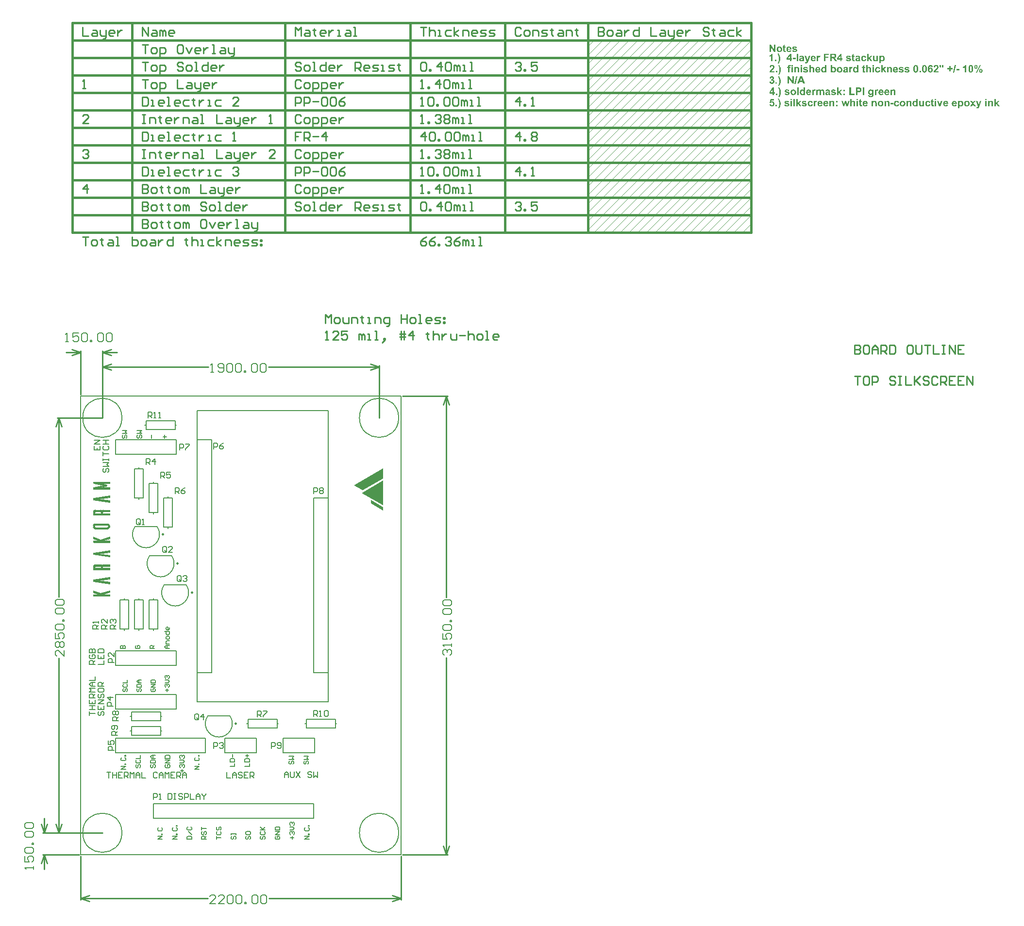
<source format=gto>
G04*
G04 #@! TF.GenerationSoftware,Altium Limited,Altium Designer,19.1.9 (167)*
G04*
G04 Layer_Color=65535*
%FSLAX25Y25*%
%MOIN*%
G70*
G01*
G75*
%ADD10C,0.00050*%
%ADD11C,0.00500*%
%ADD12C,0.00984*%
%ADD13C,0.00787*%
%ADD14C,0.01000*%
%ADD15C,0.01500*%
%ADD16C,0.00100*%
%ADD17C,0.00600*%
G36*
X490427Y555050D02*
X490501Y555043D01*
X490582Y555035D01*
X490671Y555028D01*
X490856Y554998D01*
X491041Y554954D01*
X491219Y554887D01*
X491300Y554850D01*
X491374Y554806D01*
X491382D01*
X491389Y554791D01*
X491433Y554762D01*
X491500Y554702D01*
X491574Y554621D01*
X491663Y554525D01*
X491744Y554399D01*
X491826Y554251D01*
X491885Y554081D01*
X490960Y553911D01*
Y553918D01*
X490945Y553948D01*
X490930Y553985D01*
X490908Y554029D01*
X490878Y554088D01*
X490834Y554140D01*
X490790Y554192D01*
X490730Y554236D01*
X490723Y554244D01*
X490701Y554258D01*
X490664Y554273D01*
X490612Y554295D01*
X490545Y554318D01*
X490464Y554340D01*
X490368Y554347D01*
X490257Y554355D01*
X490190D01*
X490124Y554347D01*
X490042Y554340D01*
X489946Y554325D01*
X489857Y554310D01*
X489776Y554281D01*
X489702Y554244D01*
X489694D01*
X489687Y554229D01*
X489650Y554192D01*
X489606Y554125D01*
X489598Y554088D01*
X489591Y554044D01*
Y554036D01*
Y554029D01*
X489606Y553985D01*
X489635Y553925D01*
X489657Y553896D01*
X489687Y553866D01*
X489694Y553859D01*
X489724Y553851D01*
X489739Y553837D01*
X489768Y553829D01*
X489805Y553814D01*
X489850Y553792D01*
X489909Y553777D01*
X489968Y553755D01*
X490042Y553733D01*
X490131Y553711D01*
X490227Y553681D01*
X490338Y553652D01*
X490464Y553622D01*
X490605Y553585D01*
X490612D01*
X490642Y553578D01*
X490679Y553570D01*
X490730Y553555D01*
X490797Y553533D01*
X490871Y553518D01*
X491034Y553467D01*
X491219Y553400D01*
X491396Y553326D01*
X491485Y553282D01*
X491567Y553245D01*
X491633Y553193D01*
X491700Y553148D01*
X491715Y553134D01*
X491752Y553104D01*
X491796Y553045D01*
X491855Y552963D01*
X491914Y552860D01*
X491959Y552734D01*
X491996Y552586D01*
X492011Y552423D01*
Y552416D01*
Y552401D01*
Y552371D01*
X492003Y552334D01*
X491996Y552297D01*
X491988Y552246D01*
X491959Y552120D01*
X491907Y551987D01*
X491870Y551913D01*
X491833Y551839D01*
X491781Y551765D01*
X491722Y551691D01*
X491655Y551617D01*
X491581Y551543D01*
X491574Y551535D01*
X491559Y551528D01*
X491537Y551513D01*
X491500Y551483D01*
X491456Y551461D01*
X491404Y551432D01*
X491337Y551395D01*
X491263Y551365D01*
X491182Y551328D01*
X491086Y551298D01*
X490982Y551261D01*
X490871Y551239D01*
X490745Y551217D01*
X490612Y551195D01*
X490471Y551187D01*
X490323Y551180D01*
X490249D01*
X490198Y551187D01*
X490131D01*
X490057Y551195D01*
X489976Y551202D01*
X489887Y551217D01*
X489694Y551254D01*
X489495Y551306D01*
X489295Y551380D01*
X489206Y551432D01*
X489117Y551483D01*
X489110Y551491D01*
X489095Y551498D01*
X489073Y551513D01*
X489051Y551543D01*
X488969Y551609D01*
X488880Y551705D01*
X488784Y551824D01*
X488695Y551964D01*
X488614Y552135D01*
X488547Y552320D01*
X489532Y552468D01*
Y552453D01*
X489546Y552423D01*
X489561Y552371D01*
X489583Y552305D01*
X489620Y552231D01*
X489665Y552164D01*
X489717Y552090D01*
X489783Y552031D01*
X489791Y552024D01*
X489820Y552009D01*
X489865Y551987D01*
X489924Y551964D01*
X489998Y551935D01*
X490094Y551913D01*
X490198Y551898D01*
X490323Y551890D01*
X490383D01*
X490457Y551898D01*
X490538Y551905D01*
X490627Y551920D01*
X490723Y551950D01*
X490812Y551979D01*
X490893Y552024D01*
X490901Y552031D01*
X490915Y552046D01*
X490938Y552068D01*
X490960Y552098D01*
X490982Y552135D01*
X491004Y552179D01*
X491019Y552231D01*
X491026Y552290D01*
Y552297D01*
Y552312D01*
X491019Y552357D01*
X490997Y552416D01*
X490952Y552475D01*
X490938Y552490D01*
X490915Y552497D01*
X490886Y552519D01*
X490841Y552534D01*
X490782Y552556D01*
X490716Y552579D01*
X490627Y552601D01*
X490612D01*
X490575Y552616D01*
X490516Y552630D01*
X490434Y552645D01*
X490338Y552667D01*
X490235Y552697D01*
X490116Y552727D01*
X489990Y552764D01*
X489731Y552838D01*
X489606Y552875D01*
X489487Y552919D01*
X489376Y552956D01*
X489273Y553000D01*
X489184Y553045D01*
X489117Y553082D01*
X489110Y553089D01*
X489095Y553097D01*
X489080Y553111D01*
X489051Y553141D01*
X488977Y553208D01*
X488903Y553304D01*
X488821Y553422D01*
X488747Y553563D01*
X488718Y553644D01*
X488703Y553733D01*
X488688Y553822D01*
X488681Y553918D01*
Y553925D01*
Y553940D01*
Y553962D01*
X488688Y553999D01*
X488695Y554036D01*
X488703Y554088D01*
X488725Y554199D01*
X488769Y554325D01*
X488843Y554458D01*
X488880Y554532D01*
X488932Y554599D01*
X488991Y554665D01*
X489058Y554725D01*
X489065Y554732D01*
X489073Y554739D01*
X489095Y554754D01*
X489132Y554776D01*
X489169Y554799D01*
X489221Y554828D01*
X489280Y554858D01*
X489347Y554895D01*
X489428Y554924D01*
X489517Y554954D01*
X489613Y554984D01*
X489717Y555006D01*
X489835Y555028D01*
X489961Y555043D01*
X490094Y555058D01*
X490368D01*
X490427Y555050D01*
D02*
G37*
G36*
X477070Y551261D02*
X476034D01*
X473955Y554636D01*
Y551261D01*
X473000D01*
Y556382D01*
X473999D01*
X476115Y552934D01*
Y556382D01*
X477070D01*
Y551261D01*
D02*
G37*
G36*
X486461Y555050D02*
X486527Y555043D01*
X486609Y555028D01*
X486697Y555013D01*
X486794Y554991D01*
X486897Y554961D01*
X487001Y554924D01*
X487112Y554880D01*
X487223Y554821D01*
X487326Y554762D01*
X487430Y554688D01*
X487534Y554599D01*
X487622Y554503D01*
X487630Y554495D01*
X487645Y554480D01*
X487667Y554443D01*
X487696Y554399D01*
X487733Y554340D01*
X487770Y554273D01*
X487815Y554184D01*
X487859Y554088D01*
X487904Y553977D01*
X487948Y553851D01*
X487985Y553718D01*
X488022Y553563D01*
X488052Y553400D01*
X488074Y553222D01*
X488089Y553037D01*
Y552830D01*
X485632D01*
Y552823D01*
Y552808D01*
Y552786D01*
X485639Y552756D01*
X485647Y552682D01*
X485661Y552579D01*
X485691Y552475D01*
X485735Y552357D01*
X485787Y552246D01*
X485861Y552149D01*
X485869Y552142D01*
X485906Y552112D01*
X485950Y552075D01*
X486017Y552031D01*
X486098Y551987D01*
X486202Y551950D01*
X486313Y551920D01*
X486431Y551913D01*
X486468D01*
X486512Y551920D01*
X486564Y551927D01*
X486623Y551942D01*
X486690Y551964D01*
X486757Y551994D01*
X486816Y552038D01*
X486823Y552046D01*
X486845Y552061D01*
X486875Y552090D01*
X486905Y552135D01*
X486949Y552194D01*
X486986Y552260D01*
X487023Y552349D01*
X487060Y552445D01*
X488037Y552283D01*
Y552275D01*
X488029Y552260D01*
X488015Y552231D01*
X488000Y552194D01*
X487978Y552149D01*
X487955Y552098D01*
X487889Y551979D01*
X487807Y551846D01*
X487704Y551705D01*
X487578Y551580D01*
X487437Y551461D01*
X487430D01*
X487423Y551446D01*
X487393Y551439D01*
X487363Y551417D01*
X487326Y551395D01*
X487275Y551372D01*
X487223Y551350D01*
X487156Y551321D01*
X487008Y551269D01*
X486838Y551224D01*
X486638Y551195D01*
X486424Y551180D01*
X486379D01*
X486335Y551187D01*
X486268D01*
X486187Y551202D01*
X486091Y551217D01*
X485987Y551232D01*
X485883Y551261D01*
X485765Y551291D01*
X485647Y551335D01*
X485528Y551387D01*
X485410Y551446D01*
X485291Y551520D01*
X485180Y551602D01*
X485084Y551698D01*
X484988Y551809D01*
X484981Y551816D01*
X484973Y551831D01*
X484958Y551861D01*
X484929Y551898D01*
X484907Y551950D01*
X484877Y552009D01*
X484840Y552075D01*
X484810Y552157D01*
X484773Y552246D01*
X484744Y552342D01*
X484707Y552445D01*
X484685Y552564D01*
X484662Y552682D01*
X484640Y552808D01*
X484633Y552949D01*
X484625Y553089D01*
Y553097D01*
Y553126D01*
Y553178D01*
X484633Y553245D01*
X484640Y553319D01*
X484648Y553407D01*
X484662Y553504D01*
X484685Y553615D01*
X484744Y553844D01*
X484781Y553962D01*
X484825Y554088D01*
X484884Y554207D01*
X484951Y554318D01*
X485025Y554429D01*
X485106Y554532D01*
X485114Y554540D01*
X485129Y554554D01*
X485158Y554584D01*
X485195Y554614D01*
X485240Y554651D01*
X485299Y554695D01*
X485365Y554747D01*
X485439Y554799D01*
X485521Y554843D01*
X485617Y554895D01*
X485713Y554939D01*
X485824Y554976D01*
X485935Y555006D01*
X486061Y555035D01*
X486187Y555050D01*
X486320Y555058D01*
X486401D01*
X486461Y555050D01*
D02*
G37*
G36*
X483560Y554976D02*
X484233D01*
Y554192D01*
X483560D01*
Y552690D01*
Y552682D01*
Y552667D01*
Y552645D01*
Y552616D01*
Y552542D01*
Y552453D01*
X483567Y552364D01*
Y552275D01*
Y552209D01*
X483575Y552179D01*
Y552164D01*
X483582Y552149D01*
X483597Y552120D01*
X483619Y552083D01*
X483663Y552038D01*
X483678Y552031D01*
X483708Y552016D01*
X483760Y552001D01*
X483826Y551994D01*
X483856D01*
X483885Y552001D01*
X483930Y552009D01*
X483989Y552016D01*
X484056Y552031D01*
X484137Y552053D01*
X484226Y552083D01*
X484315Y551321D01*
X484307D01*
X484300Y551313D01*
X484255Y551298D01*
X484181Y551276D01*
X484085Y551254D01*
X483974Y551224D01*
X483841Y551202D01*
X483693Y551187D01*
X483538Y551180D01*
X483493D01*
X483441Y551187D01*
X483375Y551195D01*
X483301Y551202D01*
X483219Y551217D01*
X483138Y551239D01*
X483057Y551269D01*
X483049Y551276D01*
X483020Y551284D01*
X482983Y551306D01*
X482938Y551328D01*
X482835Y551402D01*
X482783Y551446D01*
X482738Y551498D01*
X482731Y551506D01*
X482724Y551528D01*
X482709Y551557D01*
X482687Y551602D01*
X482664Y551654D01*
X482642Y551720D01*
X482620Y551794D01*
X482605Y551876D01*
Y551883D01*
X482598Y551913D01*
Y551957D01*
X482590Y552031D01*
X482583Y552127D01*
Y552246D01*
X482576Y552312D01*
Y552394D01*
Y552475D01*
Y552571D01*
Y554192D01*
X482124D01*
Y554976D01*
X482576D01*
Y555716D01*
X483560Y556293D01*
Y554976D01*
D02*
G37*
G36*
X479978Y555050D02*
X480052Y555043D01*
X480134Y555028D01*
X480230Y555013D01*
X480326Y554991D01*
X480437Y554961D01*
X480548Y554924D01*
X480659Y554880D01*
X480777Y554828D01*
X480896Y554762D01*
X481007Y554688D01*
X481118Y554606D01*
X481221Y554510D01*
X481229Y554503D01*
X481244Y554488D01*
X481273Y554451D01*
X481303Y554414D01*
X481347Y554355D01*
X481392Y554295D01*
X481443Y554214D01*
X481495Y554133D01*
X481540Y554036D01*
X481591Y553933D01*
X481636Y553814D01*
X481680Y553696D01*
X481710Y553563D01*
X481739Y553430D01*
X481754Y553282D01*
X481762Y553126D01*
Y553119D01*
Y553089D01*
Y553045D01*
X481754Y552986D01*
X481747Y552912D01*
X481732Y552830D01*
X481717Y552734D01*
X481695Y552638D01*
X481665Y552527D01*
X481628Y552416D01*
X481584Y552297D01*
X481532Y552179D01*
X481466Y552061D01*
X481392Y551950D01*
X481310Y551839D01*
X481214Y551728D01*
X481207Y551720D01*
X481192Y551705D01*
X481162Y551676D01*
X481118Y551639D01*
X481066Y551602D01*
X480999Y551557D01*
X480925Y551506D01*
X480844Y551454D01*
X480748Y551402D01*
X480644Y551350D01*
X480533Y551306D01*
X480407Y551269D01*
X480282Y551232D01*
X480141Y551202D01*
X480000Y551187D01*
X479845Y551180D01*
X479793D01*
X479756Y551187D01*
X479712D01*
X479660Y551195D01*
X479534Y551210D01*
X479379Y551239D01*
X479216Y551276D01*
X479046Y551335D01*
X478868Y551409D01*
X478861D01*
X478846Y551417D01*
X478824Y551432D01*
X478794Y551454D01*
X478713Y551506D01*
X478609Y551580D01*
X478498Y551676D01*
X478380Y551794D01*
X478269Y551927D01*
X478165Y552083D01*
Y552090D01*
X478158Y552105D01*
X478143Y552127D01*
X478128Y552164D01*
X478113Y552209D01*
X478091Y552260D01*
X478069Y552320D01*
X478047Y552386D01*
X478025Y552460D01*
X478002Y552542D01*
X477965Y552727D01*
X477936Y552941D01*
X477928Y553171D01*
Y553178D01*
Y553193D01*
Y553222D01*
X477936Y553252D01*
Y553296D01*
X477943Y553348D01*
X477958Y553474D01*
X477988Y553615D01*
X478032Y553770D01*
X478084Y553940D01*
X478165Y554110D01*
Y554118D01*
X478180Y554133D01*
X478187Y554155D01*
X478210Y554184D01*
X478269Y554266D01*
X478343Y554369D01*
X478439Y554480D01*
X478557Y554599D01*
X478691Y554710D01*
X478846Y554813D01*
X478853D01*
X478868Y554821D01*
X478890Y554836D01*
X478927Y554850D01*
X478964Y554873D01*
X479016Y554887D01*
X479075Y554910D01*
X479135Y554939D01*
X479283Y554984D01*
X479453Y555021D01*
X479638Y555050D01*
X479838Y555058D01*
X479919D01*
X479978Y555050D01*
D02*
G37*
G36*
X507417Y548735D02*
X507499Y548720D01*
X507602Y548698D01*
X507713Y548661D01*
X507824Y548617D01*
X507943Y548550D01*
X507632Y547699D01*
X507625Y547706D01*
X507588Y547721D01*
X507543Y547751D01*
X507484Y547780D01*
X507410Y547810D01*
X507336Y547840D01*
X507255Y547854D01*
X507173Y547862D01*
X507144D01*
X507099Y547854D01*
X507055Y547847D01*
X507003Y547832D01*
X506944Y547810D01*
X506885Y547780D01*
X506825Y547743D01*
X506818Y547736D01*
X506803Y547721D01*
X506774Y547692D01*
X506744Y547647D01*
X506707Y547595D01*
X506670Y547521D01*
X506633Y547433D01*
X506603Y547329D01*
Y547314D01*
X506596Y547292D01*
X506589Y547270D01*
Y547233D01*
X506581Y547188D01*
X506574Y547129D01*
X506566Y547063D01*
X506559Y546989D01*
X506552Y546892D01*
X506544Y546796D01*
Y546678D01*
X506537Y546552D01*
X506529Y546411D01*
Y546256D01*
Y546086D01*
Y544946D01*
X505545D01*
Y548661D01*
X506455D01*
Y548136D01*
X506463Y548143D01*
X506492Y548187D01*
X506537Y548254D01*
X506596Y548335D01*
X506655Y548417D01*
X506729Y548498D01*
X506796Y548572D01*
X506870Y548624D01*
X506877Y548631D01*
X506899Y548646D01*
X506944Y548661D01*
X506996Y548683D01*
X507055Y548705D01*
X507129Y548728D01*
X507203Y548735D01*
X507292Y548742D01*
X507351D01*
X507417Y548735D01*
D02*
G37*
G36*
X550707D02*
X550759Y548728D01*
X550826Y548713D01*
X550900Y548698D01*
X550974Y548676D01*
X551063Y548654D01*
X551144Y548617D01*
X551240Y548580D01*
X551329Y548528D01*
X551425Y548469D01*
X551514Y548402D01*
X551603Y548321D01*
X551692Y548232D01*
X551699Y548224D01*
X551714Y548210D01*
X551736Y548180D01*
X551766Y548136D01*
X551795Y548091D01*
X551832Y548025D01*
X551877Y547951D01*
X551921Y547869D01*
X551958Y547773D01*
X552002Y547669D01*
X552039Y547551D01*
X552076Y547425D01*
X552099Y547285D01*
X552121Y547144D01*
X552136Y546981D01*
X552143Y546818D01*
Y546811D01*
Y546781D01*
Y546730D01*
X552136Y546663D01*
X552128Y546589D01*
X552121Y546500D01*
X552106Y546397D01*
X552084Y546293D01*
X552032Y546056D01*
X551995Y545938D01*
X551951Y545819D01*
X551899Y545701D01*
X551832Y545590D01*
X551766Y545479D01*
X551684Y545375D01*
X551677Y545368D01*
X551662Y545353D01*
X551640Y545331D01*
X551603Y545294D01*
X551558Y545257D01*
X551507Y545213D01*
X551447Y545168D01*
X551381Y545124D01*
X551299Y545072D01*
X551218Y545028D01*
X551033Y544946D01*
X550929Y544909D01*
X550818Y544887D01*
X550707Y544872D01*
X550589Y544865D01*
X550537D01*
X550478Y544872D01*
X550404Y544880D01*
X550315Y544894D01*
X550219Y544917D01*
X550123Y544946D01*
X550027Y544983D01*
X550019Y544991D01*
X549982Y545005D01*
X549938Y545042D01*
X549871Y545087D01*
X549790Y545139D01*
X549708Y545213D01*
X549612Y545301D01*
X549509Y545405D01*
Y543525D01*
X548524D01*
Y548661D01*
X549442D01*
Y548113D01*
X549449Y548128D01*
X549472Y548158D01*
X549516Y548210D01*
X549568Y548276D01*
X549634Y548350D01*
X549723Y548424D01*
X549812Y548498D01*
X549923Y548565D01*
X549938Y548572D01*
X549975Y548594D01*
X550041Y548624D01*
X550123Y548654D01*
X550219Y548683D01*
X550337Y548713D01*
X550463Y548735D01*
X550596Y548742D01*
X550656D01*
X550707Y548735D01*
D02*
G37*
G36*
X527405D02*
X527479Y548728D01*
X527560Y548720D01*
X527649Y548713D01*
X527834Y548683D01*
X528019Y548639D01*
X528197Y548572D01*
X528278Y548535D01*
X528352Y548491D01*
X528359D01*
X528367Y548476D01*
X528411Y548446D01*
X528478Y548387D01*
X528552Y548306D01*
X528641Y548210D01*
X528722Y548084D01*
X528803Y547936D01*
X528863Y547766D01*
X527938Y547595D01*
Y547603D01*
X527923Y547632D01*
X527908Y547669D01*
X527886Y547714D01*
X527856Y547773D01*
X527812Y547825D01*
X527767Y547877D01*
X527708Y547921D01*
X527701Y547928D01*
X527679Y547943D01*
X527642Y547958D01*
X527590Y547980D01*
X527523Y548002D01*
X527442Y548025D01*
X527346Y548032D01*
X527235Y548039D01*
X527168D01*
X527101Y548032D01*
X527020Y548025D01*
X526924Y548010D01*
X526835Y547995D01*
X526754Y547965D01*
X526680Y547928D01*
X526672D01*
X526665Y547914D01*
X526628Y547877D01*
X526583Y547810D01*
X526576Y547773D01*
X526569Y547729D01*
Y547721D01*
Y547714D01*
X526583Y547669D01*
X526613Y547610D01*
X526635Y547581D01*
X526665Y547551D01*
X526672Y547544D01*
X526702Y547536D01*
X526717Y547521D01*
X526746Y547514D01*
X526783Y547499D01*
X526828Y547477D01*
X526887Y547462D01*
X526946Y547440D01*
X527020Y547418D01*
X527109Y547396D01*
X527205Y547366D01*
X527316Y547336D01*
X527442Y547307D01*
X527582Y547270D01*
X527590D01*
X527619Y547262D01*
X527656Y547255D01*
X527708Y547240D01*
X527775Y547218D01*
X527849Y547203D01*
X528012Y547151D01*
X528197Y547085D01*
X528374Y547011D01*
X528463Y546966D01*
X528544Y546929D01*
X528611Y546878D01*
X528678Y546833D01*
X528692Y546818D01*
X528729Y546789D01*
X528774Y546730D01*
X528833Y546648D01*
X528892Y546545D01*
X528937Y546419D01*
X528974Y546271D01*
X528988Y546108D01*
Y546101D01*
Y546086D01*
Y546056D01*
X528981Y546019D01*
X528974Y545982D01*
X528966Y545930D01*
X528937Y545805D01*
X528885Y545671D01*
X528848Y545597D01*
X528811Y545523D01*
X528759Y545449D01*
X528700Y545375D01*
X528633Y545301D01*
X528559Y545227D01*
X528552Y545220D01*
X528537Y545213D01*
X528515Y545198D01*
X528478Y545168D01*
X528433Y545146D01*
X528382Y545116D01*
X528315Y545079D01*
X528241Y545050D01*
X528160Y545013D01*
X528063Y544983D01*
X527960Y544946D01*
X527849Y544924D01*
X527723Y544902D01*
X527590Y544880D01*
X527449Y544872D01*
X527301Y544865D01*
X527227D01*
X527175Y544872D01*
X527109D01*
X527035Y544880D01*
X526953Y544887D01*
X526865Y544902D01*
X526672Y544939D01*
X526472Y544991D01*
X526273Y545065D01*
X526184Y545116D01*
X526095Y545168D01*
X526088Y545176D01*
X526073Y545183D01*
X526051Y545198D01*
X526028Y545227D01*
X525947Y545294D01*
X525858Y545390D01*
X525762Y545509D01*
X525673Y545649D01*
X525592Y545819D01*
X525525Y546004D01*
X526509Y546152D01*
Y546138D01*
X526524Y546108D01*
X526539Y546056D01*
X526561Y545990D01*
X526598Y545916D01*
X526643Y545849D01*
X526694Y545775D01*
X526761Y545716D01*
X526768Y545708D01*
X526798Y545694D01*
X526842Y545671D01*
X526902Y545649D01*
X526976Y545620D01*
X527072Y545597D01*
X527175Y545583D01*
X527301Y545575D01*
X527360D01*
X527434Y545583D01*
X527516Y545590D01*
X527605Y545605D01*
X527701Y545634D01*
X527790Y545664D01*
X527871Y545708D01*
X527878Y545716D01*
X527893Y545731D01*
X527915Y545753D01*
X527938Y545782D01*
X527960Y545819D01*
X527982Y545864D01*
X527997Y545916D01*
X528004Y545975D01*
Y545982D01*
Y545997D01*
X527997Y546041D01*
X527975Y546101D01*
X527930Y546160D01*
X527915Y546175D01*
X527893Y546182D01*
X527864Y546204D01*
X527819Y546219D01*
X527760Y546241D01*
X527693Y546263D01*
X527605Y546286D01*
X527590D01*
X527553Y546300D01*
X527494Y546315D01*
X527412Y546330D01*
X527316Y546352D01*
X527212Y546382D01*
X527094Y546411D01*
X526968Y546448D01*
X526709Y546522D01*
X526583Y546559D01*
X526465Y546604D01*
X526354Y546641D01*
X526250Y546685D01*
X526162Y546730D01*
X526095Y546767D01*
X526088Y546774D01*
X526073Y546781D01*
X526058Y546796D01*
X526028Y546826D01*
X525954Y546892D01*
X525880Y546989D01*
X525799Y547107D01*
X525725Y547248D01*
X525695Y547329D01*
X525681Y547418D01*
X525666Y547507D01*
X525658Y547603D01*
Y547610D01*
Y547625D01*
Y547647D01*
X525666Y547684D01*
X525673Y547721D01*
X525681Y547773D01*
X525703Y547884D01*
X525747Y548010D01*
X525821Y548143D01*
X525858Y548217D01*
X525910Y548284D01*
X525969Y548350D01*
X526036Y548409D01*
X526043Y548417D01*
X526051Y548424D01*
X526073Y548439D01*
X526110Y548461D01*
X526147Y548483D01*
X526199Y548513D01*
X526258Y548543D01*
X526324Y548580D01*
X526406Y548609D01*
X526495Y548639D01*
X526591Y548668D01*
X526694Y548691D01*
X526813Y548713D01*
X526939Y548728D01*
X527072Y548742D01*
X527346D01*
X527405Y548735D01*
D02*
G37*
G36*
X537898D02*
X537957D01*
X538024Y548728D01*
X538098Y548720D01*
X538179Y548705D01*
X538349Y548668D01*
X538527Y548617D01*
X538705Y548543D01*
X538867Y548446D01*
X538875D01*
X538882Y548432D01*
X538904Y548417D01*
X538934Y548395D01*
X539001Y548328D01*
X539089Y548232D01*
X539186Y548106D01*
X539282Y547958D01*
X539371Y547780D01*
X539445Y547573D01*
X538475Y547396D01*
Y547410D01*
X538468Y547440D01*
X538453Y547492D01*
X538431Y547558D01*
X538394Y547625D01*
X538357Y547699D01*
X538305Y547766D01*
X538246Y547825D01*
X538238Y547832D01*
X538216Y547847D01*
X538179Y547869D01*
X538127Y547899D01*
X538061Y547928D01*
X537987Y547951D01*
X537898Y547965D01*
X537802Y547973D01*
X537787D01*
X537743Y547965D01*
X537676Y547958D01*
X537587Y547943D01*
X537498Y547906D01*
X537402Y547862D01*
X537306Y547803D01*
X537217Y547714D01*
X537210Y547699D01*
X537188Y547662D01*
X537151Y547603D01*
X537114Y547514D01*
X537069Y547396D01*
X537054Y547329D01*
X537040Y547255D01*
X537025Y547166D01*
X537010Y547077D01*
X537003Y546974D01*
Y546870D01*
Y546863D01*
Y546841D01*
Y546804D01*
X537010Y546759D01*
Y546707D01*
X537017Y546648D01*
X537032Y546500D01*
X537054Y546345D01*
X537099Y546189D01*
X537151Y546049D01*
X537188Y545990D01*
X537225Y545930D01*
X537232Y545916D01*
X537269Y545886D01*
X537313Y545849D01*
X537380Y545797D01*
X537469Y545745D01*
X537565Y545708D01*
X537683Y545679D01*
X537817Y545664D01*
X537861D01*
X537913Y545671D01*
X537979Y545686D01*
X538053Y545701D01*
X538127Y545731D01*
X538201Y545768D01*
X538275Y545819D01*
X538283Y545827D01*
X538305Y545849D01*
X538335Y545886D01*
X538379Y545945D01*
X538423Y546019D01*
X538460Y546115D01*
X538505Y546234D01*
X538534Y546367D01*
X539496Y546204D01*
Y546197D01*
X539489Y546175D01*
X539482Y546138D01*
X539467Y546093D01*
X539445Y546041D01*
X539422Y545975D01*
X539363Y545827D01*
X539289Y545664D01*
X539186Y545501D01*
X539060Y545338D01*
X538986Y545264D01*
X538912Y545198D01*
X538904D01*
X538890Y545183D01*
X538867Y545168D01*
X538838Y545146D01*
X538793Y545124D01*
X538742Y545094D01*
X538682Y545065D01*
X538608Y545035D01*
X538534Y544998D01*
X538446Y544968D01*
X538357Y544939D01*
X538253Y544917D01*
X538142Y544894D01*
X538024Y544880D01*
X537905Y544872D01*
X537772Y544865D01*
X537691D01*
X537639Y544872D01*
X537572Y544880D01*
X537491Y544894D01*
X537402Y544909D01*
X537306Y544931D01*
X537202Y544954D01*
X537099Y544991D01*
X536988Y545028D01*
X536884Y545079D01*
X536773Y545139D01*
X536670Y545205D01*
X536573Y545287D01*
X536477Y545375D01*
X536470Y545383D01*
X536455Y545398D01*
X536433Y545427D01*
X536403Y545472D01*
X536366Y545523D01*
X536322Y545583D01*
X536285Y545657D01*
X536240Y545745D01*
X536189Y545842D01*
X536152Y545945D01*
X536107Y546064D01*
X536070Y546189D01*
X536041Y546330D01*
X536018Y546471D01*
X536004Y546633D01*
X535996Y546796D01*
Y546804D01*
Y546833D01*
Y546885D01*
X536004Y546944D01*
X536011Y547026D01*
X536018Y547114D01*
X536033Y547211D01*
X536055Y547322D01*
X536115Y547551D01*
X536152Y547669D01*
X536196Y547788D01*
X536255Y547906D01*
X536322Y548017D01*
X536396Y548121D01*
X536477Y548224D01*
X536485Y548232D01*
X536499Y548247D01*
X536529Y548269D01*
X536566Y548306D01*
X536618Y548343D01*
X536677Y548387D01*
X536744Y548439D01*
X536825Y548483D01*
X536914Y548535D01*
X537010Y548580D01*
X537121Y548624D01*
X537239Y548661D01*
X537358Y548698D01*
X537498Y548720D01*
X537639Y548735D01*
X537787Y548742D01*
X537854D01*
X537898Y548735D01*
D02*
G37*
G36*
X491086Y546315D02*
X489154D01*
Y547299D01*
X491086D01*
Y546315D01*
D02*
G37*
G36*
X499662Y545079D02*
X499425Y544443D01*
X499418Y544428D01*
X499403Y544391D01*
X499374Y544332D01*
X499344Y544258D01*
X499307Y544177D01*
X499263Y544095D01*
X499218Y544021D01*
X499174Y543947D01*
X499166Y543940D01*
X499152Y543918D01*
X499129Y543888D01*
X499100Y543844D01*
X499018Y543755D01*
X498907Y543666D01*
X498900Y543659D01*
X498878Y543651D01*
X498848Y543629D01*
X498804Y543607D01*
X498752Y543585D01*
X498693Y543555D01*
X498619Y543525D01*
X498537Y543503D01*
X498530D01*
X498500Y543496D01*
X498456Y543481D01*
X498389Y543474D01*
X498315Y543459D01*
X498234Y543444D01*
X498138Y543437D01*
X497990D01*
X497931Y543444D01*
X497864D01*
X497775Y543451D01*
X497686Y543466D01*
X497487Y543503D01*
X497398Y544273D01*
X497405D01*
X497435Y544265D01*
X497479Y544258D01*
X497538Y544251D01*
X497598Y544236D01*
X497672Y544228D01*
X497812Y544221D01*
X497871D01*
X497931Y544236D01*
X498005Y544251D01*
X498086Y544273D01*
X498167Y544310D01*
X498249Y544362D01*
X498315Y544428D01*
X498323Y544436D01*
X498345Y544465D01*
X498375Y544510D01*
X498412Y544569D01*
X498449Y544643D01*
X498493Y544732D01*
X498530Y544828D01*
X498567Y544939D01*
X497161Y548661D01*
X498204D01*
X499085Y546019D01*
X499958Y548661D01*
X500972D01*
X499662Y545079D01*
D02*
G37*
G36*
X547540Y544946D02*
X546630D01*
Y545501D01*
X546623Y545486D01*
X546593Y545449D01*
X546549Y545398D01*
X546482Y545331D01*
X546408Y545250D01*
X546312Y545176D01*
X546208Y545094D01*
X546090Y545028D01*
X546075Y545020D01*
X546031Y545005D01*
X545964Y544976D01*
X545875Y544946D01*
X545772Y544917D01*
X545653Y544887D01*
X545527Y544872D01*
X545394Y544865D01*
X545328D01*
X545261Y544872D01*
X545172Y544887D01*
X545061Y544902D01*
X544950Y544931D01*
X544832Y544976D01*
X544721Y545028D01*
X544706Y545035D01*
X544676Y545057D01*
X544617Y545094D01*
X544558Y545146D01*
X544484Y545213D01*
X544417Y545287D01*
X544351Y545383D01*
X544292Y545486D01*
X544284Y545501D01*
X544269Y545538D01*
X544247Y545605D01*
X544225Y545701D01*
X544203Y545819D01*
X544181Y545960D01*
X544166Y546123D01*
X544158Y546308D01*
Y548661D01*
X545143D01*
Y546952D01*
Y546944D01*
Y546915D01*
Y546878D01*
Y546826D01*
Y546767D01*
Y546700D01*
X545150Y546545D01*
X545157Y546374D01*
X545165Y546219D01*
X545172Y546152D01*
X545180Y546086D01*
X545187Y546034D01*
X545194Y545997D01*
Y545990D01*
X545202Y545967D01*
X545217Y545938D01*
X545239Y545893D01*
X545261Y545849D01*
X545298Y545805D01*
X545335Y545760D01*
X545387Y545716D01*
X545394Y545708D01*
X545416Y545701D01*
X545446Y545686D01*
X545490Y545671D01*
X545542Y545649D01*
X545609Y545634D01*
X545675Y545627D01*
X545757Y545620D01*
X545801D01*
X545846Y545627D01*
X545905Y545634D01*
X545979Y545649D01*
X546053Y545679D01*
X546134Y545708D01*
X546208Y545753D01*
X546216Y545760D01*
X546238Y545775D01*
X546275Y545805D01*
X546319Y545849D01*
X546364Y545901D01*
X546408Y545953D01*
X546452Y546019D01*
X546482Y546093D01*
Y546101D01*
X546497Y546138D01*
Y546167D01*
X546504Y546204D01*
X546512Y546241D01*
X546519Y546293D01*
X546526Y546360D01*
X546534Y546426D01*
X546541Y546508D01*
Y546604D01*
X546549Y546707D01*
X546556Y546826D01*
Y546952D01*
Y547092D01*
Y548661D01*
X547540D01*
Y544946D01*
D02*
G37*
G36*
X541147Y547351D02*
X542294Y548661D01*
X543500D01*
X542227Y547299D01*
X543589Y544946D01*
X542530D01*
X541591Y546611D01*
X541147Y546130D01*
Y544946D01*
X540162D01*
Y550067D01*
X541147D01*
Y547351D01*
D02*
G37*
G36*
X533843Y548735D02*
X533902D01*
X534050Y548720D01*
X534205Y548705D01*
X534368Y548676D01*
X534524Y548631D01*
X534590Y548609D01*
X534657Y548580D01*
X534664D01*
X534672Y548572D01*
X534709Y548550D01*
X534768Y548520D01*
X534834Y548476D01*
X534916Y548417D01*
X534990Y548350D01*
X535056Y548269D01*
X535116Y548187D01*
X535123Y548173D01*
X535138Y548143D01*
X535160Y548076D01*
X535167Y548039D01*
X535182Y547988D01*
X535197Y547936D01*
X535204Y547869D01*
X535219Y547795D01*
X535227Y547714D01*
X535234Y547625D01*
X535241Y547529D01*
X535249Y547425D01*
Y547307D01*
X535234Y546160D01*
Y546152D01*
Y546138D01*
Y546115D01*
Y546078D01*
Y545990D01*
X535241Y545886D01*
Y545768D01*
X535256Y545649D01*
X535264Y545531D01*
X535278Y545435D01*
Y545427D01*
X535286Y545398D01*
X535301Y545346D01*
X535315Y545287D01*
X535345Y545213D01*
X535375Y545131D01*
X535412Y545042D01*
X535456Y544946D01*
X534487D01*
Y544954D01*
X534479Y544961D01*
X534472Y544991D01*
X534457Y545020D01*
X534442Y545057D01*
X534427Y545109D01*
X534413Y545168D01*
X534390Y545235D01*
Y545242D01*
X534383Y545250D01*
X534376Y545279D01*
X534361Y545316D01*
X534353Y545346D01*
X534339Y545338D01*
X534309Y545309D01*
X534257Y545264D01*
X534191Y545213D01*
X534109Y545153D01*
X534020Y545087D01*
X533917Y545035D01*
X533813Y544983D01*
X533798Y544976D01*
X533761Y544968D01*
X533702Y544946D01*
X533628Y544924D01*
X533539Y544902D01*
X533436Y544887D01*
X533317Y544872D01*
X533199Y544865D01*
X533147D01*
X533103Y544872D01*
X533058D01*
X532999Y544880D01*
X532873Y544902D01*
X532725Y544939D01*
X532577Y544991D01*
X532429Y545065D01*
X532296Y545168D01*
Y545176D01*
X532281Y545183D01*
X532244Y545227D01*
X532193Y545294D01*
X532133Y545383D01*
X532074Y545494D01*
X532022Y545627D01*
X531985Y545782D01*
X531978Y545864D01*
X531971Y545953D01*
Y545967D01*
Y546004D01*
X531978Y546064D01*
X531993Y546138D01*
X532008Y546226D01*
X532030Y546315D01*
X532067Y546411D01*
X532119Y546508D01*
X532126Y546522D01*
X532148Y546552D01*
X532178Y546596D01*
X532230Y546648D01*
X532281Y546707D01*
X532355Y546774D01*
X532437Y546833D01*
X532533Y546885D01*
X532548Y546892D01*
X532585Y546907D01*
X532644Y546929D01*
X532733Y546966D01*
X532844Y547003D01*
X532977Y547040D01*
X533140Y547077D01*
X533317Y547114D01*
X533325D01*
X533347Y547122D01*
X533384Y547129D01*
X533428Y547137D01*
X533488Y547144D01*
X533554Y547159D01*
X533702Y547196D01*
X533858Y547233D01*
X534020Y547270D01*
X534161Y547314D01*
X534228Y547336D01*
X534279Y547359D01*
Y547455D01*
Y547470D01*
Y547499D01*
X534272Y547551D01*
X534265Y547618D01*
X534242Y547684D01*
X534220Y547751D01*
X534183Y547810D01*
X534131Y547862D01*
X534124Y547869D01*
X534102Y547884D01*
X534065Y547899D01*
X534013Y547928D01*
X533939Y547951D01*
X533850Y547965D01*
X533739Y547980D01*
X533606Y547988D01*
X533562D01*
X533517Y547980D01*
X533458Y547973D01*
X533391Y547958D01*
X533317Y547943D01*
X533251Y547914D01*
X533192Y547877D01*
X533184Y547869D01*
X533169Y547854D01*
X533140Y547832D01*
X533110Y547795D01*
X533066Y547743D01*
X533029Y547677D01*
X532992Y547603D01*
X532955Y547514D01*
X532074Y547677D01*
Y547684D01*
X532082Y547699D01*
X532089Y547729D01*
X532104Y547766D01*
X532119Y547810D01*
X532141Y547862D01*
X532193Y547980D01*
X532267Y548106D01*
X532355Y548239D01*
X532459Y548365D01*
X532585Y548476D01*
X532592D01*
X532600Y548491D01*
X532622Y548498D01*
X532651Y548520D01*
X532696Y548535D01*
X532740Y548557D01*
X532799Y548587D01*
X532859Y548609D01*
X532933Y548631D01*
X533014Y548661D01*
X533103Y548683D01*
X533206Y548698D01*
X533310Y548720D01*
X533428Y548728D01*
X533547Y548742D01*
X533791D01*
X533843Y548735D01*
D02*
G37*
G36*
X522565Y546833D02*
X523202D01*
Y545975D01*
X522565D01*
Y544946D01*
X521618D01*
Y545975D01*
X519516D01*
Y546826D01*
X521736Y550089D01*
X522565D01*
Y546833D01*
D02*
G37*
G36*
X517119Y550060D02*
X517200D01*
X517282Y550052D01*
X517378D01*
X517570Y550030D01*
X517770Y550008D01*
X517955Y549971D01*
X518036Y549949D01*
X518110Y549926D01*
X518118D01*
X518125Y549919D01*
X518170Y549897D01*
X518236Y549860D01*
X518325Y549815D01*
X518421Y549741D01*
X518517Y549660D01*
X518614Y549556D01*
X518702Y549431D01*
Y549423D01*
X518710Y549416D01*
X518725Y549394D01*
X518739Y549371D01*
X518776Y549297D01*
X518821Y549201D01*
X518858Y549083D01*
X518895Y548950D01*
X518924Y548794D01*
X518932Y548631D01*
Y548624D01*
Y548609D01*
Y548572D01*
X518924Y548535D01*
Y548483D01*
X518917Y548432D01*
X518887Y548298D01*
X518850Y548143D01*
X518791Y547988D01*
X518702Y547825D01*
X518651Y547751D01*
X518591Y547677D01*
X518584Y547669D01*
X518577Y547662D01*
X518554Y547640D01*
X518525Y547618D01*
X518495Y547588D01*
X518451Y547551D01*
X518399Y547514D01*
X518340Y547477D01*
X518273Y547433D01*
X518192Y547396D01*
X518110Y547359D01*
X518022Y547322D01*
X517918Y547285D01*
X517814Y547255D01*
X517703Y547225D01*
X517578Y547203D01*
X517585D01*
X517592Y547196D01*
X517637Y547166D01*
X517696Y547129D01*
X517770Y547077D01*
X517859Y547011D01*
X517948Y546944D01*
X518044Y546863D01*
X518125Y546774D01*
X518133Y546767D01*
X518170Y546730D01*
X518214Y546670D01*
X518281Y546582D01*
X518369Y546471D01*
X518414Y546397D01*
X518466Y546323D01*
X518525Y546241D01*
X518584Y546152D01*
X518651Y546049D01*
X518717Y545945D01*
X519346Y544946D01*
X518103D01*
X517363Y546056D01*
X517356Y546064D01*
X517348Y546086D01*
X517326Y546115D01*
X517296Y546152D01*
X517267Y546197D01*
X517230Y546256D01*
X517148Y546374D01*
X517052Y546508D01*
X516963Y546626D01*
X516882Y546737D01*
X516845Y546774D01*
X516815Y546811D01*
X516808Y546818D01*
X516793Y546833D01*
X516764Y546863D01*
X516727Y546900D01*
X516675Y546929D01*
X516623Y546966D01*
X516564Y546996D01*
X516505Y547026D01*
X516497D01*
X516475Y547033D01*
X516438Y547048D01*
X516379Y547055D01*
X516305Y547070D01*
X516216Y547077D01*
X516112Y547085D01*
X515779D01*
Y544946D01*
X514743D01*
Y550067D01*
X517052D01*
X517119Y550060D01*
D02*
G37*
G36*
X513885Y549201D02*
X511406D01*
Y547988D01*
X513545D01*
Y547122D01*
X511406D01*
Y544946D01*
X510370D01*
Y550067D01*
X513885D01*
Y549201D01*
D02*
G37*
G36*
X495252Y548735D02*
X495311D01*
X495459Y548720D01*
X495614Y548705D01*
X495777Y548676D01*
X495933Y548631D01*
X495999Y548609D01*
X496066Y548580D01*
X496073D01*
X496081Y548572D01*
X496118Y548550D01*
X496177Y548520D01*
X496243Y548476D01*
X496325Y548417D01*
X496399Y548350D01*
X496465Y548269D01*
X496525Y548187D01*
X496532Y548173D01*
X496547Y548143D01*
X496569Y548076D01*
X496576Y548039D01*
X496591Y547988D01*
X496606Y547936D01*
X496613Y547869D01*
X496628Y547795D01*
X496636Y547714D01*
X496643Y547625D01*
X496650Y547529D01*
X496658Y547425D01*
Y547307D01*
X496643Y546160D01*
Y546152D01*
Y546138D01*
Y546115D01*
Y546078D01*
Y545990D01*
X496650Y545886D01*
Y545768D01*
X496665Y545649D01*
X496673Y545531D01*
X496687Y545435D01*
Y545427D01*
X496695Y545398D01*
X496710Y545346D01*
X496724Y545287D01*
X496754Y545213D01*
X496784Y545131D01*
X496821Y545042D01*
X496865Y544946D01*
X495896D01*
Y544954D01*
X495888Y544961D01*
X495881Y544991D01*
X495866Y545020D01*
X495851Y545057D01*
X495836Y545109D01*
X495822Y545168D01*
X495799Y545235D01*
Y545242D01*
X495792Y545250D01*
X495785Y545279D01*
X495770Y545316D01*
X495762Y545346D01*
X495748Y545338D01*
X495718Y545309D01*
X495666Y545264D01*
X495600Y545213D01*
X495518Y545153D01*
X495429Y545087D01*
X495326Y545035D01*
X495222Y544983D01*
X495207Y544976D01*
X495170Y544968D01*
X495111Y544946D01*
X495037Y544924D01*
X494948Y544902D01*
X494845Y544887D01*
X494726Y544872D01*
X494608Y544865D01*
X494556D01*
X494512Y544872D01*
X494467D01*
X494408Y544880D01*
X494282Y544902D01*
X494134Y544939D01*
X493986Y544991D01*
X493838Y545065D01*
X493705Y545168D01*
Y545176D01*
X493690Y545183D01*
X493653Y545227D01*
X493602Y545294D01*
X493542Y545383D01*
X493483Y545494D01*
X493431Y545627D01*
X493394Y545782D01*
X493387Y545864D01*
X493380Y545953D01*
Y545967D01*
Y546004D01*
X493387Y546064D01*
X493402Y546138D01*
X493417Y546226D01*
X493439Y546315D01*
X493476Y546411D01*
X493528Y546508D01*
X493535Y546522D01*
X493557Y546552D01*
X493587Y546596D01*
X493639Y546648D01*
X493690Y546707D01*
X493764Y546774D01*
X493846Y546833D01*
X493942Y546885D01*
X493957Y546892D01*
X493994Y546907D01*
X494053Y546929D01*
X494142Y546966D01*
X494253Y547003D01*
X494386Y547040D01*
X494549Y547077D01*
X494726Y547114D01*
X494734D01*
X494756Y547122D01*
X494793Y547129D01*
X494837Y547137D01*
X494897Y547144D01*
X494963Y547159D01*
X495111Y547196D01*
X495267Y547233D01*
X495429Y547270D01*
X495570Y547314D01*
X495637Y547336D01*
X495688Y547359D01*
Y547455D01*
Y547470D01*
Y547499D01*
X495681Y547551D01*
X495674Y547618D01*
X495651Y547684D01*
X495629Y547751D01*
X495592Y547810D01*
X495540Y547862D01*
X495533Y547869D01*
X495511Y547884D01*
X495474Y547899D01*
X495422Y547928D01*
X495348Y547951D01*
X495259Y547965D01*
X495148Y547980D01*
X495015Y547988D01*
X494971D01*
X494926Y547980D01*
X494867Y547973D01*
X494800Y547958D01*
X494726Y547943D01*
X494660Y547914D01*
X494601Y547877D01*
X494593Y547869D01*
X494578Y547854D01*
X494549Y547832D01*
X494519Y547795D01*
X494475Y547743D01*
X494438Y547677D01*
X494401Y547603D01*
X494364Y547514D01*
X493483Y547677D01*
Y547684D01*
X493491Y547699D01*
X493498Y547729D01*
X493513Y547766D01*
X493528Y547810D01*
X493550Y547862D01*
X493602Y547980D01*
X493676Y548106D01*
X493764Y548239D01*
X493868Y548365D01*
X493994Y548476D01*
X494001D01*
X494009Y548491D01*
X494031Y548498D01*
X494060Y548520D01*
X494105Y548535D01*
X494149Y548557D01*
X494208Y548587D01*
X494268Y548609D01*
X494342Y548631D01*
X494423Y548661D01*
X494512Y548683D01*
X494615Y548698D01*
X494719Y548720D01*
X494837Y548728D01*
X494956Y548742D01*
X495200D01*
X495252Y548735D01*
D02*
G37*
G36*
X492632Y544946D02*
X491648D01*
Y550067D01*
X492632D01*
Y544946D01*
D02*
G37*
G36*
X487955Y546833D02*
X488592D01*
Y545975D01*
X487955D01*
Y544946D01*
X487008D01*
Y545975D01*
X484907D01*
Y546826D01*
X487127Y550089D01*
X487955D01*
Y546833D01*
D02*
G37*
G36*
X477914Y544946D02*
X476929D01*
Y545930D01*
X477914D01*
Y544946D01*
D02*
G37*
G36*
X475250D02*
X474265D01*
Y548654D01*
X474258Y548646D01*
X474243Y548631D01*
X474214Y548609D01*
X474169Y548572D01*
X474117Y548528D01*
X474058Y548483D01*
X473984Y548432D01*
X473903Y548372D01*
X473814Y548313D01*
X473718Y548254D01*
X473614Y548187D01*
X473503Y548128D01*
X473266Y548017D01*
X473000Y547914D01*
Y548802D01*
X473007D01*
X473015Y548809D01*
X473037Y548816D01*
X473067Y548824D01*
X473141Y548861D01*
X473244Y548905D01*
X473370Y548964D01*
X473511Y549046D01*
X473666Y549149D01*
X473829Y549268D01*
X473836Y549275D01*
X473851Y549283D01*
X473873Y549305D01*
X473903Y549334D01*
X473984Y549408D01*
X474073Y549505D01*
X474177Y549623D01*
X474280Y549771D01*
X474376Y549926D01*
X474450Y550097D01*
X475250D01*
Y544946D01*
D02*
G37*
G36*
X530883Y548661D02*
X531556D01*
Y547877D01*
X530883D01*
Y546374D01*
Y546367D01*
Y546352D01*
Y546330D01*
Y546300D01*
Y546226D01*
Y546138D01*
X530890Y546049D01*
Y545960D01*
Y545893D01*
X530898Y545864D01*
Y545849D01*
X530905Y545834D01*
X530920Y545805D01*
X530942Y545768D01*
X530986Y545723D01*
X531001Y545716D01*
X531031Y545701D01*
X531083Y545686D01*
X531149Y545679D01*
X531179D01*
X531208Y545686D01*
X531253Y545694D01*
X531312Y545701D01*
X531379Y545716D01*
X531460Y545738D01*
X531549Y545768D01*
X531638Y545005D01*
X531630D01*
X531623Y544998D01*
X531578Y544983D01*
X531504Y544961D01*
X531408Y544939D01*
X531297Y544909D01*
X531164Y544887D01*
X531016Y544872D01*
X530861Y544865D01*
X530816D01*
X530764Y544872D01*
X530698Y544880D01*
X530624Y544887D01*
X530542Y544902D01*
X530461Y544924D01*
X530380Y544954D01*
X530372Y544961D01*
X530343Y544968D01*
X530306Y544991D01*
X530261Y545013D01*
X530158Y545087D01*
X530106Y545131D01*
X530061Y545183D01*
X530054Y545190D01*
X530047Y545213D01*
X530032Y545242D01*
X530010Y545287D01*
X529987Y545338D01*
X529965Y545405D01*
X529943Y545479D01*
X529928Y545560D01*
Y545568D01*
X529921Y545597D01*
Y545642D01*
X529913Y545716D01*
X529906Y545812D01*
Y545930D01*
X529899Y545997D01*
Y546078D01*
Y546160D01*
Y546256D01*
Y547877D01*
X529447D01*
Y548661D01*
X529899D01*
Y549401D01*
X530883Y549978D01*
Y548661D01*
D02*
G37*
G36*
X503155Y548735D02*
X503222Y548728D01*
X503303Y548713D01*
X503392Y548698D01*
X503488Y548676D01*
X503592Y548646D01*
X503695Y548609D01*
X503806Y548565D01*
X503917Y548506D01*
X504021Y548446D01*
X504124Y548372D01*
X504228Y548284D01*
X504317Y548187D01*
X504324Y548180D01*
X504339Y548165D01*
X504361Y548128D01*
X504391Y548084D01*
X504428Y548025D01*
X504465Y547958D01*
X504509Y547869D01*
X504554Y547773D01*
X504598Y547662D01*
X504642Y547536D01*
X504679Y547403D01*
X504716Y547248D01*
X504746Y547085D01*
X504768Y546907D01*
X504783Y546722D01*
Y546515D01*
X502326D01*
Y546508D01*
Y546493D01*
Y546471D01*
X502334Y546441D01*
X502341Y546367D01*
X502356Y546263D01*
X502385Y546160D01*
X502430Y546041D01*
X502482Y545930D01*
X502556Y545834D01*
X502563Y545827D01*
X502600Y545797D01*
X502644Y545760D01*
X502711Y545716D01*
X502792Y545671D01*
X502896Y545634D01*
X503007Y545605D01*
X503125Y545597D01*
X503162D01*
X503207Y545605D01*
X503259Y545612D01*
X503318Y545627D01*
X503384Y545649D01*
X503451Y545679D01*
X503510Y545723D01*
X503518Y545731D01*
X503540Y545745D01*
X503569Y545775D01*
X503599Y545819D01*
X503643Y545879D01*
X503680Y545945D01*
X503717Y546034D01*
X503754Y546130D01*
X504731Y545967D01*
Y545960D01*
X504724Y545945D01*
X504709Y545916D01*
X504694Y545879D01*
X504672Y545834D01*
X504650Y545782D01*
X504583Y545664D01*
X504502Y545531D01*
X504398Y545390D01*
X504272Y545264D01*
X504132Y545146D01*
X504124D01*
X504117Y545131D01*
X504087Y545124D01*
X504058Y545102D01*
X504021Y545079D01*
X503969Y545057D01*
X503917Y545035D01*
X503851Y545005D01*
X503703Y544954D01*
X503532Y544909D01*
X503333Y544880D01*
X503118Y544865D01*
X503074D01*
X503029Y544872D01*
X502963D01*
X502881Y544887D01*
X502785Y544902D01*
X502681Y544917D01*
X502578Y544946D01*
X502459Y544976D01*
X502341Y545020D01*
X502223Y545072D01*
X502104Y545131D01*
X501986Y545205D01*
X501875Y545287D01*
X501779Y545383D01*
X501682Y545494D01*
X501675Y545501D01*
X501668Y545516D01*
X501653Y545546D01*
X501623Y545583D01*
X501601Y545634D01*
X501571Y545694D01*
X501534Y545760D01*
X501505Y545842D01*
X501468Y545930D01*
X501438Y546027D01*
X501401Y546130D01*
X501379Y546249D01*
X501357Y546367D01*
X501335Y546493D01*
X501327Y546633D01*
X501320Y546774D01*
Y546781D01*
Y546811D01*
Y546863D01*
X501327Y546929D01*
X501335Y547003D01*
X501342Y547092D01*
X501357Y547188D01*
X501379Y547299D01*
X501438Y547529D01*
X501475Y547647D01*
X501520Y547773D01*
X501579Y547891D01*
X501645Y548002D01*
X501719Y548113D01*
X501801Y548217D01*
X501808Y548224D01*
X501823Y548239D01*
X501853Y548269D01*
X501890Y548298D01*
X501934Y548335D01*
X501993Y548380D01*
X502060Y548432D01*
X502134Y548483D01*
X502215Y548528D01*
X502311Y548580D01*
X502408Y548624D01*
X502519Y548661D01*
X502630Y548691D01*
X502755Y548720D01*
X502881Y548735D01*
X503014Y548742D01*
X503096D01*
X503155Y548735D01*
D02*
G37*
G36*
X479320Y550148D02*
X479334Y550119D01*
X479364Y550082D01*
X479401Y550023D01*
X479445Y549956D01*
X479497Y549875D01*
X479549Y549778D01*
X479608Y549675D01*
X479675Y549556D01*
X479741Y549431D01*
X479808Y549305D01*
X479875Y549164D01*
X480008Y548868D01*
X480126Y548557D01*
Y548550D01*
X480141Y548520D01*
X480156Y548476D01*
X480171Y548409D01*
X480193Y548335D01*
X480222Y548247D01*
X480245Y548143D01*
X480274Y548025D01*
X480304Y547906D01*
X480326Y547773D01*
X480356Y547625D01*
X480378Y547477D01*
X480407Y547174D01*
X480422Y546848D01*
Y546841D01*
Y546818D01*
Y546774D01*
Y546722D01*
X480415Y546656D01*
X480407Y546574D01*
X480400Y546478D01*
X480393Y546374D01*
X480385Y546263D01*
X480363Y546145D01*
X480348Y546012D01*
X480326Y545879D01*
X480267Y545590D01*
X480193Y545279D01*
Y545272D01*
X480178Y545235D01*
X480163Y545190D01*
X480141Y545124D01*
X480111Y545035D01*
X480074Y544939D01*
X480037Y544828D01*
X479986Y544702D01*
X479926Y544569D01*
X479867Y544421D01*
X479793Y544273D01*
X479719Y544110D01*
X479630Y543947D01*
X479542Y543777D01*
X479445Y543607D01*
X479334Y543437D01*
X478654D01*
Y543444D01*
X478668Y543466D01*
X478683Y543496D01*
X478698Y543540D01*
X478728Y543592D01*
X478750Y543651D01*
X478816Y543792D01*
X478883Y543947D01*
X478950Y544110D01*
X479009Y544265D01*
X479061Y544399D01*
Y544406D01*
X479068Y544413D01*
X479083Y544458D01*
X479105Y544524D01*
X479135Y544613D01*
X479164Y544724D01*
X479201Y544857D01*
X479238Y544998D01*
X479275Y545153D01*
Y545161D01*
X479283Y545176D01*
Y545198D01*
X479290Y545227D01*
X479312Y545309D01*
X479334Y545420D01*
X479357Y545546D01*
X479386Y545686D01*
X479431Y545975D01*
Y545982D01*
Y545990D01*
X479438Y546012D01*
Y546041D01*
X479445Y546123D01*
X479460Y546219D01*
X479468Y546345D01*
X479475Y546478D01*
X479482Y546626D01*
Y546774D01*
Y546781D01*
Y546811D01*
Y546855D01*
Y546915D01*
X479475Y546989D01*
Y547077D01*
X479468Y547174D01*
X479460Y547285D01*
X479453Y547403D01*
X479438Y547529D01*
X479401Y547795D01*
X479357Y548069D01*
X479297Y548350D01*
Y548358D01*
X479290Y548387D01*
X479275Y548424D01*
X479260Y548483D01*
X479246Y548557D01*
X479216Y548639D01*
X479186Y548742D01*
X479149Y548853D01*
X479105Y548979D01*
X479061Y549120D01*
X479009Y549268D01*
X478950Y549423D01*
X478883Y549593D01*
X478809Y549771D01*
X478735Y549963D01*
X478646Y550156D01*
X479312D01*
X479320Y550148D01*
D02*
G37*
G36*
X487082Y542405D02*
X487186Y542398D01*
X487312Y542383D01*
X487452Y542361D01*
X487600Y542331D01*
X487756Y542287D01*
X487622Y541598D01*
X487615D01*
X487585Y541606D01*
X487534Y541621D01*
X487474Y541628D01*
X487408Y541643D01*
X487334Y541650D01*
X487171Y541658D01*
X487134D01*
X487097Y541650D01*
X487053Y541643D01*
X486949Y541613D01*
X486905Y541591D01*
X486860Y541554D01*
Y541547D01*
X486845Y541532D01*
X486831Y541510D01*
X486816Y541465D01*
X486801Y541413D01*
X486786Y541347D01*
X486779Y541265D01*
X486771Y541169D01*
Y540910D01*
X487504D01*
Y540141D01*
X486771D01*
Y537195D01*
X485787D01*
Y540141D01*
X485240D01*
Y540910D01*
X485787D01*
Y541184D01*
Y541191D01*
Y541206D01*
Y541228D01*
Y541265D01*
X485795Y541347D01*
X485802Y541450D01*
X485809Y541561D01*
X485832Y541680D01*
X485854Y541791D01*
X485883Y541887D01*
X485891Y541894D01*
X485906Y541924D01*
X485928Y541968D01*
X485965Y542020D01*
X486017Y542079D01*
X486076Y542146D01*
X486157Y542205D01*
X486246Y542264D01*
X486261Y542272D01*
X486298Y542287D01*
X486357Y542309D01*
X486431Y542338D01*
X486535Y542368D01*
X486646Y542390D01*
X486779Y542405D01*
X486927Y542412D01*
X487001D01*
X487082Y542405D01*
D02*
G37*
G36*
X544721Y541406D02*
X543737D01*
Y542316D01*
X544721D01*
Y541406D01*
D02*
G37*
G36*
X495400D02*
X494416D01*
Y542316D01*
X495400D01*
Y541406D01*
D02*
G37*
G36*
X489036D02*
X488052D01*
Y542316D01*
X489036D01*
Y541406D01*
D02*
G37*
G36*
X583711Y542338D02*
X583763D01*
X583822Y542331D01*
X583956Y542301D01*
X584104Y542264D01*
X584266Y542205D01*
X584429Y542124D01*
X584503Y542072D01*
X584577Y542013D01*
X584585D01*
X584592Y541998D01*
X584614Y541976D01*
X584636Y541954D01*
X584673Y541917D01*
X584703Y541880D01*
X584784Y541776D01*
X584866Y541635D01*
X584947Y541473D01*
X585021Y541288D01*
X585073Y541066D01*
X584126Y540962D01*
Y540977D01*
X584118Y541006D01*
X584104Y541058D01*
X584089Y541125D01*
X584067Y541191D01*
X584030Y541265D01*
X583993Y541332D01*
X583941Y541391D01*
X583933Y541399D01*
X583911Y541413D01*
X583882Y541436D01*
X583837Y541465D01*
X583785Y541487D01*
X583719Y541510D01*
X583637Y541524D01*
X583556Y541532D01*
X583541D01*
X583504Y541524D01*
X583445Y541517D01*
X583371Y541495D01*
X583290Y541465D01*
X583201Y541413D01*
X583112Y541347D01*
X583031Y541251D01*
X583023Y541236D01*
X583008Y541221D01*
X582994Y541191D01*
X582979Y541162D01*
X582957Y541117D01*
X582942Y541066D01*
X582920Y540999D01*
X582890Y540925D01*
X582868Y540844D01*
X582846Y540747D01*
X582823Y540644D01*
X582801Y540525D01*
X582786Y540392D01*
X582772Y540244D01*
X582757Y540089D01*
X582764Y540096D01*
X582772Y540111D01*
X582794Y540126D01*
X582823Y540155D01*
X582860Y540192D01*
X582905Y540229D01*
X583008Y540311D01*
X583142Y540385D01*
X583297Y540459D01*
X583386Y540488D01*
X583475Y540503D01*
X583571Y540518D01*
X583674Y540525D01*
X583734D01*
X583778Y540518D01*
X583830Y540511D01*
X583889Y540503D01*
X583963Y540488D01*
X584037Y540466D01*
X584200Y540407D01*
X584289Y540370D01*
X584377Y540326D01*
X584466Y540274D01*
X584555Y540207D01*
X584644Y540133D01*
X584725Y540052D01*
X584733Y540044D01*
X584747Y540030D01*
X584770Y540007D01*
X584792Y539970D01*
X584829Y539919D01*
X584866Y539867D01*
X584903Y539800D01*
X584947Y539726D01*
X584992Y539645D01*
X585029Y539549D01*
X585066Y539452D01*
X585103Y539341D01*
X585125Y539230D01*
X585147Y539105D01*
X585162Y538979D01*
X585169Y538838D01*
Y538831D01*
Y538801D01*
Y538764D01*
X585162Y538705D01*
X585154Y538638D01*
X585147Y538564D01*
X585132Y538476D01*
X585110Y538387D01*
X585058Y538180D01*
X585021Y538076D01*
X584969Y537972D01*
X584918Y537869D01*
X584858Y537765D01*
X584784Y537662D01*
X584703Y537573D01*
X584696Y537565D01*
X584681Y537551D01*
X584659Y537528D01*
X584622Y537499D01*
X584577Y537462D01*
X584518Y537425D01*
X584459Y537380D01*
X584385Y537336D01*
X584303Y537292D01*
X584215Y537247D01*
X584118Y537210D01*
X584007Y537173D01*
X583896Y537144D01*
X583778Y537121D01*
X583652Y537107D01*
X583519Y537099D01*
X583482D01*
X583445Y537107D01*
X583393D01*
X583327Y537121D01*
X583245Y537129D01*
X583164Y537151D01*
X583068Y537173D01*
X582971Y537203D01*
X582868Y537247D01*
X582757Y537292D01*
X582653Y537351D01*
X582542Y537417D01*
X582439Y537499D01*
X582335Y537595D01*
X582239Y537699D01*
X582231Y537706D01*
X582217Y537728D01*
X582194Y537765D01*
X582165Y537817D01*
X582120Y537884D01*
X582083Y537965D01*
X582039Y538061D01*
X581995Y538172D01*
X581943Y538305D01*
X581898Y538446D01*
X581861Y538609D01*
X581824Y538794D01*
X581787Y538986D01*
X581765Y539201D01*
X581750Y539430D01*
X581743Y539682D01*
Y539689D01*
Y539697D01*
Y539719D01*
Y539741D01*
Y539815D01*
X581750Y539911D01*
X581758Y540030D01*
X581773Y540163D01*
X581787Y540311D01*
X581810Y540466D01*
X581832Y540629D01*
X581869Y540799D01*
X581913Y540969D01*
X581965Y541140D01*
X582024Y541295D01*
X582091Y541450D01*
X582172Y541591D01*
X582261Y541717D01*
X582268Y541724D01*
X582283Y541746D01*
X582313Y541776D01*
X582357Y541813D01*
X582409Y541865D01*
X582468Y541917D01*
X582542Y541976D01*
X582624Y542035D01*
X582720Y542087D01*
X582816Y542146D01*
X582934Y542198D01*
X583053Y542250D01*
X583179Y542287D01*
X583319Y542316D01*
X583460Y542338D01*
X583615Y542346D01*
X583674D01*
X583711Y542338D01*
D02*
G37*
G36*
X592436Y541443D02*
X592273Y540496D01*
X591548D01*
X591370Y541443D01*
Y542316D01*
X592436D01*
Y541443D01*
D02*
G37*
G36*
X590860D02*
X590697Y540496D01*
X589972D01*
X589794Y541443D01*
Y542316D01*
X590860D01*
Y541443D01*
D02*
G37*
G36*
X534028Y537195D02*
X533118D01*
Y537736D01*
X533110Y537721D01*
X533081Y537684D01*
X533029Y537625D01*
X532962Y537558D01*
X532888Y537484D01*
X532792Y537403D01*
X532688Y537329D01*
X532577Y537262D01*
X532563Y537255D01*
X532526Y537240D01*
X532459Y537218D01*
X532385Y537188D01*
X532289Y537158D01*
X532178Y537136D01*
X532067Y537121D01*
X531948Y537114D01*
X531889D01*
X531845Y537121D01*
X531786Y537129D01*
X531726Y537144D01*
X531652Y537158D01*
X531571Y537181D01*
X531490Y537203D01*
X531401Y537240D01*
X531312Y537277D01*
X531216Y537329D01*
X531127Y537388D01*
X531031Y537454D01*
X530942Y537536D01*
X530853Y537625D01*
X530846Y537632D01*
X530831Y537647D01*
X530809Y537676D01*
X530787Y537721D01*
X530750Y537773D01*
X530713Y537839D01*
X530668Y537913D01*
X530631Y538002D01*
X530587Y538098D01*
X530542Y538202D01*
X530505Y538320D01*
X530476Y538446D01*
X530446Y538587D01*
X530424Y538735D01*
X530409Y538890D01*
X530402Y539060D01*
Y539068D01*
Y539105D01*
Y539149D01*
X530409Y539216D01*
X530417Y539297D01*
X530424Y539386D01*
X530439Y539489D01*
X530454Y539593D01*
X530505Y539830D01*
X530542Y539948D01*
X530587Y540067D01*
X530639Y540185D01*
X530698Y540296D01*
X530764Y540400D01*
X530838Y540496D01*
X530846Y540503D01*
X530861Y540518D01*
X530883Y540540D01*
X530920Y540577D01*
X530964Y540614D01*
X531016Y540651D01*
X531075Y540696D01*
X531149Y540747D01*
X531223Y540792D01*
X531312Y540836D01*
X531497Y540918D01*
X531608Y540947D01*
X531719Y540969D01*
X531837Y540984D01*
X531963Y540992D01*
X532022D01*
X532067Y540984D01*
X532119Y540977D01*
X532185Y540962D01*
X532252Y540947D01*
X532333Y540925D01*
X532415Y540903D01*
X532503Y540866D01*
X532592Y540821D01*
X532681Y540777D01*
X532777Y540710D01*
X532866Y540644D01*
X532955Y540562D01*
X533044Y540474D01*
Y542316D01*
X534028D01*
Y537195D01*
D02*
G37*
G36*
X512153D02*
X511243D01*
Y537736D01*
X511236Y537721D01*
X511206Y537684D01*
X511154Y537625D01*
X511088Y537558D01*
X511014Y537484D01*
X510918Y537403D01*
X510814Y537329D01*
X510703Y537262D01*
X510688Y537255D01*
X510651Y537240D01*
X510585Y537218D01*
X510511Y537188D01*
X510414Y537158D01*
X510303Y537136D01*
X510192Y537121D01*
X510074Y537114D01*
X510015D01*
X509970Y537121D01*
X509911Y537129D01*
X509852Y537144D01*
X509778Y537158D01*
X509697Y537181D01*
X509615Y537203D01*
X509526Y537240D01*
X509438Y537277D01*
X509341Y537329D01*
X509253Y537388D01*
X509156Y537454D01*
X509068Y537536D01*
X508979Y537625D01*
X508971Y537632D01*
X508957Y537647D01*
X508934Y537676D01*
X508912Y537721D01*
X508875Y537773D01*
X508838Y537839D01*
X508794Y537913D01*
X508757Y538002D01*
X508712Y538098D01*
X508668Y538202D01*
X508631Y538320D01*
X508601Y538446D01*
X508572Y538587D01*
X508550Y538735D01*
X508535Y538890D01*
X508527Y539060D01*
Y539068D01*
Y539105D01*
Y539149D01*
X508535Y539216D01*
X508542Y539297D01*
X508550Y539386D01*
X508564Y539489D01*
X508579Y539593D01*
X508631Y539830D01*
X508668Y539948D01*
X508712Y540067D01*
X508764Y540185D01*
X508823Y540296D01*
X508890Y540400D01*
X508964Y540496D01*
X508971Y540503D01*
X508986Y540518D01*
X509008Y540540D01*
X509045Y540577D01*
X509090Y540614D01*
X509142Y540651D01*
X509201Y540696D01*
X509275Y540747D01*
X509349Y540792D01*
X509438Y540836D01*
X509623Y540918D01*
X509734Y540947D01*
X509845Y540969D01*
X509963Y540984D01*
X510089Y540992D01*
X510148D01*
X510192Y540984D01*
X510244Y540977D01*
X510311Y540962D01*
X510377Y540947D01*
X510459Y540925D01*
X510540Y540903D01*
X510629Y540866D01*
X510718Y540821D01*
X510807Y540777D01*
X510903Y540710D01*
X510992Y540644D01*
X511080Y540562D01*
X511169Y540474D01*
Y542316D01*
X512153D01*
Y537195D01*
D02*
G37*
G36*
X529669Y540984D02*
X529751Y540969D01*
X529854Y540947D01*
X529965Y540910D01*
X530076Y540866D01*
X530195Y540799D01*
X529884Y539948D01*
X529876Y539956D01*
X529839Y539970D01*
X529795Y540000D01*
X529736Y540030D01*
X529662Y540059D01*
X529588Y540089D01*
X529506Y540104D01*
X529425Y540111D01*
X529395D01*
X529351Y540104D01*
X529307Y540096D01*
X529255Y540081D01*
X529196Y540059D01*
X529136Y540030D01*
X529077Y539993D01*
X529070Y539985D01*
X529055Y539970D01*
X529025Y539941D01*
X528996Y539896D01*
X528959Y539845D01*
X528922Y539771D01*
X528885Y539682D01*
X528855Y539578D01*
Y539563D01*
X528848Y539541D01*
X528840Y539519D01*
Y539482D01*
X528833Y539438D01*
X528826Y539378D01*
X528818Y539312D01*
X528811Y539238D01*
X528803Y539142D01*
X528796Y539045D01*
Y538927D01*
X528789Y538801D01*
X528781Y538661D01*
Y538505D01*
Y538335D01*
Y537195D01*
X527797D01*
Y540910D01*
X528707D01*
Y540385D01*
X528715Y540392D01*
X528744Y540437D01*
X528789Y540503D01*
X528848Y540585D01*
X528907Y540666D01*
X528981Y540747D01*
X529048Y540821D01*
X529122Y540873D01*
X529129Y540881D01*
X529151Y540895D01*
X529196Y540910D01*
X529247Y540932D01*
X529307Y540955D01*
X529381Y540977D01*
X529455Y540984D01*
X529543Y540992D01*
X529603D01*
X529669Y540984D01*
D02*
G37*
G36*
X555932D02*
X556013Y540977D01*
X556102Y540962D01*
X556198Y540940D01*
X556302Y540910D01*
X556405Y540873D01*
X556420Y540866D01*
X556450Y540851D01*
X556502Y540829D01*
X556561Y540792D01*
X556627Y540747D01*
X556694Y540696D01*
X556761Y540636D01*
X556820Y540570D01*
X556827Y540562D01*
X556842Y540540D01*
X556864Y540503D01*
X556894Y540451D01*
X556931Y540392D01*
X556960Y540318D01*
X556990Y540244D01*
X557012Y540155D01*
Y540148D01*
X557020Y540111D01*
X557034Y540059D01*
X557042Y539985D01*
X557057Y539896D01*
X557064Y539778D01*
X557071Y539652D01*
Y539497D01*
Y537195D01*
X556087D01*
Y539082D01*
Y539090D01*
Y539112D01*
Y539142D01*
Y539179D01*
Y539230D01*
Y539282D01*
X556080Y539408D01*
X556072Y539534D01*
X556058Y539667D01*
X556043Y539778D01*
X556035Y539822D01*
X556021Y539859D01*
Y539867D01*
X556006Y539889D01*
X555991Y539919D01*
X555969Y539963D01*
X555902Y540052D01*
X555865Y540096D01*
X555813Y540133D01*
X555806Y540141D01*
X555791Y540148D01*
X555762Y540163D01*
X555717Y540185D01*
X555665Y540207D01*
X555614Y540222D01*
X555547Y540229D01*
X555473Y540237D01*
X555429D01*
X555384Y540229D01*
X555325Y540222D01*
X555251Y540200D01*
X555177Y540178D01*
X555096Y540141D01*
X555014Y540096D01*
X555007Y540089D01*
X554985Y540074D01*
X554948Y540037D01*
X554903Y540000D01*
X554859Y539941D01*
X554814Y539882D01*
X554770Y539800D01*
X554740Y539719D01*
Y539711D01*
X554726Y539674D01*
X554718Y539615D01*
X554703Y539526D01*
X554696Y539475D01*
X554689Y539408D01*
X554681Y539341D01*
Y539260D01*
X554674Y539179D01*
X554666Y539082D01*
Y538979D01*
Y538868D01*
Y537195D01*
X553682D01*
Y540910D01*
X554592D01*
Y540363D01*
X554600Y540370D01*
X554615Y540392D01*
X554644Y540422D01*
X554681Y540459D01*
X554726Y540511D01*
X554785Y540562D01*
X554851Y540622D01*
X554925Y540681D01*
X555007Y540733D01*
X555103Y540792D01*
X555199Y540844D01*
X555310Y540895D01*
X555429Y540932D01*
X555547Y540962D01*
X555680Y540984D01*
X555813Y540992D01*
X555865D01*
X555932Y540984D01*
D02*
G37*
G36*
X492284D02*
X492366Y540977D01*
X492455Y540962D01*
X492551Y540940D01*
X492654Y540910D01*
X492758Y540873D01*
X492773Y540866D01*
X492802Y540851D01*
X492854Y540829D01*
X492913Y540792D01*
X492980Y540747D01*
X493047Y540696D01*
X493113Y540636D01*
X493172Y540570D01*
X493180Y540562D01*
X493195Y540540D01*
X493217Y540503D01*
X493246Y540451D01*
X493283Y540392D01*
X493313Y540318D01*
X493343Y540244D01*
X493365Y540155D01*
Y540148D01*
X493372Y540111D01*
X493387Y540059D01*
X493394Y539985D01*
X493409Y539896D01*
X493417Y539778D01*
X493424Y539652D01*
Y539497D01*
Y537195D01*
X492440D01*
Y539082D01*
Y539090D01*
Y539112D01*
Y539142D01*
Y539179D01*
Y539230D01*
Y539282D01*
X492432Y539408D01*
X492425Y539534D01*
X492410Y539667D01*
X492395Y539778D01*
X492388Y539822D01*
X492373Y539859D01*
Y539867D01*
X492358Y539889D01*
X492344Y539919D01*
X492321Y539963D01*
X492255Y540052D01*
X492218Y540096D01*
X492166Y540133D01*
X492159Y540141D01*
X492144Y540148D01*
X492114Y540163D01*
X492070Y540185D01*
X492018Y540207D01*
X491966Y540222D01*
X491900Y540229D01*
X491826Y540237D01*
X491781D01*
X491737Y540229D01*
X491678Y540222D01*
X491604Y540200D01*
X491530Y540178D01*
X491448Y540141D01*
X491367Y540096D01*
X491359Y540089D01*
X491337Y540074D01*
X491300Y540037D01*
X491256Y540000D01*
X491211Y539941D01*
X491167Y539882D01*
X491123Y539800D01*
X491093Y539719D01*
Y539711D01*
X491078Y539674D01*
X491071Y539615D01*
X491056Y539526D01*
X491049Y539475D01*
X491041Y539408D01*
X491034Y539341D01*
Y539260D01*
X491026Y539179D01*
X491019Y539082D01*
Y538979D01*
Y538868D01*
Y537195D01*
X490035D01*
Y540910D01*
X490945D01*
Y540363D01*
X490952Y540370D01*
X490967Y540392D01*
X490997Y540422D01*
X491034Y540459D01*
X491078Y540511D01*
X491137Y540562D01*
X491204Y540622D01*
X491278Y540681D01*
X491359Y540733D01*
X491456Y540792D01*
X491552Y540844D01*
X491663Y540895D01*
X491781Y540932D01*
X491900Y540962D01*
X492033Y540984D01*
X492166Y540992D01*
X492218D01*
X492284Y540984D01*
D02*
G37*
G36*
X567565D02*
X567639Y540977D01*
X567720Y540969D01*
X567809Y540962D01*
X567994Y540932D01*
X568179Y540888D01*
X568356Y540821D01*
X568438Y540784D01*
X568512Y540740D01*
X568519D01*
X568527Y540725D01*
X568571Y540696D01*
X568638Y540636D01*
X568712Y540555D01*
X568800Y540459D01*
X568882Y540333D01*
X568963Y540185D01*
X569022Y540015D01*
X568097Y539845D01*
Y539852D01*
X568083Y539882D01*
X568068Y539919D01*
X568046Y539963D01*
X568016Y540022D01*
X567972Y540074D01*
X567927Y540126D01*
X567868Y540170D01*
X567861Y540178D01*
X567838Y540192D01*
X567801Y540207D01*
X567750Y540229D01*
X567683Y540252D01*
X567602Y540274D01*
X567505Y540281D01*
X567394Y540289D01*
X567328D01*
X567261Y540281D01*
X567180Y540274D01*
X567084Y540259D01*
X566995Y540244D01*
X566913Y540215D01*
X566839Y540178D01*
X566832D01*
X566825Y540163D01*
X566788Y540126D01*
X566743Y540059D01*
X566736Y540022D01*
X566728Y539978D01*
Y539970D01*
Y539963D01*
X566743Y539919D01*
X566773Y539859D01*
X566795Y539830D01*
X566825Y539800D01*
X566832Y539793D01*
X566862Y539785D01*
X566876Y539771D01*
X566906Y539763D01*
X566943Y539748D01*
X566987Y539726D01*
X567047Y539711D01*
X567106Y539689D01*
X567180Y539667D01*
X567269Y539645D01*
X567365Y539615D01*
X567476Y539586D01*
X567602Y539556D01*
X567742Y539519D01*
X567750D01*
X567779Y539512D01*
X567816Y539504D01*
X567868Y539489D01*
X567935Y539467D01*
X568009Y539452D01*
X568171Y539401D01*
X568356Y539334D01*
X568534Y539260D01*
X568623Y539216D01*
X568704Y539179D01*
X568771Y539127D01*
X568837Y539082D01*
X568852Y539068D01*
X568889Y539038D01*
X568934Y538979D01*
X568993Y538897D01*
X569052Y538794D01*
X569096Y538668D01*
X569133Y538520D01*
X569148Y538357D01*
Y538350D01*
Y538335D01*
Y538305D01*
X569141Y538268D01*
X569133Y538231D01*
X569126Y538180D01*
X569096Y538054D01*
X569045Y537921D01*
X569008Y537847D01*
X568971Y537773D01*
X568919Y537699D01*
X568860Y537625D01*
X568793Y537551D01*
X568719Y537477D01*
X568712Y537469D01*
X568697Y537462D01*
X568675Y537447D01*
X568638Y537417D01*
X568593Y537395D01*
X568541Y537366D01*
X568475Y537329D01*
X568401Y537299D01*
X568319Y537262D01*
X568223Y537232D01*
X568120Y537195D01*
X568009Y537173D01*
X567883Y537151D01*
X567750Y537129D01*
X567609Y537121D01*
X567461Y537114D01*
X567387D01*
X567335Y537121D01*
X567269D01*
X567195Y537129D01*
X567113Y537136D01*
X567024Y537151D01*
X566832Y537188D01*
X566632Y537240D01*
X566432Y537314D01*
X566344Y537366D01*
X566255Y537417D01*
X566247Y537425D01*
X566233Y537432D01*
X566210Y537447D01*
X566188Y537477D01*
X566107Y537543D01*
X566018Y537639D01*
X565922Y537758D01*
X565833Y537898D01*
X565752Y538069D01*
X565685Y538254D01*
X566669Y538402D01*
Y538387D01*
X566684Y538357D01*
X566699Y538305D01*
X566721Y538239D01*
X566758Y538165D01*
X566802Y538098D01*
X566854Y538024D01*
X566921Y537965D01*
X566928Y537958D01*
X566958Y537943D01*
X567002Y537921D01*
X567061Y537898D01*
X567135Y537869D01*
X567232Y537847D01*
X567335Y537832D01*
X567461Y537824D01*
X567520D01*
X567594Y537832D01*
X567676Y537839D01*
X567764Y537854D01*
X567861Y537884D01*
X567949Y537913D01*
X568031Y537958D01*
X568038Y537965D01*
X568053Y537980D01*
X568075Y538002D01*
X568097Y538032D01*
X568120Y538069D01*
X568142Y538113D01*
X568157Y538165D01*
X568164Y538224D01*
Y538231D01*
Y538246D01*
X568157Y538291D01*
X568134Y538350D01*
X568090Y538409D01*
X568075Y538424D01*
X568053Y538431D01*
X568023Y538453D01*
X567979Y538468D01*
X567920Y538490D01*
X567853Y538513D01*
X567764Y538535D01*
X567750D01*
X567713Y538550D01*
X567653Y538564D01*
X567572Y538579D01*
X567476Y538601D01*
X567372Y538631D01*
X567254Y538661D01*
X567128Y538698D01*
X566869Y538772D01*
X566743Y538809D01*
X566625Y538853D01*
X566514Y538890D01*
X566410Y538934D01*
X566321Y538979D01*
X566255Y539016D01*
X566247Y539023D01*
X566233Y539031D01*
X566218Y539045D01*
X566188Y539075D01*
X566114Y539142D01*
X566040Y539238D01*
X565959Y539356D01*
X565885Y539497D01*
X565855Y539578D01*
X565840Y539667D01*
X565826Y539756D01*
X565818Y539852D01*
Y539859D01*
Y539874D01*
Y539896D01*
X565826Y539933D01*
X565833Y539970D01*
X565840Y540022D01*
X565863Y540133D01*
X565907Y540259D01*
X565981Y540392D01*
X566018Y540466D01*
X566070Y540533D01*
X566129Y540599D01*
X566196Y540659D01*
X566203Y540666D01*
X566210Y540673D01*
X566233Y540688D01*
X566270Y540710D01*
X566307Y540733D01*
X566358Y540762D01*
X566418Y540792D01*
X566484Y540829D01*
X566566Y540858D01*
X566654Y540888D01*
X566751Y540918D01*
X566854Y540940D01*
X566973Y540962D01*
X567098Y540977D01*
X567232Y540992D01*
X567505D01*
X567565Y540984D01*
D02*
G37*
G36*
X563583D02*
X563657Y540977D01*
X563739Y540969D01*
X563828Y540962D01*
X564013Y540932D01*
X564198Y540888D01*
X564375Y540821D01*
X564457Y540784D01*
X564531Y540740D01*
X564538D01*
X564545Y540725D01*
X564590Y540696D01*
X564656Y540636D01*
X564730Y540555D01*
X564819Y540459D01*
X564901Y540333D01*
X564982Y540185D01*
X565041Y540015D01*
X564116Y539845D01*
Y539852D01*
X564101Y539882D01*
X564087Y539919D01*
X564064Y539963D01*
X564035Y540022D01*
X563990Y540074D01*
X563946Y540126D01*
X563887Y540170D01*
X563879Y540178D01*
X563857Y540192D01*
X563820Y540207D01*
X563768Y540229D01*
X563702Y540252D01*
X563620Y540274D01*
X563524Y540281D01*
X563413Y540289D01*
X563347D01*
X563280Y540281D01*
X563199Y540274D01*
X563102Y540259D01*
X563014Y540244D01*
X562932Y540215D01*
X562858Y540178D01*
X562851D01*
X562843Y540163D01*
X562806Y540126D01*
X562762Y540059D01*
X562755Y540022D01*
X562747Y539978D01*
Y539970D01*
Y539963D01*
X562762Y539919D01*
X562792Y539859D01*
X562814Y539830D01*
X562843Y539800D01*
X562851Y539793D01*
X562880Y539785D01*
X562895Y539771D01*
X562925Y539763D01*
X562962Y539748D01*
X563006Y539726D01*
X563065Y539711D01*
X563125Y539689D01*
X563199Y539667D01*
X563287Y539645D01*
X563384Y539615D01*
X563495Y539586D01*
X563620Y539556D01*
X563761Y539519D01*
X563768D01*
X563798Y539512D01*
X563835Y539504D01*
X563887Y539489D01*
X563953Y539467D01*
X564027Y539452D01*
X564190Y539401D01*
X564375Y539334D01*
X564553Y539260D01*
X564642Y539216D01*
X564723Y539179D01*
X564790Y539127D01*
X564856Y539082D01*
X564871Y539068D01*
X564908Y539038D01*
X564952Y538979D01*
X565012Y538897D01*
X565071Y538794D01*
X565115Y538668D01*
X565152Y538520D01*
X565167Y538357D01*
Y538350D01*
Y538335D01*
Y538305D01*
X565160Y538268D01*
X565152Y538231D01*
X565145Y538180D01*
X565115Y538054D01*
X565063Y537921D01*
X565026Y537847D01*
X564989Y537773D01*
X564938Y537699D01*
X564878Y537625D01*
X564812Y537551D01*
X564738Y537477D01*
X564730Y537469D01*
X564716Y537462D01*
X564693Y537447D01*
X564656Y537417D01*
X564612Y537395D01*
X564560Y537366D01*
X564494Y537329D01*
X564420Y537299D01*
X564338Y537262D01*
X564242Y537232D01*
X564138Y537195D01*
X564027Y537173D01*
X563902Y537151D01*
X563768Y537129D01*
X563628Y537121D01*
X563480Y537114D01*
X563406D01*
X563354Y537121D01*
X563287D01*
X563213Y537129D01*
X563132Y537136D01*
X563043Y537151D01*
X562851Y537188D01*
X562651Y537240D01*
X562451Y537314D01*
X562362Y537366D01*
X562274Y537417D01*
X562266Y537425D01*
X562251Y537432D01*
X562229Y537447D01*
X562207Y537477D01*
X562126Y537543D01*
X562037Y537639D01*
X561941Y537758D01*
X561852Y537898D01*
X561770Y538069D01*
X561704Y538254D01*
X562688Y538402D01*
Y538387D01*
X562703Y538357D01*
X562718Y538305D01*
X562740Y538239D01*
X562777Y538165D01*
X562821Y538098D01*
X562873Y538024D01*
X562940Y537965D01*
X562947Y537958D01*
X562977Y537943D01*
X563021Y537921D01*
X563080Y537898D01*
X563154Y537869D01*
X563250Y537847D01*
X563354Y537832D01*
X563480Y537824D01*
X563539D01*
X563613Y537832D01*
X563694Y537839D01*
X563783Y537854D01*
X563879Y537884D01*
X563968Y537913D01*
X564050Y537958D01*
X564057Y537965D01*
X564072Y537980D01*
X564094Y538002D01*
X564116Y538032D01*
X564138Y538069D01*
X564161Y538113D01*
X564175Y538165D01*
X564183Y538224D01*
Y538231D01*
Y538246D01*
X564175Y538291D01*
X564153Y538350D01*
X564109Y538409D01*
X564094Y538424D01*
X564072Y538431D01*
X564042Y538453D01*
X563998Y538468D01*
X563939Y538490D01*
X563872Y538513D01*
X563783Y538535D01*
X563768D01*
X563731Y538550D01*
X563672Y538564D01*
X563591Y538579D01*
X563495Y538601D01*
X563391Y538631D01*
X563273Y538661D01*
X563147Y538698D01*
X562888Y538772D01*
X562762Y538809D01*
X562644Y538853D01*
X562533Y538890D01*
X562429Y538934D01*
X562340Y538979D01*
X562274Y539016D01*
X562266Y539023D01*
X562251Y539031D01*
X562237Y539045D01*
X562207Y539075D01*
X562133Y539142D01*
X562059Y539238D01*
X561978Y539356D01*
X561904Y539497D01*
X561874Y539578D01*
X561859Y539667D01*
X561844Y539756D01*
X561837Y539852D01*
Y539859D01*
Y539874D01*
Y539896D01*
X561844Y539933D01*
X561852Y539970D01*
X561859Y540022D01*
X561881Y540133D01*
X561926Y540259D01*
X562000Y540392D01*
X562037Y540466D01*
X562089Y540533D01*
X562148Y540599D01*
X562214Y540659D01*
X562222Y540666D01*
X562229Y540673D01*
X562251Y540688D01*
X562288Y540710D01*
X562325Y540733D01*
X562377Y540762D01*
X562436Y540792D01*
X562503Y540829D01*
X562584Y540858D01*
X562673Y540888D01*
X562769Y540918D01*
X562873Y540940D01*
X562991Y540962D01*
X563117Y540977D01*
X563250Y540992D01*
X563524D01*
X563583Y540984D01*
D02*
G37*
G36*
X497945D02*
X498019Y540977D01*
X498101Y540969D01*
X498190Y540962D01*
X498375Y540932D01*
X498560Y540888D01*
X498737Y540821D01*
X498819Y540784D01*
X498893Y540740D01*
X498900D01*
X498907Y540725D01*
X498952Y540696D01*
X499018Y540636D01*
X499092Y540555D01*
X499181Y540459D01*
X499263Y540333D01*
X499344Y540185D01*
X499403Y540015D01*
X498478Y539845D01*
Y539852D01*
X498463Y539882D01*
X498449Y539919D01*
X498426Y539963D01*
X498397Y540022D01*
X498352Y540074D01*
X498308Y540126D01*
X498249Y540170D01*
X498241Y540178D01*
X498219Y540192D01*
X498182Y540207D01*
X498130Y540229D01*
X498064Y540252D01*
X497982Y540274D01*
X497886Y540281D01*
X497775Y540289D01*
X497709D01*
X497642Y540281D01*
X497561Y540274D01*
X497464Y540259D01*
X497376Y540244D01*
X497294Y540215D01*
X497220Y540178D01*
X497213D01*
X497205Y540163D01*
X497168Y540126D01*
X497124Y540059D01*
X497117Y540022D01*
X497109Y539978D01*
Y539970D01*
Y539963D01*
X497124Y539919D01*
X497154Y539859D01*
X497176Y539830D01*
X497205Y539800D01*
X497213Y539793D01*
X497242Y539785D01*
X497257Y539771D01*
X497287Y539763D01*
X497324Y539748D01*
X497368Y539726D01*
X497427Y539711D01*
X497487Y539689D01*
X497561Y539667D01*
X497649Y539645D01*
X497746Y539615D01*
X497857Y539586D01*
X497982Y539556D01*
X498123Y539519D01*
X498130D01*
X498160Y539512D01*
X498197Y539504D01*
X498249Y539489D01*
X498315Y539467D01*
X498389Y539452D01*
X498552Y539401D01*
X498737Y539334D01*
X498915Y539260D01*
X499004Y539216D01*
X499085Y539179D01*
X499152Y539127D01*
X499218Y539082D01*
X499233Y539068D01*
X499270Y539038D01*
X499314Y538979D01*
X499374Y538897D01*
X499433Y538794D01*
X499477Y538668D01*
X499514Y538520D01*
X499529Y538357D01*
Y538350D01*
Y538335D01*
Y538305D01*
X499522Y538268D01*
X499514Y538231D01*
X499507Y538180D01*
X499477Y538054D01*
X499425Y537921D01*
X499388Y537847D01*
X499351Y537773D01*
X499300Y537699D01*
X499240Y537625D01*
X499174Y537551D01*
X499100Y537477D01*
X499092Y537469D01*
X499078Y537462D01*
X499055Y537447D01*
X499018Y537417D01*
X498974Y537395D01*
X498922Y537366D01*
X498856Y537329D01*
X498782Y537299D01*
X498700Y537262D01*
X498604Y537232D01*
X498500Y537195D01*
X498389Y537173D01*
X498264Y537151D01*
X498130Y537129D01*
X497990Y537121D01*
X497842Y537114D01*
X497768D01*
X497716Y537121D01*
X497649D01*
X497575Y537129D01*
X497494Y537136D01*
X497405Y537151D01*
X497213Y537188D01*
X497013Y537240D01*
X496813Y537314D01*
X496724Y537366D01*
X496636Y537417D01*
X496628Y537425D01*
X496613Y537432D01*
X496591Y537447D01*
X496569Y537477D01*
X496488Y537543D01*
X496399Y537639D01*
X496303Y537758D01*
X496214Y537898D01*
X496132Y538069D01*
X496066Y538254D01*
X497050Y538402D01*
Y538387D01*
X497065Y538357D01*
X497080Y538305D01*
X497102Y538239D01*
X497139Y538165D01*
X497183Y538098D01*
X497235Y538024D01*
X497302Y537965D01*
X497309Y537958D01*
X497339Y537943D01*
X497383Y537921D01*
X497442Y537898D01*
X497516Y537869D01*
X497612Y537847D01*
X497716Y537832D01*
X497842Y537824D01*
X497901D01*
X497975Y537832D01*
X498056Y537839D01*
X498145Y537854D01*
X498241Y537884D01*
X498330Y537913D01*
X498412Y537958D01*
X498419Y537965D01*
X498434Y537980D01*
X498456Y538002D01*
X498478Y538032D01*
X498500Y538069D01*
X498523Y538113D01*
X498537Y538165D01*
X498545Y538224D01*
Y538231D01*
Y538246D01*
X498537Y538291D01*
X498515Y538350D01*
X498471Y538409D01*
X498456Y538424D01*
X498434Y538431D01*
X498404Y538453D01*
X498360Y538468D01*
X498301Y538490D01*
X498234Y538513D01*
X498145Y538535D01*
X498130D01*
X498093Y538550D01*
X498034Y538564D01*
X497953Y538579D01*
X497857Y538601D01*
X497753Y538631D01*
X497635Y538661D01*
X497509Y538698D01*
X497250Y538772D01*
X497124Y538809D01*
X497006Y538853D01*
X496895Y538890D01*
X496791Y538934D01*
X496702Y538979D01*
X496636Y539016D01*
X496628Y539023D01*
X496613Y539031D01*
X496599Y539045D01*
X496569Y539075D01*
X496495Y539142D01*
X496421Y539238D01*
X496340Y539356D01*
X496266Y539497D01*
X496236Y539578D01*
X496221Y539667D01*
X496206Y539756D01*
X496199Y539852D01*
Y539859D01*
Y539874D01*
Y539896D01*
X496206Y539933D01*
X496214Y539970D01*
X496221Y540022D01*
X496243Y540133D01*
X496288Y540259D01*
X496362Y540392D01*
X496399Y540466D01*
X496451Y540533D01*
X496510Y540599D01*
X496576Y540659D01*
X496584Y540666D01*
X496591Y540673D01*
X496613Y540688D01*
X496650Y540710D01*
X496687Y540733D01*
X496739Y540762D01*
X496798Y540792D01*
X496865Y540829D01*
X496946Y540858D01*
X497035Y540888D01*
X497131Y540918D01*
X497235Y540940D01*
X497353Y540962D01*
X497479Y540977D01*
X497612Y540992D01*
X497886D01*
X497945Y540984D01*
D02*
G37*
G36*
X614806Y542405D02*
X614851D01*
X614902Y542398D01*
X615021Y542368D01*
X615154Y542331D01*
X615295Y542272D01*
X615428Y542190D01*
X615494Y542139D01*
X615554Y542079D01*
X615568Y542065D01*
X615583Y542042D01*
X615598Y542020D01*
X615628Y541983D01*
X615650Y541939D01*
X615679Y541887D01*
X615709Y541828D01*
X615731Y541761D01*
X615761Y541687D01*
X615790Y541606D01*
X615813Y541517D01*
X615827Y541413D01*
X615842Y541310D01*
X615857Y541191D01*
Y541066D01*
Y541058D01*
Y541036D01*
Y540999D01*
X615850Y540955D01*
Y540895D01*
X615842Y540829D01*
X615820Y540681D01*
X615783Y540511D01*
X615731Y540348D01*
X615657Y540185D01*
X615605Y540111D01*
X615554Y540044D01*
X615539Y540030D01*
X615502Y539993D01*
X615428Y539941D01*
X615339Y539882D01*
X615221Y539822D01*
X615080Y539771D01*
X614917Y539734D01*
X614828Y539726D01*
X614732Y539719D01*
X614680D01*
X614643Y539726D01*
X614599D01*
X614547Y539734D01*
X614429Y539763D01*
X614296Y539800D01*
X614155Y539859D01*
X614022Y539941D01*
X613955Y539985D01*
X613896Y540044D01*
Y540052D01*
X613881Y540059D01*
X613866Y540081D01*
X613852Y540104D01*
X613829Y540141D01*
X613800Y540185D01*
X613778Y540237D01*
X613748Y540296D01*
X613718Y540363D01*
X613696Y540437D01*
X613667Y540518D01*
X613644Y540614D01*
X613630Y540710D01*
X613615Y540821D01*
X613600Y540940D01*
Y541066D01*
Y541073D01*
Y541095D01*
Y541132D01*
X613607Y541177D01*
Y541236D01*
X613615Y541302D01*
X613637Y541450D01*
X613674Y541613D01*
X613726Y541783D01*
X613800Y541939D01*
X613844Y542013D01*
X613896Y542079D01*
X613903Y542087D01*
X613911Y542094D01*
X613955Y542131D01*
X614022Y542183D01*
X614111Y542250D01*
X614229Y542309D01*
X614370Y542361D01*
X614532Y542398D01*
X614621Y542412D01*
X614769D01*
X614806Y542405D01*
D02*
G37*
G36*
X547414Y540984D02*
X547474D01*
X547540Y540977D01*
X547614Y540969D01*
X547696Y540955D01*
X547866Y540918D01*
X548043Y540866D01*
X548221Y540792D01*
X548384Y540696D01*
X548391D01*
X548399Y540681D01*
X548421Y540666D01*
X548450Y540644D01*
X548517Y540577D01*
X548606Y540481D01*
X548702Y540355D01*
X548798Y540207D01*
X548887Y540030D01*
X548961Y539822D01*
X547992Y539645D01*
Y539660D01*
X547984Y539689D01*
X547969Y539741D01*
X547947Y539808D01*
X547910Y539874D01*
X547873Y539948D01*
X547821Y540015D01*
X547762Y540074D01*
X547755Y540081D01*
X547733Y540096D01*
X547696Y540118D01*
X547644Y540148D01*
X547577Y540178D01*
X547503Y540200D01*
X547414Y540215D01*
X547318Y540222D01*
X547303D01*
X547259Y540215D01*
X547192Y540207D01*
X547104Y540192D01*
X547015Y540155D01*
X546919Y540111D01*
X546822Y540052D01*
X546734Y539963D01*
X546726Y539948D01*
X546704Y539911D01*
X546667Y539852D01*
X546630Y539763D01*
X546586Y539645D01*
X546571Y539578D01*
X546556Y539504D01*
X546541Y539415D01*
X546526Y539327D01*
X546519Y539223D01*
Y539119D01*
Y539112D01*
Y539090D01*
Y539053D01*
X546526Y539008D01*
Y538957D01*
X546534Y538897D01*
X546549Y538749D01*
X546571Y538594D01*
X546615Y538439D01*
X546667Y538298D01*
X546704Y538239D01*
X546741Y538180D01*
X546748Y538165D01*
X546785Y538135D01*
X546830Y538098D01*
X546896Y538046D01*
X546985Y537995D01*
X547081Y537958D01*
X547200Y537928D01*
X547333Y537913D01*
X547377D01*
X547429Y537921D01*
X547496Y537935D01*
X547570Y537950D01*
X547644Y537980D01*
X547718Y538017D01*
X547792Y538069D01*
X547799Y538076D01*
X547821Y538098D01*
X547851Y538135D01*
X547895Y538194D01*
X547940Y538268D01*
X547977Y538365D01*
X548021Y538483D01*
X548051Y538616D01*
X549013Y538453D01*
Y538446D01*
X549005Y538424D01*
X548998Y538387D01*
X548983Y538342D01*
X548961Y538291D01*
X548939Y538224D01*
X548880Y538076D01*
X548806Y537913D01*
X548702Y537750D01*
X548576Y537588D01*
X548502Y537514D01*
X548428Y537447D01*
X548421D01*
X548406Y537432D01*
X548384Y537417D01*
X548354Y537395D01*
X548310Y537373D01*
X548258Y537343D01*
X548199Y537314D01*
X548125Y537284D01*
X548051Y537247D01*
X547962Y537218D01*
X547873Y537188D01*
X547770Y537166D01*
X547659Y537144D01*
X547540Y537129D01*
X547422Y537121D01*
X547289Y537114D01*
X547207D01*
X547155Y537121D01*
X547089Y537129D01*
X547007Y537144D01*
X546919Y537158D01*
X546822Y537181D01*
X546719Y537203D01*
X546615Y537240D01*
X546504Y537277D01*
X546401Y537329D01*
X546290Y537388D01*
X546186Y537454D01*
X546090Y537536D01*
X545994Y537625D01*
X545986Y537632D01*
X545971Y537647D01*
X545949Y537676D01*
X545920Y537721D01*
X545883Y537773D01*
X545838Y537832D01*
X545801Y537906D01*
X545757Y537995D01*
X545705Y538091D01*
X545668Y538194D01*
X545624Y538313D01*
X545587Y538439D01*
X545557Y538579D01*
X545535Y538720D01*
X545520Y538883D01*
X545513Y539045D01*
Y539053D01*
Y539082D01*
Y539134D01*
X545520Y539193D01*
X545527Y539275D01*
X545535Y539364D01*
X545550Y539460D01*
X545572Y539571D01*
X545631Y539800D01*
X545668Y539919D01*
X545712Y540037D01*
X545772Y540155D01*
X545838Y540266D01*
X545912Y540370D01*
X545994Y540474D01*
X546001Y540481D01*
X546016Y540496D01*
X546045Y540518D01*
X546082Y540555D01*
X546134Y540592D01*
X546193Y540636D01*
X546260Y540688D01*
X546341Y540733D01*
X546430Y540784D01*
X546526Y540829D01*
X546637Y540873D01*
X546756Y540910D01*
X546874Y540947D01*
X547015Y540969D01*
X547155Y540984D01*
X547303Y540992D01*
X547370D01*
X547414Y540984D01*
D02*
G37*
G36*
X603284Y538564D02*
X601353D01*
Y539549D01*
X603284D01*
Y538564D01*
D02*
G37*
G36*
X597313Y540178D02*
X598659D01*
Y539260D01*
X597313D01*
Y537935D01*
X596417D01*
Y539260D01*
X595078D01*
Y540178D01*
X596417D01*
Y541502D01*
X597313D01*
Y540178D01*
D02*
G37*
G36*
X608139Y537195D02*
X607155D01*
Y540903D01*
X607147Y540895D01*
X607132Y540881D01*
X607103Y540858D01*
X607058Y540821D01*
X607007Y540777D01*
X606947Y540733D01*
X606873Y540681D01*
X606792Y540622D01*
X606703Y540562D01*
X606607Y540503D01*
X606503Y540437D01*
X606392Y540377D01*
X606156Y540266D01*
X605889Y540163D01*
Y541051D01*
X605897D01*
X605904Y541058D01*
X605926Y541066D01*
X605956Y541073D01*
X606030Y541110D01*
X606133Y541154D01*
X606259Y541214D01*
X606400Y541295D01*
X606555Y541399D01*
X606718Y541517D01*
X606725Y541524D01*
X606740Y541532D01*
X606762Y541554D01*
X606792Y541584D01*
X606873Y541658D01*
X606962Y541754D01*
X607066Y541872D01*
X607169Y542020D01*
X607266Y542176D01*
X607340Y542346D01*
X608139D01*
Y537195D01*
D02*
G37*
G36*
X587537Y542338D02*
X587604Y542331D01*
X587678Y542324D01*
X587759Y542309D01*
X587848Y542294D01*
X588040Y542242D01*
X588233Y542168D01*
X588336Y542124D01*
X588425Y542072D01*
X588521Y542005D01*
X588603Y541931D01*
X588610Y541924D01*
X588625Y541917D01*
X588640Y541887D01*
X588669Y541857D01*
X588706Y541820D01*
X588743Y541769D01*
X588780Y541717D01*
X588825Y541650D01*
X588899Y541502D01*
X588973Y541332D01*
X589002Y541236D01*
X589017Y541132D01*
X589032Y541021D01*
X589039Y540910D01*
Y540895D01*
Y540851D01*
X589032Y540784D01*
X589025Y540703D01*
X589010Y540599D01*
X588988Y540488D01*
X588958Y540370D01*
X588914Y540252D01*
X588906Y540237D01*
X588891Y540200D01*
X588862Y540133D01*
X588817Y540052D01*
X588766Y539956D01*
X588699Y539845D01*
X588618Y539726D01*
X588521Y539600D01*
X588514Y539593D01*
X588484Y539556D01*
X588440Y539504D01*
X588373Y539430D01*
X588285Y539341D01*
X588174Y539223D01*
X588040Y539097D01*
X587878Y538942D01*
X587870Y538934D01*
X587855Y538927D01*
X587833Y538905D01*
X587804Y538875D01*
X587722Y538801D01*
X587626Y538712D01*
X587530Y538616D01*
X587434Y538520D01*
X587345Y538439D01*
X587315Y538402D01*
X587286Y538372D01*
X587278Y538365D01*
X587263Y538350D01*
X587241Y538320D01*
X587212Y538283D01*
X587145Y538202D01*
X587086Y538106D01*
X589039D01*
Y537195D01*
X585598D01*
Y537203D01*
Y537218D01*
X585606Y537247D01*
X585613Y537284D01*
X585621Y537329D01*
X585628Y537380D01*
X585658Y537514D01*
X585702Y537662D01*
X585761Y537824D01*
X585835Y538002D01*
X585931Y538172D01*
Y538180D01*
X585946Y538194D01*
X585961Y538224D01*
X585991Y538254D01*
X586020Y538305D01*
X586065Y538357D01*
X586116Y538424D01*
X586176Y538498D01*
X586242Y538587D01*
X586324Y538675D01*
X586412Y538779D01*
X586516Y538890D01*
X586627Y539001D01*
X586753Y539127D01*
X586886Y539260D01*
X587034Y539401D01*
X587041Y539408D01*
X587064Y539430D01*
X587093Y539460D01*
X587138Y539504D01*
X587197Y539549D01*
X587256Y539608D01*
X587389Y539741D01*
X587522Y539882D01*
X587656Y540022D01*
X587715Y540081D01*
X587774Y540148D01*
X587818Y540200D01*
X587848Y540244D01*
X587855Y540259D01*
X587878Y540296D01*
X587915Y540355D01*
X587952Y540437D01*
X587989Y540525D01*
X588026Y540629D01*
X588048Y540733D01*
X588055Y540844D01*
Y540851D01*
Y540858D01*
Y540895D01*
X588048Y540962D01*
X588033Y541036D01*
X588011Y541117D01*
X587981Y541199D01*
X587937Y541280D01*
X587878Y541354D01*
X587870Y541362D01*
X587848Y541384D01*
X587804Y541413D01*
X587752Y541443D01*
X587678Y541473D01*
X587596Y541502D01*
X587500Y541524D01*
X587389Y541532D01*
X587337D01*
X587278Y541524D01*
X587212Y541510D01*
X587130Y541487D01*
X587049Y541450D01*
X586967Y541406D01*
X586893Y541347D01*
X586886Y541339D01*
X586864Y541310D01*
X586834Y541265D01*
X586805Y541199D01*
X586768Y541117D01*
X586738Y541006D01*
X586708Y540881D01*
X586694Y540733D01*
X585717Y540829D01*
Y540836D01*
X585724Y540866D01*
Y540903D01*
X585739Y540962D01*
X585746Y541029D01*
X585769Y541103D01*
X585791Y541184D01*
X585813Y541280D01*
X585887Y541465D01*
X585976Y541658D01*
X586035Y541754D01*
X586102Y541843D01*
X586176Y541917D01*
X586257Y541991D01*
X586264Y541998D01*
X586279Y542005D01*
X586301Y542020D01*
X586338Y542050D01*
X586383Y542072D01*
X586442Y542102D01*
X586501Y542139D01*
X586575Y542168D01*
X586657Y542205D01*
X586745Y542235D01*
X586938Y542294D01*
X587167Y542331D01*
X587286Y542338D01*
X587411Y542346D01*
X587485D01*
X587537Y542338D01*
D02*
G37*
G36*
X576963Y537195D02*
X575978D01*
Y538180D01*
X576963D01*
Y537195D01*
D02*
G37*
G36*
X550663Y539600D02*
X551810Y540910D01*
X553016D01*
X551743Y539549D01*
X553105Y537195D01*
X552047D01*
X551107Y538860D01*
X550663Y538379D01*
Y537195D01*
X549679D01*
Y542316D01*
X550663D01*
Y539600D01*
D02*
G37*
G36*
X544721Y537195D02*
X543737D01*
Y540910D01*
X544721D01*
Y537195D01*
D02*
G37*
G36*
X540340Y540422D02*
X540347Y540429D01*
X540362Y540444D01*
X540392Y540474D01*
X540421Y540511D01*
X540473Y540555D01*
X540525Y540599D01*
X540592Y540651D01*
X540658Y540710D01*
X540740Y540762D01*
X540828Y540814D01*
X541021Y540903D01*
X541124Y540940D01*
X541235Y540969D01*
X541354Y540984D01*
X541472Y540992D01*
X541531D01*
X541598Y540984D01*
X541679Y540977D01*
X541776Y540962D01*
X541872Y540932D01*
X541983Y540903D01*
X542086Y540858D01*
X542101Y540851D01*
X542131Y540836D01*
X542183Y540807D01*
X542242Y540770D01*
X542308Y540725D01*
X542375Y540673D01*
X542442Y540607D01*
X542501Y540540D01*
X542508Y540533D01*
X542523Y540503D01*
X542545Y540466D01*
X542575Y540414D01*
X542612Y540348D01*
X542641Y540274D01*
X542671Y540192D01*
X542693Y540104D01*
Y540096D01*
X542701Y540059D01*
X542708Y540000D01*
X542723Y539926D01*
X542730Y539822D01*
X542738Y539697D01*
X542745Y539549D01*
Y539371D01*
Y537195D01*
X541761D01*
Y539149D01*
Y539156D01*
Y539171D01*
Y539201D01*
Y539245D01*
Y539290D01*
Y539341D01*
X541753Y539460D01*
X541746Y539586D01*
X541739Y539711D01*
X541724Y539815D01*
X541709Y539852D01*
X541702Y539889D01*
Y539896D01*
X541687Y539919D01*
X541672Y539941D01*
X541657Y539978D01*
X541591Y540059D01*
X541554Y540104D01*
X541502Y540141D01*
X541494Y540148D01*
X541480Y540155D01*
X541443Y540170D01*
X541406Y540192D01*
X541354Y540207D01*
X541295Y540222D01*
X541221Y540229D01*
X541147Y540237D01*
X541102D01*
X541058Y540229D01*
X540999Y540222D01*
X540932Y540207D01*
X540858Y540185D01*
X540784Y540155D01*
X540710Y540111D01*
X540703Y540104D01*
X540680Y540089D01*
X540643Y540059D01*
X540606Y540022D01*
X540555Y539970D01*
X540510Y539911D01*
X540466Y539837D01*
X540429Y539756D01*
Y539748D01*
X540414Y539711D01*
X540399Y539660D01*
X540384Y539578D01*
X540370Y539482D01*
X540355Y539356D01*
X540347Y539216D01*
X540340Y539053D01*
Y537195D01*
X539356D01*
Y542316D01*
X540340D01*
Y540422D01*
D02*
G37*
G36*
X525466Y540984D02*
X525525D01*
X525673Y540969D01*
X525829Y540955D01*
X525991Y540925D01*
X526147Y540881D01*
X526213Y540858D01*
X526280Y540829D01*
X526287D01*
X526295Y540821D01*
X526332Y540799D01*
X526391Y540770D01*
X526458Y540725D01*
X526539Y540666D01*
X526613Y540599D01*
X526680Y540518D01*
X526739Y540437D01*
X526746Y540422D01*
X526761Y540392D01*
X526783Y540326D01*
X526791Y540289D01*
X526805Y540237D01*
X526820Y540185D01*
X526828Y540118D01*
X526842Y540044D01*
X526850Y539963D01*
X526857Y539874D01*
X526865Y539778D01*
X526872Y539674D01*
Y539556D01*
X526857Y538409D01*
Y538402D01*
Y538387D01*
Y538365D01*
Y538328D01*
Y538239D01*
X526865Y538135D01*
Y538017D01*
X526879Y537898D01*
X526887Y537780D01*
X526902Y537684D01*
Y537676D01*
X526909Y537647D01*
X526924Y537595D01*
X526939Y537536D01*
X526968Y537462D01*
X526998Y537380D01*
X527035Y537292D01*
X527079Y537195D01*
X526110D01*
Y537203D01*
X526102Y537210D01*
X526095Y537240D01*
X526080Y537269D01*
X526065Y537306D01*
X526051Y537358D01*
X526036Y537417D01*
X526014Y537484D01*
Y537491D01*
X526006Y537499D01*
X525999Y537528D01*
X525984Y537565D01*
X525977Y537595D01*
X525962Y537588D01*
X525932Y537558D01*
X525880Y537514D01*
X525814Y537462D01*
X525732Y537403D01*
X525644Y537336D01*
X525540Y537284D01*
X525436Y537232D01*
X525422Y537225D01*
X525385Y537218D01*
X525325Y537195D01*
X525251Y537173D01*
X525163Y537151D01*
X525059Y537136D01*
X524941Y537121D01*
X524822Y537114D01*
X524770D01*
X524726Y537121D01*
X524682D01*
X524622Y537129D01*
X524497Y537151D01*
X524349Y537188D01*
X524201Y537240D01*
X524053Y537314D01*
X523919Y537417D01*
Y537425D01*
X523905Y537432D01*
X523868Y537477D01*
X523816Y537543D01*
X523757Y537632D01*
X523697Y537743D01*
X523646Y537876D01*
X523609Y538032D01*
X523601Y538113D01*
X523594Y538202D01*
Y538217D01*
Y538254D01*
X523601Y538313D01*
X523616Y538387D01*
X523631Y538476D01*
X523653Y538564D01*
X523690Y538661D01*
X523742Y538757D01*
X523749Y538772D01*
X523771Y538801D01*
X523801Y538846D01*
X523853Y538897D01*
X523905Y538957D01*
X523979Y539023D01*
X524060Y539082D01*
X524156Y539134D01*
X524171Y539142D01*
X524208Y539156D01*
X524267Y539179D01*
X524356Y539216D01*
X524467Y539253D01*
X524600Y539290D01*
X524763Y539327D01*
X524941Y539364D01*
X524948D01*
X524970Y539371D01*
X525007Y539378D01*
X525052Y539386D01*
X525111Y539393D01*
X525177Y539408D01*
X525325Y539445D01*
X525481Y539482D01*
X525644Y539519D01*
X525784Y539563D01*
X525851Y539586D01*
X525903Y539608D01*
Y539704D01*
Y539719D01*
Y539748D01*
X525895Y539800D01*
X525888Y539867D01*
X525866Y539933D01*
X525843Y540000D01*
X525806Y540059D01*
X525755Y540111D01*
X525747Y540118D01*
X525725Y540133D01*
X525688Y540148D01*
X525636Y540178D01*
X525562Y540200D01*
X525473Y540215D01*
X525362Y540229D01*
X525229Y540237D01*
X525185D01*
X525140Y540229D01*
X525081Y540222D01*
X525015Y540207D01*
X524941Y540192D01*
X524874Y540163D01*
X524815Y540126D01*
X524807Y540118D01*
X524793Y540104D01*
X524763Y540081D01*
X524733Y540044D01*
X524689Y539993D01*
X524652Y539926D01*
X524615Y539852D01*
X524578Y539763D01*
X523697Y539926D01*
Y539933D01*
X523705Y539948D01*
X523712Y539978D01*
X523727Y540015D01*
X523742Y540059D01*
X523764Y540111D01*
X523816Y540229D01*
X523890Y540355D01*
X523979Y540488D01*
X524082Y540614D01*
X524208Y540725D01*
X524215D01*
X524223Y540740D01*
X524245Y540747D01*
X524275Y540770D01*
X524319Y540784D01*
X524363Y540807D01*
X524423Y540836D01*
X524482Y540858D01*
X524556Y540881D01*
X524637Y540910D01*
X524726Y540932D01*
X524830Y540947D01*
X524933Y540969D01*
X525052Y540977D01*
X525170Y540992D01*
X525414D01*
X525466Y540984D01*
D02*
G37*
G36*
X501364Y540422D02*
X501372Y540429D01*
X501386Y540444D01*
X501416Y540474D01*
X501446Y540511D01*
X501497Y540555D01*
X501549Y540599D01*
X501616Y540651D01*
X501682Y540710D01*
X501764Y540762D01*
X501853Y540814D01*
X502045Y540903D01*
X502149Y540940D01*
X502260Y540969D01*
X502378Y540984D01*
X502496Y540992D01*
X502556D01*
X502622Y540984D01*
X502704Y540977D01*
X502800Y540962D01*
X502896Y540932D01*
X503007Y540903D01*
X503111Y540858D01*
X503125Y540851D01*
X503155Y540836D01*
X503207Y540807D01*
X503266Y540770D01*
X503333Y540725D01*
X503399Y540673D01*
X503466Y540607D01*
X503525Y540540D01*
X503532Y540533D01*
X503547Y540503D01*
X503569Y540466D01*
X503599Y540414D01*
X503636Y540348D01*
X503666Y540274D01*
X503695Y540192D01*
X503717Y540104D01*
Y540096D01*
X503725Y540059D01*
X503732Y540000D01*
X503747Y539926D01*
X503754Y539822D01*
X503762Y539697D01*
X503769Y539549D01*
Y539371D01*
Y537195D01*
X502785D01*
Y539149D01*
Y539156D01*
Y539171D01*
Y539201D01*
Y539245D01*
Y539290D01*
Y539341D01*
X502778Y539460D01*
X502770Y539586D01*
X502763Y539711D01*
X502748Y539815D01*
X502733Y539852D01*
X502726Y539889D01*
Y539896D01*
X502711Y539919D01*
X502696Y539941D01*
X502681Y539978D01*
X502615Y540059D01*
X502578Y540104D01*
X502526Y540141D01*
X502519Y540148D01*
X502504Y540155D01*
X502467Y540170D01*
X502430Y540192D01*
X502378Y540207D01*
X502319Y540222D01*
X502245Y540229D01*
X502171Y540237D01*
X502126D01*
X502082Y540229D01*
X502023Y540222D01*
X501956Y540207D01*
X501882Y540185D01*
X501808Y540155D01*
X501734Y540111D01*
X501727Y540104D01*
X501705Y540089D01*
X501668Y540059D01*
X501631Y540022D01*
X501579Y539970D01*
X501534Y539911D01*
X501490Y539837D01*
X501453Y539756D01*
Y539748D01*
X501438Y539711D01*
X501423Y539660D01*
X501409Y539578D01*
X501394Y539482D01*
X501379Y539356D01*
X501372Y539216D01*
X501364Y539053D01*
Y537195D01*
X500380D01*
Y542316D01*
X501364D01*
Y540422D01*
D02*
G37*
G36*
X495400Y537195D02*
X494416D01*
Y540910D01*
X495400D01*
Y537195D01*
D02*
G37*
G36*
X489036D02*
X488052D01*
Y540910D01*
X489036D01*
Y537195D01*
D02*
G37*
G36*
X478298D02*
X477314D01*
Y538180D01*
X478298D01*
Y537195D01*
D02*
G37*
G36*
X474939Y542338D02*
X475005Y542331D01*
X475079Y542324D01*
X475161Y542309D01*
X475250Y542294D01*
X475442Y542242D01*
X475634Y542168D01*
X475738Y542124D01*
X475827Y542072D01*
X475923Y542005D01*
X476004Y541931D01*
X476012Y541924D01*
X476027Y541917D01*
X476041Y541887D01*
X476071Y541857D01*
X476108Y541820D01*
X476145Y541769D01*
X476182Y541717D01*
X476226Y541650D01*
X476300Y541502D01*
X476374Y541332D01*
X476404Y541236D01*
X476419Y541132D01*
X476434Y541021D01*
X476441Y540910D01*
Y540895D01*
Y540851D01*
X476434Y540784D01*
X476426Y540703D01*
X476411Y540599D01*
X476389Y540488D01*
X476360Y540370D01*
X476315Y540252D01*
X476308Y540237D01*
X476293Y540200D01*
X476263Y540133D01*
X476219Y540052D01*
X476167Y539956D01*
X476101Y539845D01*
X476019Y539726D01*
X475923Y539600D01*
X475916Y539593D01*
X475886Y539556D01*
X475842Y539504D01*
X475775Y539430D01*
X475686Y539341D01*
X475575Y539223D01*
X475442Y539097D01*
X475279Y538942D01*
X475272Y538934D01*
X475257Y538927D01*
X475235Y538905D01*
X475205Y538875D01*
X475124Y538801D01*
X475028Y538712D01*
X474931Y538616D01*
X474835Y538520D01*
X474746Y538439D01*
X474717Y538402D01*
X474687Y538372D01*
X474680Y538365D01*
X474665Y538350D01*
X474643Y538320D01*
X474613Y538283D01*
X474547Y538202D01*
X474487Y538106D01*
X476441D01*
Y537195D01*
X473000D01*
Y537203D01*
Y537218D01*
X473007Y537247D01*
X473015Y537284D01*
X473022Y537329D01*
X473030Y537380D01*
X473059Y537514D01*
X473104Y537662D01*
X473163Y537824D01*
X473237Y538002D01*
X473333Y538172D01*
Y538180D01*
X473348Y538194D01*
X473363Y538224D01*
X473392Y538254D01*
X473422Y538305D01*
X473466Y538357D01*
X473518Y538424D01*
X473577Y538498D01*
X473644Y538587D01*
X473725Y538675D01*
X473814Y538779D01*
X473918Y538890D01*
X474029Y539001D01*
X474154Y539127D01*
X474288Y539260D01*
X474436Y539401D01*
X474443Y539408D01*
X474465Y539430D01*
X474495Y539460D01*
X474539Y539504D01*
X474598Y539549D01*
X474658Y539608D01*
X474791Y539741D01*
X474924Y539882D01*
X475057Y540022D01*
X475116Y540081D01*
X475176Y540148D01*
X475220Y540200D01*
X475250Y540244D01*
X475257Y540259D01*
X475279Y540296D01*
X475316Y540355D01*
X475353Y540437D01*
X475390Y540525D01*
X475427Y540629D01*
X475449Y540733D01*
X475457Y540844D01*
Y540851D01*
Y540858D01*
Y540895D01*
X475449Y540962D01*
X475435Y541036D01*
X475412Y541117D01*
X475383Y541199D01*
X475338Y541280D01*
X475279Y541354D01*
X475272Y541362D01*
X475250Y541384D01*
X475205Y541413D01*
X475153Y541443D01*
X475079Y541473D01*
X474998Y541502D01*
X474902Y541524D01*
X474791Y541532D01*
X474739D01*
X474680Y541524D01*
X474613Y541510D01*
X474532Y541487D01*
X474450Y541450D01*
X474369Y541406D01*
X474295Y541347D01*
X474288Y541339D01*
X474265Y541310D01*
X474236Y541265D01*
X474206Y541199D01*
X474169Y541117D01*
X474140Y541006D01*
X474110Y540881D01*
X474095Y540733D01*
X473118Y540829D01*
Y540836D01*
X473126Y540866D01*
Y540903D01*
X473141Y540962D01*
X473148Y541029D01*
X473170Y541103D01*
X473192Y541184D01*
X473215Y541280D01*
X473289Y541465D01*
X473377Y541658D01*
X473437Y541754D01*
X473503Y541843D01*
X473577Y541917D01*
X473659Y541991D01*
X473666Y541998D01*
X473681Y542005D01*
X473703Y542020D01*
X473740Y542050D01*
X473784Y542072D01*
X473844Y542102D01*
X473903Y542139D01*
X473977Y542168D01*
X474058Y542205D01*
X474147Y542235D01*
X474339Y542294D01*
X474569Y542331D01*
X474687Y542338D01*
X474813Y542346D01*
X474887D01*
X474939Y542338D01*
D02*
G37*
G36*
X559617Y540984D02*
X559684Y540977D01*
X559765Y540962D01*
X559854Y540947D01*
X559950Y540925D01*
X560054Y540895D01*
X560157Y540858D01*
X560268Y540814D01*
X560379Y540755D01*
X560483Y540696D01*
X560586Y540622D01*
X560690Y540533D01*
X560779Y540437D01*
X560786Y540429D01*
X560801Y540414D01*
X560823Y540377D01*
X560853Y540333D01*
X560890Y540274D01*
X560927Y540207D01*
X560971Y540118D01*
X561016Y540022D01*
X561060Y539911D01*
X561104Y539785D01*
X561141Y539652D01*
X561178Y539497D01*
X561208Y539334D01*
X561230Y539156D01*
X561245Y538971D01*
Y538764D01*
X558788D01*
Y538757D01*
Y538742D01*
Y538720D01*
X558796Y538690D01*
X558803Y538616D01*
X558818Y538513D01*
X558847Y538409D01*
X558892Y538291D01*
X558944Y538180D01*
X559018Y538083D01*
X559025Y538076D01*
X559062Y538046D01*
X559106Y538009D01*
X559173Y537965D01*
X559254Y537921D01*
X559358Y537884D01*
X559469Y537854D01*
X559587Y537847D01*
X559624D01*
X559669Y537854D01*
X559721Y537861D01*
X559780Y537876D01*
X559846Y537898D01*
X559913Y537928D01*
X559972Y537972D01*
X559980Y537980D01*
X560002Y537995D01*
X560031Y538024D01*
X560061Y538069D01*
X560105Y538128D01*
X560142Y538194D01*
X560179Y538283D01*
X560216Y538379D01*
X561193Y538217D01*
Y538209D01*
X561186Y538194D01*
X561171Y538165D01*
X561156Y538128D01*
X561134Y538083D01*
X561112Y538032D01*
X561045Y537913D01*
X560964Y537780D01*
X560860Y537639D01*
X560734Y537514D01*
X560594Y537395D01*
X560586D01*
X560579Y537380D01*
X560549Y537373D01*
X560520Y537351D01*
X560483Y537329D01*
X560431Y537306D01*
X560379Y537284D01*
X560313Y537255D01*
X560165Y537203D01*
X559994Y537158D01*
X559795Y537129D01*
X559580Y537114D01*
X559536D01*
X559491Y537121D01*
X559425D01*
X559343Y537136D01*
X559247Y537151D01*
X559143Y537166D01*
X559040Y537195D01*
X558921Y537225D01*
X558803Y537269D01*
X558685Y537321D01*
X558566Y537380D01*
X558448Y537454D01*
X558337Y537536D01*
X558241Y537632D01*
X558144Y537743D01*
X558137Y537750D01*
X558130Y537765D01*
X558115Y537795D01*
X558085Y537832D01*
X558063Y537884D01*
X558033Y537943D01*
X557996Y538009D01*
X557967Y538091D01*
X557930Y538180D01*
X557900Y538276D01*
X557863Y538379D01*
X557841Y538498D01*
X557819Y538616D01*
X557797Y538742D01*
X557789Y538883D01*
X557782Y539023D01*
Y539031D01*
Y539060D01*
Y539112D01*
X557789Y539179D01*
X557797Y539253D01*
X557804Y539341D01*
X557819Y539438D01*
X557841Y539549D01*
X557900Y539778D01*
X557937Y539896D01*
X557982Y540022D01*
X558041Y540141D01*
X558107Y540252D01*
X558181Y540363D01*
X558263Y540466D01*
X558270Y540474D01*
X558285Y540488D01*
X558315Y540518D01*
X558352Y540548D01*
X558396Y540585D01*
X558455Y540629D01*
X558522Y540681D01*
X558596Y540733D01*
X558677Y540777D01*
X558773Y540829D01*
X558870Y540873D01*
X558981Y540910D01*
X559092Y540940D01*
X559217Y540969D01*
X559343Y540984D01*
X559476Y540992D01*
X559558D01*
X559617Y540984D01*
D02*
G37*
G36*
X538016Y540910D02*
X538690D01*
Y540126D01*
X538016D01*
Y538624D01*
Y538616D01*
Y538601D01*
Y538579D01*
Y538550D01*
Y538476D01*
Y538387D01*
X538024Y538298D01*
Y538209D01*
Y538143D01*
X538031Y538113D01*
Y538098D01*
X538039Y538083D01*
X538053Y538054D01*
X538076Y538017D01*
X538120Y537972D01*
X538135Y537965D01*
X538164Y537950D01*
X538216Y537935D01*
X538283Y537928D01*
X538312D01*
X538342Y537935D01*
X538386Y537943D01*
X538446Y537950D01*
X538512Y537965D01*
X538594Y537987D01*
X538682Y538017D01*
X538771Y537255D01*
X538764D01*
X538756Y537247D01*
X538712Y537232D01*
X538638Y537210D01*
X538542Y537188D01*
X538431Y537158D01*
X538298Y537136D01*
X538150Y537121D01*
X537994Y537114D01*
X537950D01*
X537898Y537121D01*
X537831Y537129D01*
X537757Y537136D01*
X537676Y537151D01*
X537595Y537173D01*
X537513Y537203D01*
X537506Y537210D01*
X537476Y537218D01*
X537439Y537240D01*
X537395Y537262D01*
X537291Y537336D01*
X537239Y537380D01*
X537195Y537432D01*
X537188Y537440D01*
X537180Y537462D01*
X537165Y537491D01*
X537143Y537536D01*
X537121Y537588D01*
X537099Y537654D01*
X537077Y537728D01*
X537062Y537810D01*
Y537817D01*
X537054Y537847D01*
Y537891D01*
X537047Y537965D01*
X537040Y538061D01*
Y538180D01*
X537032Y538246D01*
Y538328D01*
Y538409D01*
Y538505D01*
Y540126D01*
X536581D01*
Y540910D01*
X537032D01*
Y541650D01*
X538016Y542227D01*
Y540910D01*
D02*
G37*
G36*
X521307Y540984D02*
X521381Y540977D01*
X521463Y540962D01*
X521559Y540947D01*
X521655Y540925D01*
X521766Y540895D01*
X521877Y540858D01*
X521988Y540814D01*
X522106Y540762D01*
X522225Y540696D01*
X522336Y540622D01*
X522447Y540540D01*
X522550Y540444D01*
X522558Y540437D01*
X522573Y540422D01*
X522602Y540385D01*
X522632Y540348D01*
X522676Y540289D01*
X522721Y540229D01*
X522772Y540148D01*
X522824Y540067D01*
X522869Y539970D01*
X522920Y539867D01*
X522965Y539748D01*
X523009Y539630D01*
X523039Y539497D01*
X523068Y539364D01*
X523083Y539216D01*
X523091Y539060D01*
Y539053D01*
Y539023D01*
Y538979D01*
X523083Y538920D01*
X523076Y538846D01*
X523061Y538764D01*
X523046Y538668D01*
X523024Y538572D01*
X522994Y538461D01*
X522957Y538350D01*
X522913Y538231D01*
X522861Y538113D01*
X522795Y537995D01*
X522721Y537884D01*
X522639Y537773D01*
X522543Y537662D01*
X522536Y537654D01*
X522521Y537639D01*
X522491Y537610D01*
X522447Y537573D01*
X522395Y537536D01*
X522328Y537491D01*
X522254Y537440D01*
X522173Y537388D01*
X522077Y537336D01*
X521973Y537284D01*
X521862Y537240D01*
X521736Y537203D01*
X521611Y537166D01*
X521470Y537136D01*
X521329Y537121D01*
X521174Y537114D01*
X521122D01*
X521085Y537121D01*
X521041D01*
X520989Y537129D01*
X520863Y537144D01*
X520708Y537173D01*
X520545Y537210D01*
X520375Y537269D01*
X520197Y537343D01*
X520190D01*
X520175Y537351D01*
X520153Y537366D01*
X520123Y537388D01*
X520042Y537440D01*
X519938Y537514D01*
X519827Y537610D01*
X519709Y537728D01*
X519598Y537861D01*
X519494Y538017D01*
Y538024D01*
X519487Y538039D01*
X519472Y538061D01*
X519457Y538098D01*
X519442Y538143D01*
X519420Y538194D01*
X519398Y538254D01*
X519376Y538320D01*
X519354Y538394D01*
X519331Y538476D01*
X519294Y538661D01*
X519265Y538875D01*
X519257Y539105D01*
Y539112D01*
Y539127D01*
Y539156D01*
X519265Y539186D01*
Y539230D01*
X519272Y539282D01*
X519287Y539408D01*
X519317Y539549D01*
X519361Y539704D01*
X519413Y539874D01*
X519494Y540044D01*
Y540052D01*
X519509Y540067D01*
X519516Y540089D01*
X519539Y540118D01*
X519598Y540200D01*
X519672Y540303D01*
X519768Y540414D01*
X519886Y540533D01*
X520020Y540644D01*
X520175Y540747D01*
X520182D01*
X520197Y540755D01*
X520219Y540770D01*
X520256Y540784D01*
X520293Y540807D01*
X520345Y540821D01*
X520404Y540844D01*
X520464Y540873D01*
X520612Y540918D01*
X520782Y540955D01*
X520967Y540984D01*
X521167Y540992D01*
X521248D01*
X521307Y540984D01*
D02*
G37*
G36*
X516053Y540474D02*
X516061Y540481D01*
X516075Y540496D01*
X516098Y540518D01*
X516135Y540555D01*
X516179Y540592D01*
X516231Y540636D01*
X516290Y540688D01*
X516357Y540733D01*
X516512Y540829D01*
X516697Y540910D01*
X516793Y540947D01*
X516904Y540969D01*
X517015Y540984D01*
X517126Y540992D01*
X517193D01*
X517237Y540984D01*
X517296Y540977D01*
X517363Y540962D01*
X517437Y540947D01*
X517526Y540932D01*
X517703Y540873D01*
X517792Y540829D01*
X517888Y540784D01*
X517985Y540725D01*
X518073Y540659D01*
X518162Y540585D01*
X518251Y540496D01*
X518258Y540488D01*
X518273Y540474D01*
X518295Y540444D01*
X518325Y540407D01*
X518355Y540355D01*
X518392Y540296D01*
X518436Y540222D01*
X518480Y540141D01*
X518517Y540044D01*
X518562Y539941D01*
X518599Y539822D01*
X518636Y539697D01*
X518658Y539563D01*
X518680Y539415D01*
X518695Y539260D01*
X518702Y539090D01*
Y539082D01*
Y539045D01*
Y539001D01*
X518695Y538934D01*
X518688Y538853D01*
X518680Y538764D01*
X518665Y538661D01*
X518643Y538550D01*
X518591Y538313D01*
X518554Y538194D01*
X518510Y538069D01*
X518458Y537950D01*
X518392Y537832D01*
X518325Y537728D01*
X518244Y537625D01*
X518236Y537617D01*
X518221Y537602D01*
X518199Y537580D01*
X518162Y537543D01*
X518118Y537506D01*
X518066Y537462D01*
X518007Y537417D01*
X517940Y537373D01*
X517859Y537321D01*
X517777Y537277D01*
X517585Y537195D01*
X517481Y537158D01*
X517378Y537136D01*
X517259Y537121D01*
X517141Y537114D01*
X517089D01*
X517023Y537121D01*
X516941Y537136D01*
X516845Y537151D01*
X516741Y537181D01*
X516630Y537218D01*
X516512Y537269D01*
X516497Y537277D01*
X516460Y537299D01*
X516401Y537336D01*
X516327Y537388D01*
X516246Y537454D01*
X516157Y537528D01*
X516068Y537625D01*
X515979Y537736D01*
Y537195D01*
X515069D01*
Y542316D01*
X516053D01*
Y540474D01*
D02*
G37*
G36*
X506315Y540984D02*
X506381Y540977D01*
X506463Y540962D01*
X506552Y540947D01*
X506648Y540925D01*
X506751Y540895D01*
X506855Y540858D01*
X506966Y540814D01*
X507077Y540755D01*
X507181Y540696D01*
X507284Y540622D01*
X507388Y540533D01*
X507477Y540437D01*
X507484Y540429D01*
X507499Y540414D01*
X507521Y540377D01*
X507551Y540333D01*
X507588Y540274D01*
X507625Y540207D01*
X507669Y540118D01*
X507713Y540022D01*
X507758Y539911D01*
X507802Y539785D01*
X507839Y539652D01*
X507876Y539497D01*
X507906Y539334D01*
X507928Y539156D01*
X507943Y538971D01*
Y538764D01*
X505486D01*
Y538757D01*
Y538742D01*
Y538720D01*
X505493Y538690D01*
X505501Y538616D01*
X505516Y538513D01*
X505545Y538409D01*
X505590Y538291D01*
X505641Y538180D01*
X505715Y538083D01*
X505723Y538076D01*
X505760Y538046D01*
X505804Y538009D01*
X505871Y537965D01*
X505952Y537921D01*
X506056Y537884D01*
X506167Y537854D01*
X506285Y537847D01*
X506322D01*
X506367Y537854D01*
X506418Y537861D01*
X506478Y537876D01*
X506544Y537898D01*
X506611Y537928D01*
X506670Y537972D01*
X506677Y537980D01*
X506700Y537995D01*
X506729Y538024D01*
X506759Y538069D01*
X506803Y538128D01*
X506840Y538194D01*
X506877Y538283D01*
X506914Y538379D01*
X507891Y538217D01*
Y538209D01*
X507884Y538194D01*
X507869Y538165D01*
X507854Y538128D01*
X507832Y538083D01*
X507810Y538032D01*
X507743Y537913D01*
X507662Y537780D01*
X507558Y537639D01*
X507432Y537514D01*
X507292Y537395D01*
X507284D01*
X507277Y537380D01*
X507247Y537373D01*
X507218Y537351D01*
X507181Y537329D01*
X507129Y537306D01*
X507077Y537284D01*
X507010Y537255D01*
X506862Y537203D01*
X506692Y537158D01*
X506492Y537129D01*
X506278Y537114D01*
X506233D01*
X506189Y537121D01*
X506122D01*
X506041Y537136D01*
X505945Y537151D01*
X505841Y537166D01*
X505738Y537195D01*
X505619Y537225D01*
X505501Y537269D01*
X505382Y537321D01*
X505264Y537380D01*
X505146Y537454D01*
X505035Y537536D01*
X504938Y537632D01*
X504842Y537743D01*
X504835Y537750D01*
X504827Y537765D01*
X504813Y537795D01*
X504783Y537832D01*
X504761Y537884D01*
X504731Y537943D01*
X504694Y538009D01*
X504665Y538091D01*
X504628Y538180D01*
X504598Y538276D01*
X504561Y538379D01*
X504539Y538498D01*
X504517Y538616D01*
X504494Y538742D01*
X504487Y538883D01*
X504480Y539023D01*
Y539031D01*
Y539060D01*
Y539112D01*
X504487Y539179D01*
X504494Y539253D01*
X504502Y539341D01*
X504517Y539438D01*
X504539Y539549D01*
X504598Y539778D01*
X504635Y539896D01*
X504679Y540022D01*
X504739Y540141D01*
X504805Y540252D01*
X504879Y540363D01*
X504961Y540466D01*
X504968Y540474D01*
X504983Y540488D01*
X505012Y540518D01*
X505049Y540548D01*
X505094Y540585D01*
X505153Y540629D01*
X505220Y540681D01*
X505294Y540733D01*
X505375Y540777D01*
X505471Y540829D01*
X505567Y540873D01*
X505678Y540910D01*
X505789Y540940D01*
X505915Y540969D01*
X506041Y540984D01*
X506174Y540992D01*
X506256D01*
X506315Y540984D01*
D02*
G37*
G36*
X599681Y537107D02*
X598955D01*
X600221Y542405D01*
X600961D01*
X599681Y537107D01*
D02*
G37*
G36*
X611395Y542338D02*
X611454Y542331D01*
X611528Y542316D01*
X611602Y542301D01*
X611691Y542279D01*
X611787Y542250D01*
X611876Y542213D01*
X611972Y542176D01*
X612068Y542124D01*
X612164Y542057D01*
X612261Y541991D01*
X612349Y541909D01*
X612431Y541813D01*
X612438Y541806D01*
X612453Y541783D01*
X612475Y541746D01*
X612512Y541695D01*
X612549Y541621D01*
X612594Y541532D01*
X612638Y541436D01*
X612682Y541310D01*
X612727Y541177D01*
X612779Y541021D01*
X612816Y540851D01*
X612853Y540659D01*
X612890Y540451D01*
X612912Y540229D01*
X612927Y539985D01*
X612934Y539719D01*
Y539711D01*
Y539704D01*
Y539682D01*
Y539652D01*
Y539578D01*
X612927Y539482D01*
X612919Y539364D01*
X612904Y539223D01*
X612890Y539075D01*
X612875Y538912D01*
X612845Y538742D01*
X612808Y538564D01*
X612771Y538394D01*
X612719Y538224D01*
X612668Y538054D01*
X612594Y537898D01*
X612520Y537750D01*
X612431Y537625D01*
X612423Y537617D01*
X612409Y537602D01*
X612386Y537573D01*
X612357Y537543D01*
X612312Y537506D01*
X612261Y537462D01*
X612194Y537410D01*
X612127Y537366D01*
X612046Y537314D01*
X611965Y537262D01*
X611868Y537218D01*
X611765Y537181D01*
X611654Y537151D01*
X611528Y537121D01*
X611402Y537107D01*
X611269Y537099D01*
X611239D01*
X611195Y537107D01*
X611143D01*
X611084Y537114D01*
X611010Y537129D01*
X610929Y537144D01*
X610840Y537173D01*
X610744Y537203D01*
X610647Y537240D01*
X610544Y537284D01*
X610448Y537343D01*
X610344Y537403D01*
X610248Y537484D01*
X610152Y537565D01*
X610063Y537669D01*
X610055Y537676D01*
X610041Y537699D01*
X610018Y537736D01*
X609996Y537780D01*
X609959Y537847D01*
X609922Y537928D01*
X609878Y538032D01*
X609841Y538143D01*
X609796Y538276D01*
X609752Y538424D01*
X609715Y538594D01*
X609685Y538779D01*
X609656Y538986D01*
X609634Y539216D01*
X609619Y539460D01*
X609611Y539726D01*
Y539734D01*
Y539741D01*
Y539763D01*
Y539793D01*
Y539867D01*
X609619Y539963D01*
X609626Y540081D01*
X609641Y540222D01*
X609656Y540370D01*
X609671Y540533D01*
X609700Y540703D01*
X609730Y540873D01*
X609774Y541051D01*
X609819Y541221D01*
X609878Y541384D01*
X609944Y541539D01*
X610018Y541687D01*
X610107Y541813D01*
X610115Y541820D01*
X610129Y541835D01*
X610152Y541865D01*
X610189Y541894D01*
X610226Y541939D01*
X610277Y541983D01*
X610344Y542028D01*
X610411Y542079D01*
X610492Y542131D01*
X610573Y542176D01*
X610670Y542220D01*
X610773Y542264D01*
X610884Y542294D01*
X611010Y542324D01*
X611136Y542338D01*
X611269Y542346D01*
X611343D01*
X611395Y542338D01*
D02*
G37*
G36*
X579545D02*
X579604Y542331D01*
X579678Y542316D01*
X579752Y542301D01*
X579841Y542279D01*
X579937Y542250D01*
X580026Y542213D01*
X580122Y542176D01*
X580219Y542124D01*
X580315Y542057D01*
X580411Y541991D01*
X580500Y541909D01*
X580581Y541813D01*
X580589Y541806D01*
X580603Y541783D01*
X580626Y541746D01*
X580663Y541695D01*
X580700Y541621D01*
X580744Y541532D01*
X580788Y541436D01*
X580833Y541310D01*
X580877Y541177D01*
X580929Y541021D01*
X580966Y540851D01*
X581003Y540659D01*
X581040Y540451D01*
X581062Y540229D01*
X581077Y539985D01*
X581084Y539719D01*
Y539711D01*
Y539704D01*
Y539682D01*
Y539652D01*
Y539578D01*
X581077Y539482D01*
X581070Y539364D01*
X581055Y539223D01*
X581040Y539075D01*
X581025Y538912D01*
X580996Y538742D01*
X580959Y538564D01*
X580922Y538394D01*
X580870Y538224D01*
X580818Y538054D01*
X580744Y537898D01*
X580670Y537750D01*
X580581Y537625D01*
X580574Y537617D01*
X580559Y537602D01*
X580537Y537573D01*
X580507Y537543D01*
X580463Y537506D01*
X580411Y537462D01*
X580344Y537410D01*
X580278Y537366D01*
X580196Y537314D01*
X580115Y537262D01*
X580019Y537218D01*
X579915Y537181D01*
X579804Y537151D01*
X579678Y537121D01*
X579553Y537107D01*
X579419Y537099D01*
X579390D01*
X579345Y537107D01*
X579294D01*
X579234Y537114D01*
X579160Y537129D01*
X579079Y537144D01*
X578990Y537173D01*
X578894Y537203D01*
X578798Y537240D01*
X578694Y537284D01*
X578598Y537343D01*
X578494Y537403D01*
X578398Y537484D01*
X578302Y537565D01*
X578213Y537669D01*
X578206Y537676D01*
X578191Y537699D01*
X578169Y537736D01*
X578147Y537780D01*
X578110Y537847D01*
X578073Y537928D01*
X578028Y538032D01*
X577991Y538143D01*
X577947Y538276D01*
X577902Y538424D01*
X577865Y538594D01*
X577836Y538779D01*
X577806Y538986D01*
X577784Y539216D01*
X577769Y539460D01*
X577762Y539726D01*
Y539734D01*
Y539741D01*
Y539763D01*
Y539793D01*
Y539867D01*
X577769Y539963D01*
X577777Y540081D01*
X577791Y540222D01*
X577806Y540370D01*
X577821Y540533D01*
X577851Y540703D01*
X577880Y540873D01*
X577925Y541051D01*
X577969Y541221D01*
X578028Y541384D01*
X578095Y541539D01*
X578169Y541687D01*
X578258Y541813D01*
X578265Y541820D01*
X578280Y541835D01*
X578302Y541865D01*
X578339Y541894D01*
X578376Y541939D01*
X578428Y541983D01*
X578494Y542028D01*
X578561Y542079D01*
X578642Y542131D01*
X578724Y542176D01*
X578820Y542220D01*
X578924Y542264D01*
X579035Y542294D01*
X579160Y542324D01*
X579286Y542338D01*
X579419Y542346D01*
X579493D01*
X579545Y542338D01*
D02*
G37*
G36*
X573573D02*
X573633Y542331D01*
X573707Y542316D01*
X573781Y542301D01*
X573869Y542279D01*
X573966Y542250D01*
X574054Y542213D01*
X574151Y542176D01*
X574247Y542124D01*
X574343Y542057D01*
X574439Y541991D01*
X574528Y541909D01*
X574609Y541813D01*
X574617Y541806D01*
X574632Y541783D01*
X574654Y541746D01*
X574691Y541695D01*
X574728Y541621D01*
X574772Y541532D01*
X574817Y541436D01*
X574861Y541310D01*
X574905Y541177D01*
X574957Y541021D01*
X574994Y540851D01*
X575031Y540659D01*
X575068Y540451D01*
X575090Y540229D01*
X575105Y539985D01*
X575113Y539719D01*
Y539711D01*
Y539704D01*
Y539682D01*
Y539652D01*
Y539578D01*
X575105Y539482D01*
X575098Y539364D01*
X575083Y539223D01*
X575068Y539075D01*
X575053Y538912D01*
X575024Y538742D01*
X574987Y538564D01*
X574950Y538394D01*
X574898Y538224D01*
X574846Y538054D01*
X574772Y537898D01*
X574698Y537750D01*
X574609Y537625D01*
X574602Y537617D01*
X574587Y537602D01*
X574565Y537573D01*
X574535Y537543D01*
X574491Y537506D01*
X574439Y537462D01*
X574373Y537410D01*
X574306Y537366D01*
X574225Y537314D01*
X574143Y537262D01*
X574047Y537218D01*
X573943Y537181D01*
X573832Y537151D01*
X573707Y537121D01*
X573581Y537107D01*
X573448Y537099D01*
X573418D01*
X573374Y537107D01*
X573322D01*
X573263Y537114D01*
X573189Y537129D01*
X573107Y537144D01*
X573018Y537173D01*
X572922Y537203D01*
X572826Y537240D01*
X572722Y537284D01*
X572626Y537343D01*
X572523Y537403D01*
X572426Y537484D01*
X572330Y537565D01*
X572241Y537669D01*
X572234Y537676D01*
X572219Y537699D01*
X572197Y537736D01*
X572175Y537780D01*
X572138Y537847D01*
X572101Y537928D01*
X572056Y538032D01*
X572019Y538143D01*
X571975Y538276D01*
X571931Y538424D01*
X571894Y538594D01*
X571864Y538779D01*
X571834Y538986D01*
X571812Y539216D01*
X571797Y539460D01*
X571790Y539726D01*
Y539734D01*
Y539741D01*
Y539763D01*
Y539793D01*
Y539867D01*
X571797Y539963D01*
X571805Y540081D01*
X571820Y540222D01*
X571834Y540370D01*
X571849Y540533D01*
X571879Y540703D01*
X571908Y540873D01*
X571953Y541051D01*
X571997Y541221D01*
X572056Y541384D01*
X572123Y541539D01*
X572197Y541687D01*
X572286Y541813D01*
X572293Y541820D01*
X572308Y541835D01*
X572330Y541865D01*
X572367Y541894D01*
X572404Y541939D01*
X572456Y541983D01*
X572523Y542028D01*
X572589Y542079D01*
X572671Y542131D01*
X572752Y542176D01*
X572848Y542220D01*
X572952Y542264D01*
X573063Y542294D01*
X573189Y542324D01*
X573314Y542338D01*
X573448Y542346D01*
X573522D01*
X573573Y542338D01*
D02*
G37*
G36*
X615457Y536996D02*
X614732D01*
X617455Y542412D01*
X618166D01*
X615457Y536996D01*
D02*
G37*
G36*
X618262Y539689D02*
X618306D01*
X618358Y539682D01*
X618477Y539652D01*
X618610Y539615D01*
X618743Y539556D01*
X618876Y539475D01*
X618943Y539423D01*
X619002Y539364D01*
X619017Y539349D01*
X619032Y539327D01*
X619046Y539304D01*
X619076Y539267D01*
X619098Y539223D01*
X619128Y539171D01*
X619157Y539112D01*
X619180Y539045D01*
X619209Y538971D01*
X619239Y538883D01*
X619261Y538794D01*
X619276Y538690D01*
X619291Y538587D01*
X619305Y538468D01*
Y538342D01*
Y538335D01*
Y538313D01*
Y538276D01*
X619298Y538231D01*
Y538172D01*
X619291Y538106D01*
X619268Y537950D01*
X619231Y537787D01*
X619180Y537617D01*
X619106Y537454D01*
X619054Y537380D01*
X619002Y537314D01*
X618987Y537299D01*
X618950Y537262D01*
X618876Y537210D01*
X618787Y537151D01*
X618669Y537092D01*
X618528Y537040D01*
X618366Y537003D01*
X618277Y536996D01*
X618181Y536988D01*
X618129D01*
X618092Y536996D01*
X618047D01*
X617996Y537003D01*
X617877Y537033D01*
X617744Y537070D01*
X617603Y537129D01*
X617470Y537210D01*
X617404Y537255D01*
X617344Y537314D01*
Y537321D01*
X617330Y537329D01*
X617315Y537351D01*
X617300Y537380D01*
X617278Y537410D01*
X617248Y537454D01*
X617226Y537506D01*
X617196Y537565D01*
X617167Y537632D01*
X617145Y537713D01*
X617115Y537795D01*
X617093Y537891D01*
X617078Y537987D01*
X617063Y538098D01*
X617048Y538217D01*
Y538342D01*
Y538350D01*
Y538372D01*
Y538409D01*
X617056Y538453D01*
Y538513D01*
X617063Y538579D01*
X617085Y538727D01*
X617122Y538897D01*
X617174Y539060D01*
X617248Y539223D01*
X617293Y539297D01*
X617344Y539364D01*
X617352Y539371D01*
X617359Y539378D01*
X617404Y539415D01*
X617470Y539467D01*
X617559Y539534D01*
X617677Y539593D01*
X617825Y539645D01*
X617988Y539682D01*
X618077Y539697D01*
X618225D01*
X618262Y539689D01*
D02*
G37*
G36*
X479704Y542398D02*
X479719Y542368D01*
X479749Y542331D01*
X479786Y542272D01*
X479830Y542205D01*
X479882Y542124D01*
X479934Y542028D01*
X479993Y541924D01*
X480060Y541806D01*
X480126Y541680D01*
X480193Y541554D01*
X480259Y541413D01*
X480393Y541117D01*
X480511Y540807D01*
Y540799D01*
X480526Y540770D01*
X480541Y540725D01*
X480555Y540659D01*
X480578Y540585D01*
X480607Y540496D01*
X480629Y540392D01*
X480659Y540274D01*
X480689Y540155D01*
X480711Y540022D01*
X480740Y539874D01*
X480763Y539726D01*
X480792Y539423D01*
X480807Y539097D01*
Y539090D01*
Y539068D01*
Y539023D01*
Y538971D01*
X480800Y538905D01*
X480792Y538823D01*
X480785Y538727D01*
X480777Y538624D01*
X480770Y538513D01*
X480748Y538394D01*
X480733Y538261D01*
X480711Y538128D01*
X480652Y537839D01*
X480578Y537528D01*
Y537521D01*
X480563Y537484D01*
X480548Y537440D01*
X480526Y537373D01*
X480496Y537284D01*
X480459Y537188D01*
X480422Y537077D01*
X480370Y536951D01*
X480311Y536818D01*
X480252Y536670D01*
X480178Y536522D01*
X480104Y536359D01*
X480015Y536196D01*
X479926Y536026D01*
X479830Y535856D01*
X479719Y535686D01*
X479038D01*
Y535693D01*
X479053Y535715D01*
X479068Y535745D01*
X479083Y535789D01*
X479112Y535841D01*
X479135Y535900D01*
X479201Y536041D01*
X479268Y536196D01*
X479334Y536359D01*
X479394Y536515D01*
X479445Y536648D01*
Y536655D01*
X479453Y536663D01*
X479468Y536707D01*
X479490Y536774D01*
X479519Y536862D01*
X479549Y536973D01*
X479586Y537107D01*
X479623Y537247D01*
X479660Y537403D01*
Y537410D01*
X479667Y537425D01*
Y537447D01*
X479675Y537477D01*
X479697Y537558D01*
X479719Y537669D01*
X479741Y537795D01*
X479771Y537935D01*
X479815Y538224D01*
Y538231D01*
Y538239D01*
X479823Y538261D01*
Y538291D01*
X479830Y538372D01*
X479845Y538468D01*
X479852Y538594D01*
X479860Y538727D01*
X479867Y538875D01*
Y539023D01*
Y539031D01*
Y539060D01*
Y539105D01*
Y539164D01*
X479860Y539238D01*
Y539327D01*
X479852Y539423D01*
X479845Y539534D01*
X479838Y539652D01*
X479823Y539778D01*
X479786Y540044D01*
X479741Y540318D01*
X479682Y540599D01*
Y540607D01*
X479675Y540636D01*
X479660Y540673D01*
X479645Y540733D01*
X479630Y540807D01*
X479601Y540888D01*
X479571Y540992D01*
X479534Y541103D01*
X479490Y541228D01*
X479445Y541369D01*
X479394Y541517D01*
X479334Y541672D01*
X479268Y541843D01*
X479194Y542020D01*
X479120Y542213D01*
X479031Y542405D01*
X479697D01*
X479704Y542398D01*
D02*
G37*
G36*
X489665Y529452D02*
X488629D01*
X486549Y532827D01*
Y529452D01*
X485595D01*
Y534573D01*
X486594D01*
X488710Y531124D01*
Y534573D01*
X489665D01*
Y529452D01*
D02*
G37*
G36*
X474769Y534595D02*
X474835Y534588D01*
X474902Y534580D01*
X474983Y534565D01*
X475065Y534543D01*
X475250Y534491D01*
X475346Y534454D01*
X475449Y534403D01*
X475546Y534351D01*
X475634Y534292D01*
X475731Y534218D01*
X475812Y534136D01*
X475819Y534129D01*
X475827Y534122D01*
X475849Y534099D01*
X475871Y534070D01*
X475930Y533996D01*
X475997Y533892D01*
X476064Y533766D01*
X476115Y533618D01*
X476160Y533456D01*
X476167Y533374D01*
X476175Y533285D01*
Y533278D01*
Y533256D01*
X476167Y533219D01*
X476160Y533174D01*
X476152Y533115D01*
X476138Y533048D01*
X476115Y532974D01*
X476086Y532893D01*
X476041Y532812D01*
X475997Y532723D01*
X475938Y532634D01*
X475864Y532545D01*
X475775Y532456D01*
X475679Y532368D01*
X475568Y532286D01*
X475435Y532205D01*
X475442D01*
X475457Y532198D01*
X475479D01*
X475509Y532183D01*
X475590Y532161D01*
X475686Y532116D01*
X475797Y532057D01*
X475916Y531983D01*
X476034Y531887D01*
X476138Y531776D01*
X476152Y531761D01*
X476182Y531716D01*
X476219Y531650D01*
X476271Y531554D01*
X476323Y531443D01*
X476360Y531302D01*
X476389Y531154D01*
X476404Y530984D01*
Y530976D01*
Y530954D01*
Y530917D01*
X476397Y530873D01*
X476389Y530814D01*
X476374Y530747D01*
X476360Y530666D01*
X476345Y530584D01*
X476286Y530407D01*
X476241Y530310D01*
X476197Y530207D01*
X476138Y530111D01*
X476071Y530015D01*
X475997Y529918D01*
X475908Y529830D01*
X475901Y529822D01*
X475886Y529807D01*
X475856Y529785D01*
X475819Y529755D01*
X475768Y529718D01*
X475716Y529681D01*
X475642Y529637D01*
X475568Y529593D01*
X475486Y529548D01*
X475390Y529504D01*
X475287Y529467D01*
X475183Y529430D01*
X475065Y529400D01*
X474946Y529378D01*
X474813Y529363D01*
X474680Y529356D01*
X474613D01*
X474561Y529363D01*
X474502Y529371D01*
X474436Y529378D01*
X474362Y529393D01*
X474273Y529408D01*
X474095Y529452D01*
X473903Y529526D01*
X473799Y529570D01*
X473710Y529622D01*
X473614Y529689D01*
X473525Y529755D01*
X473518Y529763D01*
X473503Y529778D01*
X473481Y529800D01*
X473451Y529830D01*
X473414Y529867D01*
X473377Y529918D01*
X473333Y529970D01*
X473289Y530037D01*
X473244Y530111D01*
X473192Y530185D01*
X473111Y530362D01*
X473044Y530570D01*
X473015Y530681D01*
X473000Y530799D01*
X473947Y530917D01*
Y530910D01*
Y530902D01*
X473955Y530858D01*
X473969Y530792D01*
X473992Y530710D01*
X474029Y530621D01*
X474066Y530525D01*
X474125Y530436D01*
X474191Y530355D01*
X474199Y530347D01*
X474228Y530325D01*
X474273Y530296D01*
X474325Y530266D01*
X474399Y530229D01*
X474480Y530199D01*
X474569Y530177D01*
X474672Y530170D01*
X474687D01*
X474724Y530177D01*
X474776Y530185D01*
X474850Y530199D01*
X474931Y530229D01*
X475013Y530266D01*
X475102Y530325D01*
X475183Y530399D01*
X475190Y530407D01*
X475220Y530444D01*
X475250Y530496D01*
X475294Y530562D01*
X475331Y530651D01*
X475368Y530762D01*
X475390Y530888D01*
X475398Y531028D01*
Y531036D01*
Y531043D01*
Y531087D01*
X475390Y531154D01*
X475375Y531243D01*
X475346Y531339D01*
X475309Y531435D01*
X475257Y531531D01*
X475190Y531620D01*
X475183Y531628D01*
X475153Y531657D01*
X475109Y531694D01*
X475057Y531731D01*
X474983Y531776D01*
X474902Y531805D01*
X474813Y531835D01*
X474709Y531842D01*
X474635D01*
X474584Y531835D01*
X474517Y531827D01*
X474436Y531813D01*
X474354Y531790D01*
X474258Y531768D01*
X474362Y532560D01*
X474428D01*
X474502Y532568D01*
X474591Y532575D01*
X474687Y532597D01*
X474791Y532627D01*
X474887Y532671D01*
X474976Y532730D01*
X474983Y532738D01*
X475013Y532767D01*
X475042Y532804D01*
X475087Y532864D01*
X475124Y532930D01*
X475161Y533011D01*
X475183Y533108D01*
X475190Y533219D01*
Y533233D01*
Y533263D01*
X475183Y533308D01*
X475168Y533367D01*
X475153Y533433D01*
X475124Y533500D01*
X475087Y533574D01*
X475035Y533633D01*
X475028Y533640D01*
X475005Y533655D01*
X474976Y533685D01*
X474924Y533714D01*
X474865Y533737D01*
X474798Y533766D01*
X474709Y533781D01*
X474621Y533788D01*
X474576D01*
X474532Y533781D01*
X474473Y533766D01*
X474406Y533744D01*
X474332Y533714D01*
X474258Y533670D01*
X474191Y533611D01*
X474184Y533603D01*
X474162Y533581D01*
X474132Y533537D01*
X474095Y533478D01*
X474058Y533411D01*
X474029Y533322D01*
X473999Y533219D01*
X473977Y533100D01*
X473074Y533248D01*
Y533256D01*
X473081Y533271D01*
Y533293D01*
X473089Y533330D01*
X473111Y533411D01*
X473141Y533522D01*
X473185Y533640D01*
X473229Y533766D01*
X473289Y533885D01*
X473355Y533996D01*
X473363Y534011D01*
X473392Y534040D01*
X473437Y534092D01*
X473496Y534159D01*
X473570Y534225D01*
X473659Y534299D01*
X473770Y534373D01*
X473888Y534440D01*
X473895D01*
X473903Y534447D01*
X473947Y534462D01*
X474021Y534491D01*
X474110Y534521D01*
X474221Y534551D01*
X474354Y534580D01*
X474495Y534595D01*
X474650Y534602D01*
X474717D01*
X474769Y534595D01*
D02*
G37*
G36*
X497361Y529452D02*
X496243D01*
X495799Y530614D01*
X493742D01*
X493320Y529452D01*
X492225D01*
X494208Y534573D01*
X495304D01*
X497361Y529452D01*
D02*
G37*
G36*
X478210D02*
X477225D01*
Y530436D01*
X478210D01*
Y529452D01*
D02*
G37*
G36*
X490952Y529363D02*
X490227D01*
X491493Y534662D01*
X492233D01*
X490952Y529363D01*
D02*
G37*
G36*
X479616Y534654D02*
X479630Y534625D01*
X479660Y534588D01*
X479697Y534528D01*
X479741Y534462D01*
X479793Y534380D01*
X479845Y534284D01*
X479904Y534181D01*
X479971Y534062D01*
X480037Y533937D01*
X480104Y533811D01*
X480171Y533670D01*
X480304Y533374D01*
X480422Y533063D01*
Y533056D01*
X480437Y533026D01*
X480452Y532982D01*
X480467Y532915D01*
X480489Y532841D01*
X480518Y532753D01*
X480541Y532649D01*
X480570Y532530D01*
X480600Y532412D01*
X480622Y532279D01*
X480652Y532131D01*
X480674Y531983D01*
X480703Y531679D01*
X480718Y531354D01*
Y531347D01*
Y531324D01*
Y531280D01*
Y531228D01*
X480711Y531161D01*
X480703Y531080D01*
X480696Y530984D01*
X480689Y530880D01*
X480681Y530769D01*
X480659Y530651D01*
X480644Y530518D01*
X480622Y530384D01*
X480563Y530096D01*
X480489Y529785D01*
Y529778D01*
X480474Y529741D01*
X480459Y529696D01*
X480437Y529630D01*
X480407Y529541D01*
X480370Y529445D01*
X480333Y529334D01*
X480282Y529208D01*
X480222Y529075D01*
X480163Y528927D01*
X480089Y528779D01*
X480015Y528616D01*
X479926Y528453D01*
X479838Y528283D01*
X479741Y528113D01*
X479630Y527943D01*
X478950D01*
Y527950D01*
X478964Y527972D01*
X478979Y528002D01*
X478994Y528046D01*
X479024Y528098D01*
X479046Y528157D01*
X479112Y528298D01*
X479179Y528453D01*
X479246Y528616D01*
X479305Y528771D01*
X479357Y528904D01*
Y528912D01*
X479364Y528919D01*
X479379Y528964D01*
X479401Y529030D01*
X479431Y529119D01*
X479460Y529230D01*
X479497Y529363D01*
X479534Y529504D01*
X479571Y529659D01*
Y529667D01*
X479579Y529681D01*
Y529704D01*
X479586Y529733D01*
X479608Y529815D01*
X479630Y529926D01*
X479653Y530052D01*
X479682Y530192D01*
X479727Y530481D01*
Y530488D01*
Y530496D01*
X479734Y530518D01*
Y530547D01*
X479741Y530629D01*
X479756Y530725D01*
X479764Y530851D01*
X479771Y530984D01*
X479778Y531132D01*
Y531280D01*
Y531287D01*
Y531317D01*
Y531361D01*
Y531421D01*
X479771Y531495D01*
Y531583D01*
X479764Y531679D01*
X479756Y531790D01*
X479749Y531909D01*
X479734Y532035D01*
X479697Y532301D01*
X479653Y532575D01*
X479593Y532856D01*
Y532864D01*
X479586Y532893D01*
X479571Y532930D01*
X479556Y532989D01*
X479542Y533063D01*
X479512Y533145D01*
X479482Y533248D01*
X479445Y533359D01*
X479401Y533485D01*
X479357Y533626D01*
X479305Y533774D01*
X479246Y533929D01*
X479179Y534099D01*
X479105Y534277D01*
X479031Y534469D01*
X478942Y534662D01*
X479608D01*
X479616Y534654D01*
D02*
G37*
G36*
X497479Y521709D02*
X496569D01*
Y522249D01*
X496562Y522234D01*
X496532Y522197D01*
X496480Y522138D01*
X496414Y522071D01*
X496340Y521997D01*
X496243Y521916D01*
X496140Y521842D01*
X496029Y521775D01*
X496014Y521768D01*
X495977Y521753D01*
X495910Y521731D01*
X495836Y521701D01*
X495740Y521672D01*
X495629Y521650D01*
X495518Y521635D01*
X495400Y521627D01*
X495341D01*
X495296Y521635D01*
X495237Y521642D01*
X495178Y521657D01*
X495104Y521672D01*
X495022Y521694D01*
X494941Y521716D01*
X494852Y521753D01*
X494763Y521790D01*
X494667Y521842D01*
X494578Y521901D01*
X494482Y521968D01*
X494393Y522049D01*
X494305Y522138D01*
X494297Y522145D01*
X494282Y522160D01*
X494260Y522190D01*
X494238Y522234D01*
X494201Y522286D01*
X494164Y522353D01*
X494120Y522427D01*
X494083Y522515D01*
X494038Y522612D01*
X493994Y522715D01*
X493957Y522833D01*
X493927Y522959D01*
X493898Y523100D01*
X493875Y523248D01*
X493861Y523403D01*
X493853Y523573D01*
Y523581D01*
Y523618D01*
Y523662D01*
X493861Y523729D01*
X493868Y523810D01*
X493875Y523899D01*
X493890Y524003D01*
X493905Y524106D01*
X493957Y524343D01*
X493994Y524462D01*
X494038Y524580D01*
X494090Y524698D01*
X494149Y524809D01*
X494216Y524913D01*
X494290Y525009D01*
X494297Y525016D01*
X494312Y525031D01*
X494334Y525054D01*
X494371Y525091D01*
X494416Y525128D01*
X494467Y525165D01*
X494527Y525209D01*
X494601Y525261D01*
X494675Y525305D01*
X494763Y525350D01*
X494948Y525431D01*
X495059Y525460D01*
X495170Y525483D01*
X495289Y525497D01*
X495415Y525505D01*
X495474D01*
X495518Y525497D01*
X495570Y525490D01*
X495637Y525475D01*
X495703Y525460D01*
X495785Y525438D01*
X495866Y525416D01*
X495955Y525379D01*
X496044Y525335D01*
X496132Y525290D01*
X496229Y525224D01*
X496317Y525157D01*
X496406Y525076D01*
X496495Y524987D01*
Y526829D01*
X497479D01*
Y521709D01*
D02*
G37*
G36*
X509519Y525497D02*
X509615Y525483D01*
X509726Y525460D01*
X509837Y525431D01*
X509956Y525394D01*
X510067Y525335D01*
X510081Y525327D01*
X510111Y525305D01*
X510163Y525268D01*
X510229Y525216D01*
X510296Y525142D01*
X510370Y525061D01*
X510437Y524965D01*
X510496Y524846D01*
X510503Y524839D01*
X510511Y524802D01*
X510525Y524743D01*
X510548Y524661D01*
X510570Y524558D01*
X510585Y524425D01*
X510592Y524262D01*
X510599Y524077D01*
Y521709D01*
X509615D01*
Y523825D01*
Y523833D01*
Y523847D01*
Y523877D01*
Y523914D01*
X509608Y524010D01*
X509600Y524121D01*
X509593Y524239D01*
X509571Y524358D01*
X509549Y524462D01*
X509526Y524499D01*
X509512Y524536D01*
X509504Y524543D01*
X509482Y524573D01*
X509452Y524602D01*
X509408Y524647D01*
X509349Y524684D01*
X509275Y524720D01*
X509186Y524743D01*
X509090Y524750D01*
X509053D01*
X509016Y524743D01*
X508964Y524735D01*
X508905Y524720D01*
X508838Y524698D01*
X508764Y524669D01*
X508698Y524624D01*
X508690Y524617D01*
X508668Y524602D01*
X508638Y524573D01*
X508601Y524528D01*
X508557Y524476D01*
X508513Y524417D01*
X508476Y524343D01*
X508439Y524254D01*
Y524239D01*
X508424Y524210D01*
X508416Y524151D01*
X508402Y524069D01*
X508387Y523958D01*
X508379Y523825D01*
X508365Y523670D01*
Y523485D01*
Y521709D01*
X507380D01*
Y523736D01*
Y523744D01*
Y523759D01*
Y523788D01*
Y523825D01*
Y523914D01*
X507373Y524025D01*
X507366Y524143D01*
X507358Y524254D01*
X507343Y524358D01*
X507329Y524402D01*
X507321Y524432D01*
Y524439D01*
X507314Y524462D01*
X507299Y524491D01*
X507284Y524521D01*
X507232Y524602D01*
X507195Y524639D01*
X507158Y524669D01*
X507151Y524676D01*
X507136Y524684D01*
X507114Y524698D01*
X507084Y524713D01*
X507040Y524728D01*
X506988Y524735D01*
X506929Y524750D01*
X506825D01*
X506781Y524743D01*
X506729Y524735D01*
X506663Y524720D01*
X506596Y524698D01*
X506529Y524669D01*
X506455Y524624D01*
X506448Y524617D01*
X506426Y524602D01*
X506396Y524573D01*
X506359Y524536D01*
X506315Y524484D01*
X506270Y524425D01*
X506233Y524351D01*
X506196Y524269D01*
Y524262D01*
X506182Y524225D01*
X506174Y524165D01*
X506159Y524091D01*
X506145Y523981D01*
X506137Y523855D01*
X506122Y523692D01*
Y523507D01*
Y521709D01*
X505138D01*
Y525423D01*
X506041D01*
Y524913D01*
X506048Y524920D01*
X506063Y524935D01*
X506093Y524965D01*
X506130Y525009D01*
X506174Y525054D01*
X506226Y525098D01*
X506293Y525157D01*
X506367Y525209D01*
X506448Y525261D01*
X506537Y525320D01*
X506729Y525416D01*
X506840Y525453D01*
X506951Y525483D01*
X507070Y525497D01*
X507195Y525505D01*
X507255D01*
X507321Y525497D01*
X507403Y525490D01*
X507499Y525468D01*
X507602Y525446D01*
X507706Y525409D01*
X507810Y525357D01*
X507824Y525350D01*
X507854Y525327D01*
X507906Y525298D01*
X507965Y525246D01*
X508032Y525179D01*
X508106Y525105D01*
X508180Y525009D01*
X508246Y524905D01*
X508261Y524920D01*
X508291Y524957D01*
X508335Y525009D01*
X508402Y525076D01*
X508483Y525150D01*
X508572Y525224D01*
X508668Y525298D01*
X508772Y525357D01*
X508786Y525364D01*
X508823Y525379D01*
X508883Y525401D01*
X508957Y525431D01*
X509045Y525460D01*
X509149Y525483D01*
X509260Y525497D01*
X509378Y525505D01*
X509445D01*
X509519Y525497D01*
D02*
G37*
G36*
X547222D02*
X547303Y525483D01*
X547407Y525460D01*
X547518Y525423D01*
X547629Y525379D01*
X547747Y525313D01*
X547437Y524462D01*
X547429Y524469D01*
X547392Y524484D01*
X547348Y524513D01*
X547289Y524543D01*
X547215Y524573D01*
X547141Y524602D01*
X547059Y524617D01*
X546978Y524624D01*
X546948D01*
X546904Y524617D01*
X546859Y524610D01*
X546808Y524595D01*
X546748Y524573D01*
X546689Y524543D01*
X546630Y524506D01*
X546623Y524499D01*
X546608Y524484D01*
X546578Y524454D01*
X546549Y524410D01*
X546512Y524358D01*
X546475Y524284D01*
X546438Y524195D01*
X546408Y524091D01*
Y524077D01*
X546401Y524054D01*
X546393Y524032D01*
Y523995D01*
X546386Y523951D01*
X546378Y523892D01*
X546371Y523825D01*
X546364Y523751D01*
X546356Y523655D01*
X546349Y523559D01*
Y523440D01*
X546341Y523315D01*
X546334Y523174D01*
Y523019D01*
Y522848D01*
Y521709D01*
X545350D01*
Y525423D01*
X546260D01*
Y524898D01*
X546267Y524905D01*
X546297Y524950D01*
X546341Y525016D01*
X546401Y525098D01*
X546460Y525179D01*
X546534Y525261D01*
X546600Y525335D01*
X546674Y525386D01*
X546682Y525394D01*
X546704Y525409D01*
X546748Y525423D01*
X546800Y525446D01*
X546859Y525468D01*
X546933Y525490D01*
X547007Y525497D01*
X547096Y525505D01*
X547155D01*
X547222Y525497D01*
D02*
G37*
G36*
X504258D02*
X504339Y525483D01*
X504443Y525460D01*
X504554Y525423D01*
X504665Y525379D01*
X504783Y525313D01*
X504472Y524462D01*
X504465Y524469D01*
X504428Y524484D01*
X504383Y524513D01*
X504324Y524543D01*
X504250Y524573D01*
X504176Y524602D01*
X504095Y524617D01*
X504013Y524624D01*
X503984D01*
X503939Y524617D01*
X503895Y524610D01*
X503843Y524595D01*
X503784Y524573D01*
X503725Y524543D01*
X503666Y524506D01*
X503658Y524499D01*
X503643Y524484D01*
X503614Y524454D01*
X503584Y524410D01*
X503547Y524358D01*
X503510Y524284D01*
X503473Y524195D01*
X503444Y524091D01*
Y524077D01*
X503436Y524054D01*
X503429Y524032D01*
Y523995D01*
X503421Y523951D01*
X503414Y523892D01*
X503407Y523825D01*
X503399Y523751D01*
X503392Y523655D01*
X503384Y523559D01*
Y523440D01*
X503377Y523315D01*
X503370Y523174D01*
Y523019D01*
Y522848D01*
Y521709D01*
X502385D01*
Y525423D01*
X503296D01*
Y524898D01*
X503303Y524905D01*
X503333Y524950D01*
X503377Y525016D01*
X503436Y525098D01*
X503495Y525179D01*
X503569Y525261D01*
X503636Y525335D01*
X503710Y525386D01*
X503717Y525394D01*
X503740Y525409D01*
X503784Y525423D01*
X503836Y525446D01*
X503895Y525468D01*
X503969Y525490D01*
X504043Y525497D01*
X504132Y525505D01*
X504191D01*
X504258Y525497D01*
D02*
G37*
G36*
X558374D02*
X558455Y525490D01*
X558544Y525475D01*
X558640Y525453D01*
X558744Y525423D01*
X558847Y525386D01*
X558862Y525379D01*
X558892Y525364D01*
X558944Y525342D01*
X559003Y525305D01*
X559069Y525261D01*
X559136Y525209D01*
X559203Y525150D01*
X559262Y525083D01*
X559269Y525076D01*
X559284Y525054D01*
X559306Y525016D01*
X559336Y524965D01*
X559373Y524905D01*
X559402Y524831D01*
X559432Y524757D01*
X559454Y524669D01*
Y524661D01*
X559462Y524624D01*
X559476Y524573D01*
X559484Y524499D01*
X559499Y524410D01*
X559506Y524291D01*
X559513Y524165D01*
Y524010D01*
Y521709D01*
X558529D01*
Y523596D01*
Y523603D01*
Y523625D01*
Y523655D01*
Y523692D01*
Y523744D01*
Y523796D01*
X558522Y523921D01*
X558514Y524047D01*
X558500Y524180D01*
X558485Y524291D01*
X558477Y524336D01*
X558463Y524373D01*
Y524380D01*
X558448Y524402D01*
X558433Y524432D01*
X558411Y524476D01*
X558344Y524565D01*
X558307Y524610D01*
X558255Y524647D01*
X558248Y524654D01*
X558233Y524661D01*
X558204Y524676D01*
X558159Y524698D01*
X558107Y524720D01*
X558056Y524735D01*
X557989Y524743D01*
X557915Y524750D01*
X557871D01*
X557826Y524743D01*
X557767Y524735D01*
X557693Y524713D01*
X557619Y524691D01*
X557538Y524654D01*
X557456Y524610D01*
X557449Y524602D01*
X557427Y524587D01*
X557390Y524550D01*
X557345Y524513D01*
X557301Y524454D01*
X557256Y524395D01*
X557212Y524313D01*
X557182Y524232D01*
Y524225D01*
X557168Y524188D01*
X557160Y524128D01*
X557145Y524040D01*
X557138Y523988D01*
X557131Y523921D01*
X557123Y523855D01*
Y523773D01*
X557116Y523692D01*
X557108Y523596D01*
Y523492D01*
Y523381D01*
Y521709D01*
X556124D01*
Y525423D01*
X557034D01*
Y524876D01*
X557042Y524883D01*
X557057Y524905D01*
X557086Y524935D01*
X557123Y524972D01*
X557168Y525024D01*
X557227Y525076D01*
X557293Y525135D01*
X557367Y525194D01*
X557449Y525246D01*
X557545Y525305D01*
X557641Y525357D01*
X557752Y525409D01*
X557871Y525446D01*
X557989Y525475D01*
X558122Y525497D01*
X558255Y525505D01*
X558307D01*
X558374Y525497D01*
D02*
G37*
G36*
X524682Y524439D02*
X523697D01*
Y525423D01*
X524682D01*
Y524439D01*
D02*
G37*
G36*
X517089Y525497D02*
X517163Y525490D01*
X517245Y525483D01*
X517333Y525475D01*
X517518Y525446D01*
X517703Y525401D01*
X517881Y525335D01*
X517962Y525298D01*
X518036Y525253D01*
X518044D01*
X518051Y525239D01*
X518096Y525209D01*
X518162Y525150D01*
X518236Y525068D01*
X518325Y524972D01*
X518406Y524846D01*
X518488Y524698D01*
X518547Y524528D01*
X517622Y524358D01*
Y524365D01*
X517607Y524395D01*
X517592Y524432D01*
X517570Y524476D01*
X517541Y524536D01*
X517496Y524587D01*
X517452Y524639D01*
X517393Y524684D01*
X517385Y524691D01*
X517363Y524706D01*
X517326Y524720D01*
X517274Y524743D01*
X517208Y524765D01*
X517126Y524787D01*
X517030Y524794D01*
X516919Y524802D01*
X516852D01*
X516786Y524794D01*
X516704Y524787D01*
X516608Y524772D01*
X516519Y524757D01*
X516438Y524728D01*
X516364Y524691D01*
X516357D01*
X516349Y524676D01*
X516312Y524639D01*
X516268Y524573D01*
X516260Y524536D01*
X516253Y524491D01*
Y524484D01*
Y524476D01*
X516268Y524432D01*
X516297Y524373D01*
X516320Y524343D01*
X516349Y524313D01*
X516357Y524306D01*
X516386Y524299D01*
X516401Y524284D01*
X516431Y524276D01*
X516468Y524262D01*
X516512Y524239D01*
X516571Y524225D01*
X516630Y524202D01*
X516704Y524180D01*
X516793Y524158D01*
X516889Y524128D01*
X517000Y524099D01*
X517126Y524069D01*
X517267Y524032D01*
X517274D01*
X517304Y524025D01*
X517341Y524017D01*
X517393Y524003D01*
X517459Y523981D01*
X517533Y523966D01*
X517696Y523914D01*
X517881Y523847D01*
X518059Y523773D01*
X518147Y523729D01*
X518229Y523692D01*
X518295Y523640D01*
X518362Y523596D01*
X518377Y523581D01*
X518414Y523551D01*
X518458Y523492D01*
X518517Y523411D01*
X518577Y523307D01*
X518621Y523181D01*
X518658Y523033D01*
X518673Y522870D01*
Y522863D01*
Y522848D01*
Y522819D01*
X518665Y522782D01*
X518658Y522745D01*
X518651Y522693D01*
X518621Y522567D01*
X518569Y522434D01*
X518532Y522360D01*
X518495Y522286D01*
X518443Y522212D01*
X518384Y522138D01*
X518318Y522064D01*
X518244Y521990D01*
X518236Y521982D01*
X518221Y521975D01*
X518199Y521960D01*
X518162Y521931D01*
X518118Y521909D01*
X518066Y521879D01*
X517999Y521842D01*
X517925Y521812D01*
X517844Y521775D01*
X517748Y521746D01*
X517644Y521709D01*
X517533Y521687D01*
X517407Y521664D01*
X517274Y521642D01*
X517134Y521635D01*
X516986Y521627D01*
X516912D01*
X516860Y521635D01*
X516793D01*
X516719Y521642D01*
X516638Y521650D01*
X516549Y521664D01*
X516357Y521701D01*
X516157Y521753D01*
X515957Y521827D01*
X515868Y521879D01*
X515779Y521931D01*
X515772Y521938D01*
X515757Y521945D01*
X515735Y521960D01*
X515713Y521990D01*
X515631Y522056D01*
X515543Y522153D01*
X515446Y522271D01*
X515358Y522412D01*
X515276Y522582D01*
X515210Y522767D01*
X516194Y522915D01*
Y522900D01*
X516209Y522870D01*
X516223Y522819D01*
X516246Y522752D01*
X516283Y522678D01*
X516327Y522612D01*
X516379Y522538D01*
X516445Y522478D01*
X516453Y522471D01*
X516482Y522456D01*
X516527Y522434D01*
X516586Y522412D01*
X516660Y522382D01*
X516756Y522360D01*
X516860Y522345D01*
X516986Y522338D01*
X517045D01*
X517119Y522345D01*
X517200Y522353D01*
X517289Y522367D01*
X517385Y522397D01*
X517474Y522427D01*
X517555Y522471D01*
X517563Y522478D01*
X517578Y522493D01*
X517600Y522515D01*
X517622Y522545D01*
X517644Y522582D01*
X517666Y522626D01*
X517681Y522678D01*
X517689Y522737D01*
Y522745D01*
Y522759D01*
X517681Y522804D01*
X517659Y522863D01*
X517615Y522922D01*
X517600Y522937D01*
X517578Y522944D01*
X517548Y522967D01*
X517504Y522982D01*
X517444Y523004D01*
X517378Y523026D01*
X517289Y523048D01*
X517274D01*
X517237Y523063D01*
X517178Y523078D01*
X517097Y523093D01*
X517000Y523115D01*
X516897Y523144D01*
X516778Y523174D01*
X516653Y523211D01*
X516394Y523285D01*
X516268Y523322D01*
X516149Y523366D01*
X516038Y523403D01*
X515935Y523448D01*
X515846Y523492D01*
X515779Y523529D01*
X515772Y523536D01*
X515757Y523544D01*
X515742Y523559D01*
X515713Y523588D01*
X515639Y523655D01*
X515565Y523751D01*
X515483Y523870D01*
X515409Y524010D01*
X515380Y524091D01*
X515365Y524180D01*
X515350Y524269D01*
X515343Y524365D01*
Y524373D01*
Y524388D01*
Y524410D01*
X515350Y524447D01*
X515358Y524484D01*
X515365Y524536D01*
X515387Y524647D01*
X515432Y524772D01*
X515506Y524905D01*
X515543Y524979D01*
X515594Y525046D01*
X515654Y525113D01*
X515720Y525172D01*
X515728Y525179D01*
X515735Y525187D01*
X515757Y525202D01*
X515794Y525224D01*
X515831Y525246D01*
X515883Y525276D01*
X515942Y525305D01*
X516009Y525342D01*
X516090Y525372D01*
X516179Y525401D01*
X516275Y525431D01*
X516379Y525453D01*
X516497Y525475D01*
X516623Y525490D01*
X516756Y525505D01*
X517030D01*
X517089Y525497D01*
D02*
G37*
G36*
X485262D02*
X485336Y525490D01*
X485417Y525483D01*
X485506Y525475D01*
X485691Y525446D01*
X485876Y525401D01*
X486054Y525335D01*
X486135Y525298D01*
X486209Y525253D01*
X486216D01*
X486224Y525239D01*
X486268Y525209D01*
X486335Y525150D01*
X486409Y525068D01*
X486498Y524972D01*
X486579Y524846D01*
X486660Y524698D01*
X486720Y524528D01*
X485795Y524358D01*
Y524365D01*
X485780Y524395D01*
X485765Y524432D01*
X485743Y524476D01*
X485713Y524536D01*
X485669Y524587D01*
X485624Y524639D01*
X485565Y524684D01*
X485558Y524691D01*
X485536Y524706D01*
X485499Y524720D01*
X485447Y524743D01*
X485380Y524765D01*
X485299Y524787D01*
X485203Y524794D01*
X485092Y524802D01*
X485025D01*
X484958Y524794D01*
X484877Y524787D01*
X484781Y524772D01*
X484692Y524757D01*
X484611Y524728D01*
X484537Y524691D01*
X484529D01*
X484522Y524676D01*
X484485Y524639D01*
X484440Y524573D01*
X484433Y524536D01*
X484426Y524491D01*
Y524484D01*
Y524476D01*
X484440Y524432D01*
X484470Y524373D01*
X484492Y524343D01*
X484522Y524313D01*
X484529Y524306D01*
X484559Y524299D01*
X484574Y524284D01*
X484603Y524276D01*
X484640Y524262D01*
X484685Y524239D01*
X484744Y524225D01*
X484803Y524202D01*
X484877Y524180D01*
X484966Y524158D01*
X485062Y524128D01*
X485173Y524099D01*
X485299Y524069D01*
X485439Y524032D01*
X485447D01*
X485476Y524025D01*
X485513Y524017D01*
X485565Y524003D01*
X485632Y523981D01*
X485706Y523966D01*
X485869Y523914D01*
X486054Y523847D01*
X486231Y523773D01*
X486320Y523729D01*
X486401Y523692D01*
X486468Y523640D01*
X486535Y523596D01*
X486549Y523581D01*
X486586Y523551D01*
X486631Y523492D01*
X486690Y523411D01*
X486749Y523307D01*
X486794Y523181D01*
X486831Y523033D01*
X486845Y522870D01*
Y522863D01*
Y522848D01*
Y522819D01*
X486838Y522782D01*
X486831Y522745D01*
X486823Y522693D01*
X486794Y522567D01*
X486742Y522434D01*
X486705Y522360D01*
X486668Y522286D01*
X486616Y522212D01*
X486557Y522138D01*
X486490Y522064D01*
X486416Y521990D01*
X486409Y521982D01*
X486394Y521975D01*
X486372Y521960D01*
X486335Y521931D01*
X486290Y521909D01*
X486239Y521879D01*
X486172Y521842D01*
X486098Y521812D01*
X486017Y521775D01*
X485920Y521746D01*
X485817Y521709D01*
X485706Y521687D01*
X485580Y521664D01*
X485447Y521642D01*
X485306Y521635D01*
X485158Y521627D01*
X485084D01*
X485032Y521635D01*
X484966D01*
X484892Y521642D01*
X484810Y521650D01*
X484722Y521664D01*
X484529Y521701D01*
X484329Y521753D01*
X484130Y521827D01*
X484041Y521879D01*
X483952Y521931D01*
X483945Y521938D01*
X483930Y521945D01*
X483908Y521960D01*
X483885Y521990D01*
X483804Y522056D01*
X483715Y522153D01*
X483619Y522271D01*
X483530Y522412D01*
X483449Y522582D01*
X483382Y522767D01*
X484366Y522915D01*
Y522900D01*
X484381Y522870D01*
X484396Y522819D01*
X484418Y522752D01*
X484455Y522678D01*
X484500Y522612D01*
X484551Y522538D01*
X484618Y522478D01*
X484625Y522471D01*
X484655Y522456D01*
X484699Y522434D01*
X484759Y522412D01*
X484833Y522382D01*
X484929Y522360D01*
X485032Y522345D01*
X485158Y522338D01*
X485217D01*
X485291Y522345D01*
X485373Y522353D01*
X485462Y522367D01*
X485558Y522397D01*
X485647Y522427D01*
X485728Y522471D01*
X485735Y522478D01*
X485750Y522493D01*
X485772Y522515D01*
X485795Y522545D01*
X485817Y522582D01*
X485839Y522626D01*
X485854Y522678D01*
X485861Y522737D01*
Y522745D01*
Y522759D01*
X485854Y522804D01*
X485832Y522863D01*
X485787Y522922D01*
X485772Y522937D01*
X485750Y522944D01*
X485721Y522967D01*
X485676Y522982D01*
X485617Y523004D01*
X485550Y523026D01*
X485462Y523048D01*
X485447D01*
X485410Y523063D01*
X485351Y523078D01*
X485269Y523093D01*
X485173Y523115D01*
X485069Y523144D01*
X484951Y523174D01*
X484825Y523211D01*
X484566Y523285D01*
X484440Y523322D01*
X484322Y523366D01*
X484211Y523403D01*
X484107Y523448D01*
X484019Y523492D01*
X483952Y523529D01*
X483945Y523536D01*
X483930Y523544D01*
X483915Y523559D01*
X483885Y523588D01*
X483811Y523655D01*
X483737Y523751D01*
X483656Y523870D01*
X483582Y524010D01*
X483552Y524091D01*
X483538Y524180D01*
X483523Y524269D01*
X483515Y524365D01*
Y524373D01*
Y524388D01*
Y524410D01*
X483523Y524447D01*
X483530Y524484D01*
X483538Y524536D01*
X483560Y524647D01*
X483604Y524772D01*
X483678Y524905D01*
X483715Y524979D01*
X483767Y525046D01*
X483826Y525113D01*
X483893Y525172D01*
X483900Y525179D01*
X483908Y525187D01*
X483930Y525202D01*
X483967Y525224D01*
X484004Y525246D01*
X484056Y525276D01*
X484115Y525305D01*
X484181Y525342D01*
X484263Y525372D01*
X484352Y525401D01*
X484448Y525431D01*
X484551Y525453D01*
X484670Y525475D01*
X484796Y525490D01*
X484929Y525505D01*
X485203D01*
X485262Y525497D01*
D02*
G37*
G36*
X538046Y521709D02*
X537010D01*
Y526829D01*
X538046D01*
Y521709D01*
D02*
G37*
G36*
X534242Y526822D02*
X534435D01*
X534642Y526807D01*
X534849Y526792D01*
X534938Y526785D01*
X535027Y526778D01*
X535101Y526763D01*
X535160Y526748D01*
X535167D01*
X535182Y526741D01*
X535204Y526733D01*
X535234Y526726D01*
X535315Y526689D01*
X535419Y526645D01*
X535530Y526578D01*
X535656Y526489D01*
X535774Y526378D01*
X535893Y526245D01*
Y526237D01*
X535907Y526230D01*
X535922Y526208D01*
X535937Y526178D01*
X535967Y526134D01*
X535989Y526089D01*
X536018Y526038D01*
X536048Y525979D01*
X536100Y525831D01*
X536152Y525668D01*
X536181Y525468D01*
X536196Y525253D01*
Y525246D01*
Y525231D01*
Y525209D01*
Y525172D01*
X536189Y525135D01*
Y525083D01*
X536174Y524979D01*
X536152Y524854D01*
X536122Y524713D01*
X536078Y524580D01*
X536018Y524454D01*
X536011Y524439D01*
X535989Y524402D01*
X535952Y524343D01*
X535900Y524269D01*
X535841Y524195D01*
X535759Y524106D01*
X535678Y524025D01*
X535582Y523951D01*
X535567Y523944D01*
X535537Y523921D01*
X535486Y523892D01*
X535419Y523855D01*
X535338Y523810D01*
X535249Y523773D01*
X535153Y523736D01*
X535049Y523707D01*
X535034D01*
X535012Y523699D01*
X534982D01*
X534945Y523692D01*
X534894Y523685D01*
X534842Y523677D01*
X534775D01*
X534709Y523670D01*
X534627Y523662D01*
X534538Y523655D01*
X534442Y523647D01*
X534339D01*
X534228Y523640D01*
X533310D01*
Y521709D01*
X532274D01*
Y526829D01*
X534161D01*
X534242Y526822D01*
D02*
G37*
G36*
X528959Y522575D02*
X531534D01*
Y521709D01*
X527923D01*
Y526792D01*
X528959D01*
Y522575D01*
D02*
G37*
G36*
X524682Y521709D02*
X523697D01*
Y522693D01*
X524682D01*
Y521709D01*
D02*
G37*
G36*
X520486Y524114D02*
X521633Y525423D01*
X522839D01*
X521566Y524062D01*
X522928Y521709D01*
X521870D01*
X520930Y523374D01*
X520486Y522893D01*
Y521709D01*
X519502D01*
Y526829D01*
X520486D01*
Y524114D01*
D02*
G37*
G36*
X513182Y525497D02*
X513241D01*
X513389Y525483D01*
X513545Y525468D01*
X513707Y525438D01*
X513863Y525394D01*
X513929Y525372D01*
X513996Y525342D01*
X514003D01*
X514011Y525335D01*
X514048Y525313D01*
X514107Y525283D01*
X514174Y525239D01*
X514255Y525179D01*
X514329Y525113D01*
X514396Y525031D01*
X514455Y524950D01*
X514462Y524935D01*
X514477Y524905D01*
X514499Y524839D01*
X514507Y524802D01*
X514521Y524750D01*
X514536Y524698D01*
X514544Y524632D01*
X514558Y524558D01*
X514566Y524476D01*
X514573Y524388D01*
X514581Y524291D01*
X514588Y524188D01*
Y524069D01*
X514573Y522922D01*
Y522915D01*
Y522900D01*
Y522878D01*
Y522841D01*
Y522752D01*
X514581Y522648D01*
Y522530D01*
X514595Y522412D01*
X514603Y522293D01*
X514618Y522197D01*
Y522190D01*
X514625Y522160D01*
X514640Y522108D01*
X514655Y522049D01*
X514684Y521975D01*
X514714Y521894D01*
X514751Y521805D01*
X514795Y521709D01*
X513826D01*
Y521716D01*
X513818Y521724D01*
X513811Y521753D01*
X513796Y521783D01*
X513781Y521820D01*
X513767Y521872D01*
X513752Y521931D01*
X513730Y521997D01*
Y522005D01*
X513722Y522012D01*
X513715Y522042D01*
X513700Y522079D01*
X513693Y522108D01*
X513678Y522101D01*
X513648Y522071D01*
X513596Y522027D01*
X513530Y521975D01*
X513448Y521916D01*
X513360Y521849D01*
X513256Y521798D01*
X513152Y521746D01*
X513138Y521738D01*
X513101Y521731D01*
X513041Y521709D01*
X512967Y521687D01*
X512879Y521664D01*
X512775Y521650D01*
X512657Y521635D01*
X512538Y521627D01*
X512486D01*
X512442Y521635D01*
X512398D01*
X512338Y521642D01*
X512213Y521664D01*
X512065Y521701D01*
X511917Y521753D01*
X511769Y521827D01*
X511635Y521931D01*
Y521938D01*
X511621Y521945D01*
X511584Y521990D01*
X511532Y522056D01*
X511473Y522145D01*
X511413Y522256D01*
X511362Y522390D01*
X511325Y522545D01*
X511317Y522626D01*
X511310Y522715D01*
Y522730D01*
Y522767D01*
X511317Y522826D01*
X511332Y522900D01*
X511347Y522989D01*
X511369Y523078D01*
X511406Y523174D01*
X511458Y523270D01*
X511465Y523285D01*
X511487Y523315D01*
X511517Y523359D01*
X511569Y523411D01*
X511621Y523470D01*
X511695Y523536D01*
X511776Y523596D01*
X511872Y523647D01*
X511887Y523655D01*
X511924Y523670D01*
X511983Y523692D01*
X512072Y523729D01*
X512183Y523766D01*
X512316Y523803D01*
X512479Y523840D01*
X512657Y523877D01*
X512664D01*
X512686Y523884D01*
X512723Y523892D01*
X512768Y523899D01*
X512827Y523907D01*
X512893Y523921D01*
X513041Y523958D01*
X513197Y523995D01*
X513360Y524032D01*
X513500Y524077D01*
X513567Y524099D01*
X513619Y524121D01*
Y524217D01*
Y524232D01*
Y524262D01*
X513611Y524313D01*
X513604Y524380D01*
X513582Y524447D01*
X513559Y524513D01*
X513522Y524573D01*
X513471Y524624D01*
X513463Y524632D01*
X513441Y524647D01*
X513404Y524661D01*
X513352Y524691D01*
X513278Y524713D01*
X513189Y524728D01*
X513078Y524743D01*
X512945Y524750D01*
X512901D01*
X512856Y524743D01*
X512797Y524735D01*
X512731Y524720D01*
X512657Y524706D01*
X512590Y524676D01*
X512531Y524639D01*
X512523Y524632D01*
X512509Y524617D01*
X512479Y524595D01*
X512449Y524558D01*
X512405Y524506D01*
X512368Y524439D01*
X512331Y524365D01*
X512294Y524276D01*
X511413Y524439D01*
Y524447D01*
X511421Y524462D01*
X511428Y524491D01*
X511443Y524528D01*
X511458Y524573D01*
X511480Y524624D01*
X511532Y524743D01*
X511606Y524868D01*
X511695Y525002D01*
X511798Y525128D01*
X511924Y525239D01*
X511931D01*
X511939Y525253D01*
X511961Y525261D01*
X511991Y525283D01*
X512035Y525298D01*
X512079Y525320D01*
X512139Y525350D01*
X512198Y525372D01*
X512272Y525394D01*
X512353Y525423D01*
X512442Y525446D01*
X512546Y525460D01*
X512649Y525483D01*
X512768Y525490D01*
X512886Y525505D01*
X513130D01*
X513182Y525497D01*
D02*
G37*
G36*
X493061Y521709D02*
X492077D01*
Y526829D01*
X493061D01*
Y521709D01*
D02*
G37*
G36*
X478343D02*
X477359D01*
Y522693D01*
X478343D01*
Y521709D01*
D02*
G37*
G36*
X476049Y523596D02*
X476685D01*
Y522737D01*
X476049D01*
Y521709D01*
X475102D01*
Y522737D01*
X473000D01*
Y523588D01*
X475220Y526852D01*
X476049D01*
Y523596D01*
D02*
G37*
G36*
X553704Y525497D02*
X553771Y525490D01*
X553852Y525475D01*
X553941Y525460D01*
X554037Y525438D01*
X554141Y525409D01*
X554245Y525372D01*
X554356Y525327D01*
X554467Y525268D01*
X554570Y525209D01*
X554674Y525135D01*
X554777Y525046D01*
X554866Y524950D01*
X554874Y524942D01*
X554888Y524928D01*
X554911Y524891D01*
X554940Y524846D01*
X554977Y524787D01*
X555014Y524720D01*
X555059Y524632D01*
X555103Y524536D01*
X555147Y524425D01*
X555192Y524299D01*
X555229Y524165D01*
X555266Y524010D01*
X555295Y523847D01*
X555318Y523670D01*
X555332Y523485D01*
Y523278D01*
X552876D01*
Y523270D01*
Y523255D01*
Y523233D01*
X552883Y523204D01*
X552890Y523130D01*
X552905Y523026D01*
X552935Y522922D01*
X552979Y522804D01*
X553031Y522693D01*
X553105Y522597D01*
X553112Y522589D01*
X553149Y522560D01*
X553194Y522523D01*
X553260Y522478D01*
X553342Y522434D01*
X553445Y522397D01*
X553556Y522367D01*
X553675Y522360D01*
X553712D01*
X553756Y522367D01*
X553808Y522375D01*
X553867Y522390D01*
X553934Y522412D01*
X554000Y522441D01*
X554060Y522486D01*
X554067Y522493D01*
X554089Y522508D01*
X554119Y522538D01*
X554148Y522582D01*
X554193Y522641D01*
X554230Y522708D01*
X554267Y522796D01*
X554304Y522893D01*
X555281Y522730D01*
Y522722D01*
X555273Y522708D01*
X555258Y522678D01*
X555244Y522641D01*
X555221Y522597D01*
X555199Y522545D01*
X555133Y522427D01*
X555051Y522293D01*
X554948Y522153D01*
X554822Y522027D01*
X554681Y521909D01*
X554674D01*
X554666Y521894D01*
X554637Y521886D01*
X554607Y521864D01*
X554570Y521842D01*
X554518Y521820D01*
X554467Y521798D01*
X554400Y521768D01*
X554252Y521716D01*
X554082Y521672D01*
X553882Y521642D01*
X553667Y521627D01*
X553623D01*
X553579Y521635D01*
X553512D01*
X553431Y521650D01*
X553334Y521664D01*
X553231Y521679D01*
X553127Y521709D01*
X553009Y521738D01*
X552890Y521783D01*
X552772Y521835D01*
X552654Y521894D01*
X552535Y521968D01*
X552424Y522049D01*
X552328Y522145D01*
X552232Y522256D01*
X552224Y522264D01*
X552217Y522278D01*
X552202Y522308D01*
X552173Y522345D01*
X552150Y522397D01*
X552121Y522456D01*
X552084Y522523D01*
X552054Y522604D01*
X552017Y522693D01*
X551988Y522789D01*
X551951Y522893D01*
X551928Y523011D01*
X551906Y523130D01*
X551884Y523255D01*
X551877Y523396D01*
X551869Y523536D01*
Y523544D01*
Y523573D01*
Y523625D01*
X551877Y523692D01*
X551884Y523766D01*
X551891Y523855D01*
X551906Y523951D01*
X551928Y524062D01*
X551988Y524291D01*
X552025Y524410D01*
X552069Y524536D01*
X552128Y524654D01*
X552195Y524765D01*
X552269Y524876D01*
X552350Y524979D01*
X552358Y524987D01*
X552372Y525002D01*
X552402Y525031D01*
X552439Y525061D01*
X552483Y525098D01*
X552543Y525142D01*
X552609Y525194D01*
X552683Y525246D01*
X552765Y525290D01*
X552861Y525342D01*
X552957Y525386D01*
X553068Y525423D01*
X553179Y525453D01*
X553305Y525483D01*
X553431Y525497D01*
X553564Y525505D01*
X553645D01*
X553704Y525497D01*
D02*
G37*
G36*
X549723D02*
X549790Y525490D01*
X549871Y525475D01*
X549960Y525460D01*
X550056Y525438D01*
X550160Y525409D01*
X550263Y525372D01*
X550374Y525327D01*
X550485Y525268D01*
X550589Y525209D01*
X550693Y525135D01*
X550796Y525046D01*
X550885Y524950D01*
X550892Y524942D01*
X550907Y524928D01*
X550929Y524891D01*
X550959Y524846D01*
X550996Y524787D01*
X551033Y524720D01*
X551077Y524632D01*
X551122Y524536D01*
X551166Y524425D01*
X551211Y524299D01*
X551248Y524165D01*
X551285Y524010D01*
X551314Y523847D01*
X551336Y523670D01*
X551351Y523485D01*
Y523278D01*
X548894D01*
Y523270D01*
Y523255D01*
Y523233D01*
X548902Y523204D01*
X548909Y523130D01*
X548924Y523026D01*
X548954Y522922D01*
X548998Y522804D01*
X549050Y522693D01*
X549124Y522597D01*
X549131Y522589D01*
X549168Y522560D01*
X549213Y522523D01*
X549279Y522478D01*
X549361Y522434D01*
X549464Y522397D01*
X549575Y522367D01*
X549694Y522360D01*
X549731D01*
X549775Y522367D01*
X549827Y522375D01*
X549886Y522390D01*
X549953Y522412D01*
X550019Y522441D01*
X550078Y522486D01*
X550086Y522493D01*
X550108Y522508D01*
X550138Y522538D01*
X550167Y522582D01*
X550212Y522641D01*
X550249Y522708D01*
X550286Y522796D01*
X550323Y522893D01*
X551299Y522730D01*
Y522722D01*
X551292Y522708D01*
X551277Y522678D01*
X551262Y522641D01*
X551240Y522597D01*
X551218Y522545D01*
X551151Y522427D01*
X551070Y522293D01*
X550966Y522153D01*
X550841Y522027D01*
X550700Y521909D01*
X550693D01*
X550685Y521894D01*
X550656Y521886D01*
X550626Y521864D01*
X550589Y521842D01*
X550537Y521820D01*
X550485Y521798D01*
X550419Y521768D01*
X550271Y521716D01*
X550101Y521672D01*
X549901Y521642D01*
X549686Y521627D01*
X549642D01*
X549597Y521635D01*
X549531D01*
X549449Y521650D01*
X549353Y521664D01*
X549250Y521679D01*
X549146Y521709D01*
X549028Y521738D01*
X548909Y521783D01*
X548791Y521835D01*
X548672Y521894D01*
X548554Y521968D01*
X548443Y522049D01*
X548347Y522145D01*
X548251Y522256D01*
X548243Y522264D01*
X548236Y522278D01*
X548221Y522308D01*
X548191Y522345D01*
X548169Y522397D01*
X548140Y522456D01*
X548103Y522523D01*
X548073Y522604D01*
X548036Y522693D01*
X548006Y522789D01*
X547969Y522893D01*
X547947Y523011D01*
X547925Y523130D01*
X547903Y523255D01*
X547895Y523396D01*
X547888Y523536D01*
Y523544D01*
Y523573D01*
Y523625D01*
X547895Y523692D01*
X547903Y523766D01*
X547910Y523855D01*
X547925Y523951D01*
X547947Y524062D01*
X548006Y524291D01*
X548043Y524410D01*
X548088Y524536D01*
X548147Y524654D01*
X548214Y524765D01*
X548288Y524876D01*
X548369Y524979D01*
X548376Y524987D01*
X548391Y525002D01*
X548421Y525031D01*
X548458Y525061D01*
X548502Y525098D01*
X548561Y525142D01*
X548628Y525194D01*
X548702Y525246D01*
X548783Y525290D01*
X548880Y525342D01*
X548976Y525386D01*
X549087Y525423D01*
X549198Y525453D01*
X549324Y525483D01*
X549449Y525497D01*
X549583Y525505D01*
X549664D01*
X549723Y525497D01*
D02*
G37*
G36*
X499995D02*
X500062Y525490D01*
X500143Y525475D01*
X500232Y525460D01*
X500328Y525438D01*
X500432Y525409D01*
X500535Y525372D01*
X500646Y525327D01*
X500757Y525268D01*
X500861Y525209D01*
X500965Y525135D01*
X501068Y525046D01*
X501157Y524950D01*
X501164Y524942D01*
X501179Y524928D01*
X501201Y524891D01*
X501231Y524846D01*
X501268Y524787D01*
X501305Y524720D01*
X501349Y524632D01*
X501394Y524536D01*
X501438Y524425D01*
X501483Y524299D01*
X501520Y524165D01*
X501557Y524010D01*
X501586Y523847D01*
X501608Y523670D01*
X501623Y523485D01*
Y523278D01*
X499166D01*
Y523270D01*
Y523255D01*
Y523233D01*
X499174Y523204D01*
X499181Y523130D01*
X499196Y523026D01*
X499226Y522922D01*
X499270Y522804D01*
X499322Y522693D01*
X499396Y522597D01*
X499403Y522589D01*
X499440Y522560D01*
X499485Y522523D01*
X499551Y522478D01*
X499633Y522434D01*
X499736Y522397D01*
X499847Y522367D01*
X499966Y522360D01*
X500003D01*
X500047Y522367D01*
X500099Y522375D01*
X500158Y522390D01*
X500225Y522412D01*
X500291Y522441D01*
X500350Y522486D01*
X500358Y522493D01*
X500380Y522508D01*
X500410Y522538D01*
X500439Y522582D01*
X500484Y522641D01*
X500521Y522708D01*
X500558Y522796D01*
X500595Y522893D01*
X501571Y522730D01*
Y522722D01*
X501564Y522708D01*
X501549Y522678D01*
X501534Y522641D01*
X501512Y522597D01*
X501490Y522545D01*
X501423Y522427D01*
X501342Y522293D01*
X501238Y522153D01*
X501113Y522027D01*
X500972Y521909D01*
X500965D01*
X500957Y521894D01*
X500928Y521886D01*
X500898Y521864D01*
X500861Y521842D01*
X500809Y521820D01*
X500757Y521798D01*
X500691Y521768D01*
X500543Y521716D01*
X500373Y521672D01*
X500173Y521642D01*
X499958Y521627D01*
X499914D01*
X499869Y521635D01*
X499803D01*
X499721Y521650D01*
X499625Y521664D01*
X499522Y521679D01*
X499418Y521709D01*
X499300Y521738D01*
X499181Y521783D01*
X499063Y521835D01*
X498944Y521894D01*
X498826Y521968D01*
X498715Y522049D01*
X498619Y522145D01*
X498523Y522256D01*
X498515Y522264D01*
X498508Y522278D01*
X498493Y522308D01*
X498463Y522345D01*
X498441Y522397D01*
X498412Y522456D01*
X498375Y522523D01*
X498345Y522604D01*
X498308Y522693D01*
X498278Y522789D01*
X498241Y522893D01*
X498219Y523011D01*
X498197Y523130D01*
X498175Y523255D01*
X498167Y523396D01*
X498160Y523536D01*
Y523544D01*
Y523573D01*
Y523625D01*
X498167Y523692D01*
X498175Y523766D01*
X498182Y523855D01*
X498197Y523951D01*
X498219Y524062D01*
X498278Y524291D01*
X498315Y524410D01*
X498360Y524536D01*
X498419Y524654D01*
X498486Y524765D01*
X498560Y524876D01*
X498641Y524979D01*
X498648Y524987D01*
X498663Y525002D01*
X498693Y525031D01*
X498730Y525061D01*
X498774Y525098D01*
X498833Y525142D01*
X498900Y525194D01*
X498974Y525246D01*
X499055Y525290D01*
X499152Y525342D01*
X499248Y525386D01*
X499359Y525423D01*
X499470Y525453D01*
X499596Y525483D01*
X499721Y525497D01*
X499855Y525505D01*
X499936D01*
X499995Y525497D01*
D02*
G37*
G36*
X489532D02*
X489606Y525490D01*
X489687Y525475D01*
X489783Y525460D01*
X489879Y525438D01*
X489990Y525409D01*
X490101Y525372D01*
X490212Y525327D01*
X490331Y525276D01*
X490449Y525209D01*
X490560Y525135D01*
X490671Y525054D01*
X490775Y524957D01*
X490782Y524950D01*
X490797Y524935D01*
X490827Y524898D01*
X490856Y524861D01*
X490901Y524802D01*
X490945Y524743D01*
X490997Y524661D01*
X491049Y524580D01*
X491093Y524484D01*
X491145Y524380D01*
X491189Y524262D01*
X491234Y524143D01*
X491263Y524010D01*
X491293Y523877D01*
X491308Y523729D01*
X491315Y523573D01*
Y523566D01*
Y523536D01*
Y523492D01*
X491308Y523433D01*
X491300Y523359D01*
X491285Y523278D01*
X491271Y523181D01*
X491248Y523085D01*
X491219Y522974D01*
X491182Y522863D01*
X491137Y522745D01*
X491086Y522626D01*
X491019Y522508D01*
X490945Y522397D01*
X490864Y522286D01*
X490767Y522175D01*
X490760Y522167D01*
X490745Y522153D01*
X490716Y522123D01*
X490671Y522086D01*
X490619Y522049D01*
X490553Y522005D01*
X490479Y521953D01*
X490397Y521901D01*
X490301Y521849D01*
X490198Y521798D01*
X490087Y521753D01*
X489961Y521716D01*
X489835Y521679D01*
X489694Y521650D01*
X489554Y521635D01*
X489398Y521627D01*
X489347D01*
X489310Y521635D01*
X489265D01*
X489213Y521642D01*
X489088Y521657D01*
X488932Y521687D01*
X488769Y521724D01*
X488599Y521783D01*
X488422Y521857D01*
X488414D01*
X488399Y521864D01*
X488377Y521879D01*
X488348Y521901D01*
X488266Y521953D01*
X488163Y522027D01*
X488052Y522123D01*
X487933Y522241D01*
X487822Y522375D01*
X487719Y522530D01*
Y522538D01*
X487711Y522552D01*
X487696Y522575D01*
X487682Y522612D01*
X487667Y522656D01*
X487645Y522708D01*
X487622Y522767D01*
X487600Y522833D01*
X487578Y522907D01*
X487556Y522989D01*
X487519Y523174D01*
X487489Y523388D01*
X487482Y523618D01*
Y523625D01*
Y523640D01*
Y523670D01*
X487489Y523699D01*
Y523744D01*
X487497Y523796D01*
X487511Y523921D01*
X487541Y524062D01*
X487585Y524217D01*
X487637Y524388D01*
X487719Y524558D01*
Y524565D01*
X487733Y524580D01*
X487741Y524602D01*
X487763Y524632D01*
X487822Y524713D01*
X487896Y524817D01*
X487992Y524928D01*
X488111Y525046D01*
X488244Y525157D01*
X488399Y525261D01*
X488407D01*
X488422Y525268D01*
X488444Y525283D01*
X488481Y525298D01*
X488518Y525320D01*
X488570Y525335D01*
X488629Y525357D01*
X488688Y525386D01*
X488836Y525431D01*
X489006Y525468D01*
X489191Y525497D01*
X489391Y525505D01*
X489472D01*
X489532Y525497D01*
D02*
G37*
G36*
X542427D02*
X542479D01*
X542530Y525483D01*
X542604Y525475D01*
X542678Y525453D01*
X542760Y525431D01*
X542849Y525394D01*
X542937Y525357D01*
X543034Y525305D01*
X543130Y525246D01*
X543226Y525179D01*
X543322Y525091D01*
X543411Y525002D01*
X543500Y524891D01*
Y525423D01*
X544417D01*
Y522086D01*
Y522079D01*
Y522056D01*
Y522027D01*
Y521982D01*
Y521923D01*
X544410Y521864D01*
X544403Y521724D01*
X544388Y521561D01*
X544373Y521398D01*
X544343Y521243D01*
X544329Y521176D01*
X544306Y521109D01*
X544299Y521095D01*
X544284Y521058D01*
X544262Y520998D01*
X544225Y520924D01*
X544181Y520843D01*
X544129Y520754D01*
X544070Y520673D01*
X543996Y520599D01*
X543988Y520591D01*
X543959Y520569D01*
X543914Y520532D01*
X543862Y520495D01*
X543788Y520451D01*
X543700Y520399D01*
X543596Y520355D01*
X543478Y520310D01*
X543463Y520303D01*
X543418Y520295D01*
X543352Y520273D01*
X543256Y520258D01*
X543130Y520236D01*
X542989Y520214D01*
X542826Y520206D01*
X542649Y520199D01*
X542560D01*
X542493Y520206D01*
X542419D01*
X542331Y520214D01*
X542234Y520229D01*
X542131Y520244D01*
X541909Y520281D01*
X541687Y520340D01*
X541583Y520377D01*
X541480Y520421D01*
X541391Y520466D01*
X541309Y520525D01*
X541302Y520532D01*
X541295Y520540D01*
X541250Y520584D01*
X541184Y520650D01*
X541117Y520747D01*
X541043Y520865D01*
X540976Y521006D01*
X540932Y521169D01*
X540925Y521257D01*
X540917Y521346D01*
Y521353D01*
Y521383D01*
Y521420D01*
X540925Y521464D01*
X542049Y521331D01*
Y521324D01*
X542057Y521302D01*
X542064Y521265D01*
X542072Y521228D01*
X542109Y521139D01*
X542138Y521095D01*
X542175Y521065D01*
X542183Y521058D01*
X542205Y521050D01*
X542234Y521028D01*
X542286Y521013D01*
X542345Y520991D01*
X542419Y520969D01*
X542508Y520961D01*
X542612Y520954D01*
X542678D01*
X542745Y520961D01*
X542826Y520969D01*
X542923Y520984D01*
X543019Y521006D01*
X543108Y521035D01*
X543189Y521072D01*
X543196Y521080D01*
X543211Y521087D01*
X543233Y521102D01*
X543263Y521132D01*
X543293Y521169D01*
X543322Y521213D01*
X543352Y521265D01*
X543381Y521324D01*
Y521331D01*
X543389Y521346D01*
X543396Y521376D01*
X543411Y521427D01*
X543418Y521487D01*
X543426Y521561D01*
X543433Y521657D01*
Y521768D01*
Y522308D01*
X543426Y522301D01*
X543411Y522286D01*
X543389Y522256D01*
X543352Y522212D01*
X543315Y522167D01*
X543263Y522116D01*
X543196Y522064D01*
X543130Y522012D01*
X543056Y521953D01*
X542967Y521901D01*
X542782Y521805D01*
X542678Y521768D01*
X542567Y521738D01*
X542449Y521716D01*
X542323Y521709D01*
X542294D01*
X542249Y521716D01*
X542197D01*
X542138Y521731D01*
X542064Y521746D01*
X541983Y521761D01*
X541894Y521790D01*
X541805Y521820D01*
X541709Y521864D01*
X541605Y521916D01*
X541509Y521975D01*
X541413Y522049D01*
X541317Y522130D01*
X541228Y522227D01*
X541139Y522338D01*
Y522345D01*
X541124Y522360D01*
X541110Y522390D01*
X541087Y522427D01*
X541058Y522478D01*
X541028Y522538D01*
X540999Y522604D01*
X540969Y522685D01*
X540939Y522767D01*
X540910Y522863D01*
X540880Y522967D01*
X540851Y523078D01*
X540814Y523315D01*
X540806Y523448D01*
X540799Y523581D01*
Y523588D01*
Y523625D01*
Y523670D01*
X540806Y523736D01*
X540814Y523810D01*
X540821Y523899D01*
X540836Y524003D01*
X540858Y524106D01*
X540910Y524343D01*
X540947Y524462D01*
X540984Y524580D01*
X541036Y524691D01*
X541095Y524809D01*
X541161Y524913D01*
X541243Y525009D01*
X541250Y525016D01*
X541265Y525031D01*
X541287Y525054D01*
X541324Y525091D01*
X541369Y525128D01*
X541420Y525165D01*
X541480Y525209D01*
X541554Y525261D01*
X541628Y525305D01*
X541716Y525350D01*
X541901Y525431D01*
X542012Y525460D01*
X542123Y525483D01*
X542242Y525497D01*
X542360Y525505D01*
X542390D01*
X542427Y525497D01*
D02*
G37*
G36*
X479749Y526911D02*
X479764Y526881D01*
X479793Y526844D01*
X479830Y526785D01*
X479875Y526719D01*
X479926Y526637D01*
X479978Y526541D01*
X480037Y526437D01*
X480104Y526319D01*
X480171Y526193D01*
X480237Y526067D01*
X480304Y525927D01*
X480437Y525631D01*
X480555Y525320D01*
Y525313D01*
X480570Y525283D01*
X480585Y525239D01*
X480600Y525172D01*
X480622Y525098D01*
X480652Y525009D01*
X480674Y524905D01*
X480703Y524787D01*
X480733Y524669D01*
X480755Y524536D01*
X480785Y524388D01*
X480807Y524239D01*
X480837Y523936D01*
X480851Y523610D01*
Y523603D01*
Y523581D01*
Y523536D01*
Y523485D01*
X480844Y523418D01*
X480837Y523337D01*
X480829Y523241D01*
X480822Y523137D01*
X480814Y523026D01*
X480792Y522907D01*
X480777Y522774D01*
X480755Y522641D01*
X480696Y522353D01*
X480622Y522042D01*
Y522034D01*
X480607Y521997D01*
X480592Y521953D01*
X480570Y521886D01*
X480541Y521798D01*
X480504Y521701D01*
X480467Y521590D01*
X480415Y521464D01*
X480356Y521331D01*
X480296Y521183D01*
X480222Y521035D01*
X480148Y520872D01*
X480060Y520710D01*
X479971Y520540D01*
X479875Y520369D01*
X479764Y520199D01*
X479083D01*
Y520206D01*
X479098Y520229D01*
X479112Y520258D01*
X479127Y520303D01*
X479157Y520355D01*
X479179Y520414D01*
X479246Y520554D01*
X479312Y520710D01*
X479379Y520872D01*
X479438Y521028D01*
X479490Y521161D01*
Y521169D01*
X479497Y521176D01*
X479512Y521220D01*
X479534Y521287D01*
X479564Y521376D01*
X479593Y521487D01*
X479630Y521620D01*
X479667Y521761D01*
X479704Y521916D01*
Y521923D01*
X479712Y521938D01*
Y521960D01*
X479719Y521990D01*
X479741Y522071D01*
X479764Y522182D01*
X479786Y522308D01*
X479815Y522449D01*
X479860Y522737D01*
Y522745D01*
Y522752D01*
X479867Y522774D01*
Y522804D01*
X479875Y522885D01*
X479889Y522982D01*
X479897Y523107D01*
X479904Y523241D01*
X479912Y523388D01*
Y523536D01*
Y523544D01*
Y523573D01*
Y523618D01*
Y523677D01*
X479904Y523751D01*
Y523840D01*
X479897Y523936D01*
X479889Y524047D01*
X479882Y524165D01*
X479867Y524291D01*
X479830Y524558D01*
X479786Y524831D01*
X479727Y525113D01*
Y525120D01*
X479719Y525150D01*
X479704Y525187D01*
X479690Y525246D01*
X479675Y525320D01*
X479645Y525401D01*
X479616Y525505D01*
X479579Y525616D01*
X479534Y525742D01*
X479490Y525882D01*
X479438Y526030D01*
X479379Y526186D01*
X479312Y526356D01*
X479238Y526534D01*
X479164Y526726D01*
X479075Y526918D01*
X479741D01*
X479749Y526911D01*
D02*
G37*
G36*
X622169Y518176D02*
X621185D01*
Y519086D01*
X622169D01*
Y518176D01*
D02*
G37*
G36*
X587545D02*
X586560D01*
Y519086D01*
X587545D01*
Y518176D01*
D02*
G37*
G36*
X533858D02*
X532873D01*
Y519086D01*
X533858D01*
Y518176D01*
D02*
G37*
G36*
X488503D02*
X487519D01*
Y519086D01*
X488503D01*
Y518176D01*
D02*
G37*
G36*
X574861Y513965D02*
X573951D01*
Y514506D01*
X573943Y514491D01*
X573914Y514454D01*
X573862Y514395D01*
X573795Y514328D01*
X573721Y514254D01*
X573625Y514173D01*
X573522Y514099D01*
X573411Y514032D01*
X573396Y514025D01*
X573359Y514010D01*
X573292Y513988D01*
X573218Y513958D01*
X573122Y513928D01*
X573011Y513906D01*
X572900Y513891D01*
X572782Y513884D01*
X572722D01*
X572678Y513891D01*
X572619Y513899D01*
X572560Y513914D01*
X572486Y513928D01*
X572404Y513951D01*
X572323Y513973D01*
X572234Y514010D01*
X572145Y514047D01*
X572049Y514099D01*
X571960Y514158D01*
X571864Y514224D01*
X571775Y514306D01*
X571686Y514395D01*
X571679Y514402D01*
X571664Y514417D01*
X571642Y514446D01*
X571620Y514491D01*
X571583Y514543D01*
X571546Y514609D01*
X571501Y514683D01*
X571464Y514772D01*
X571420Y514868D01*
X571376Y514972D01*
X571339Y515090D01*
X571309Y515216D01*
X571279Y515357D01*
X571257Y515505D01*
X571242Y515660D01*
X571235Y515830D01*
Y515838D01*
Y515875D01*
Y515919D01*
X571242Y515986D01*
X571250Y516067D01*
X571257Y516156D01*
X571272Y516259D01*
X571287Y516363D01*
X571339Y516600D01*
X571376Y516718D01*
X571420Y516837D01*
X571472Y516955D01*
X571531Y517066D01*
X571598Y517170D01*
X571672Y517266D01*
X571679Y517273D01*
X571694Y517288D01*
X571716Y517310D01*
X571753Y517347D01*
X571797Y517384D01*
X571849Y517421D01*
X571908Y517466D01*
X571982Y517517D01*
X572056Y517562D01*
X572145Y517606D01*
X572330Y517688D01*
X572441Y517717D01*
X572552Y517739D01*
X572671Y517754D01*
X572796Y517762D01*
X572856D01*
X572900Y517754D01*
X572952Y517747D01*
X573018Y517732D01*
X573085Y517717D01*
X573166Y517695D01*
X573248Y517673D01*
X573337Y517636D01*
X573425Y517591D01*
X573514Y517547D01*
X573610Y517480D01*
X573699Y517414D01*
X573788Y517332D01*
X573877Y517244D01*
Y519086D01*
X574861D01*
Y513965D01*
D02*
G37*
G36*
X505279Y517754D02*
X505360Y517739D01*
X505464Y517717D01*
X505575Y517680D01*
X505686Y517636D01*
X505804Y517569D01*
X505493Y516718D01*
X505486Y516726D01*
X505449Y516740D01*
X505405Y516770D01*
X505345Y516800D01*
X505271Y516829D01*
X505197Y516859D01*
X505116Y516874D01*
X505035Y516881D01*
X505005D01*
X504961Y516874D01*
X504916Y516866D01*
X504864Y516851D01*
X504805Y516829D01*
X504746Y516800D01*
X504687Y516763D01*
X504679Y516755D01*
X504665Y516740D01*
X504635Y516711D01*
X504605Y516666D01*
X504568Y516615D01*
X504531Y516541D01*
X504494Y516452D01*
X504465Y516348D01*
Y516333D01*
X504457Y516311D01*
X504450Y516289D01*
Y516252D01*
X504443Y516208D01*
X504435Y516148D01*
X504428Y516082D01*
X504420Y516008D01*
X504413Y515912D01*
X504406Y515815D01*
Y515697D01*
X504398Y515571D01*
X504391Y515431D01*
Y515275D01*
Y515105D01*
Y513965D01*
X503407D01*
Y517680D01*
X504317D01*
Y517155D01*
X504324Y517162D01*
X504354Y517207D01*
X504398Y517273D01*
X504457Y517355D01*
X504517Y517436D01*
X504591Y517517D01*
X504657Y517591D01*
X504731Y517643D01*
X504739Y517651D01*
X504761Y517665D01*
X504805Y517680D01*
X504857Y517702D01*
X504916Y517725D01*
X504990Y517747D01*
X505064Y517754D01*
X505153Y517762D01*
X505212D01*
X505279Y517754D01*
D02*
G37*
G36*
X625418D02*
X625499Y517747D01*
X625588Y517732D01*
X625684Y517710D01*
X625788Y517680D01*
X625891Y517643D01*
X625906Y517636D01*
X625936Y517621D01*
X625988Y517599D01*
X626047Y517562D01*
X626113Y517517D01*
X626180Y517466D01*
X626247Y517406D01*
X626306Y517340D01*
X626313Y517332D01*
X626328Y517310D01*
X626350Y517273D01*
X626380Y517221D01*
X626417Y517162D01*
X626446Y517088D01*
X626476Y517014D01*
X626498Y516925D01*
Y516918D01*
X626506Y516881D01*
X626520Y516829D01*
X626528Y516755D01*
X626543Y516666D01*
X626550Y516548D01*
X626557Y516422D01*
Y516267D01*
Y513965D01*
X625573D01*
Y515852D01*
Y515860D01*
Y515882D01*
Y515912D01*
Y515949D01*
Y516000D01*
Y516052D01*
X625566Y516178D01*
X625558Y516304D01*
X625544Y516437D01*
X625529Y516548D01*
X625521Y516592D01*
X625507Y516629D01*
Y516637D01*
X625492Y516659D01*
X625477Y516689D01*
X625455Y516733D01*
X625388Y516822D01*
X625351Y516866D01*
X625299Y516903D01*
X625292Y516911D01*
X625277Y516918D01*
X625248Y516933D01*
X625203Y516955D01*
X625151Y516977D01*
X625100Y516992D01*
X625033Y516999D01*
X624959Y517007D01*
X624915D01*
X624870Y516999D01*
X624811Y516992D01*
X624737Y516970D01*
X624663Y516948D01*
X624582Y516911D01*
X624500Y516866D01*
X624493Y516859D01*
X624471Y516844D01*
X624434Y516807D01*
X624389Y516770D01*
X624345Y516711D01*
X624300Y516652D01*
X624256Y516570D01*
X624226Y516489D01*
Y516481D01*
X624212Y516444D01*
X624204Y516385D01*
X624189Y516296D01*
X624182Y516245D01*
X624175Y516178D01*
X624167Y516111D01*
Y516030D01*
X624160Y515949D01*
X624152Y515852D01*
Y515749D01*
Y515638D01*
Y513965D01*
X623168D01*
Y517680D01*
X624078D01*
Y517133D01*
X624086Y517140D01*
X624101Y517162D01*
X624130Y517192D01*
X624167Y517229D01*
X624212Y517281D01*
X624271Y517332D01*
X624337Y517392D01*
X624411Y517451D01*
X624493Y517503D01*
X624589Y517562D01*
X624685Y517614D01*
X624796Y517665D01*
X624915Y517702D01*
X625033Y517732D01*
X625166Y517754D01*
X625299Y517762D01*
X625351D01*
X625418Y517754D01*
D02*
G37*
G36*
X604646D02*
X604698Y517747D01*
X604764Y517732D01*
X604838Y517717D01*
X604912Y517695D01*
X605001Y517673D01*
X605083Y517636D01*
X605179Y517599D01*
X605268Y517547D01*
X605364Y517488D01*
X605453Y517421D01*
X605541Y517340D01*
X605630Y517251D01*
X605638Y517244D01*
X605652Y517229D01*
X605675Y517199D01*
X605704Y517155D01*
X605734Y517110D01*
X605771Y517044D01*
X605815Y516970D01*
X605860Y516888D01*
X605897Y516792D01*
X605941Y516689D01*
X605978Y516570D01*
X606015Y516444D01*
X606037Y516304D01*
X606059Y516163D01*
X606074Y516000D01*
X606082Y515838D01*
Y515830D01*
Y515801D01*
Y515749D01*
X606074Y515682D01*
X606067Y515608D01*
X606059Y515519D01*
X606045Y515416D01*
X606022Y515312D01*
X605971Y515075D01*
X605934Y514957D01*
X605889Y514839D01*
X605837Y514720D01*
X605771Y514609D01*
X605704Y514498D01*
X605623Y514395D01*
X605615Y514387D01*
X605601Y514372D01*
X605578Y514350D01*
X605541Y514313D01*
X605497Y514276D01*
X605445Y514232D01*
X605386Y514187D01*
X605319Y514143D01*
X605238Y514091D01*
X605157Y514047D01*
X604972Y513965D01*
X604868Y513928D01*
X604757Y513906D01*
X604646Y513891D01*
X604528Y513884D01*
X604476D01*
X604417Y513891D01*
X604343Y513899D01*
X604254Y513914D01*
X604158Y513936D01*
X604061Y513965D01*
X603965Y514002D01*
X603958Y514010D01*
X603921Y514025D01*
X603876Y514062D01*
X603810Y514106D01*
X603728Y514158D01*
X603647Y514232D01*
X603551Y514321D01*
X603447Y514424D01*
Y512545D01*
X602463D01*
Y517680D01*
X603381D01*
Y517133D01*
X603388Y517147D01*
X603410Y517177D01*
X603455Y517229D01*
X603506Y517295D01*
X603573Y517369D01*
X603662Y517443D01*
X603751Y517517D01*
X603862Y517584D01*
X603876Y517591D01*
X603913Y517614D01*
X603980Y517643D01*
X604061Y517673D01*
X604158Y517702D01*
X604276Y517732D01*
X604402Y517754D01*
X604535Y517762D01*
X604594D01*
X604646Y517754D01*
D02*
G37*
G36*
X569318D02*
X569400Y517747D01*
X569489Y517732D01*
X569585Y517710D01*
X569688Y517680D01*
X569792Y517643D01*
X569807Y517636D01*
X569836Y517621D01*
X569888Y517599D01*
X569947Y517562D01*
X570014Y517517D01*
X570081Y517466D01*
X570147Y517406D01*
X570206Y517340D01*
X570214Y517332D01*
X570229Y517310D01*
X570251Y517273D01*
X570280Y517221D01*
X570317Y517162D01*
X570347Y517088D01*
X570377Y517014D01*
X570399Y516925D01*
Y516918D01*
X570406Y516881D01*
X570421Y516829D01*
X570428Y516755D01*
X570443Y516666D01*
X570451Y516548D01*
X570458Y516422D01*
Y516267D01*
Y513965D01*
X569474D01*
Y515852D01*
Y515860D01*
Y515882D01*
Y515912D01*
Y515949D01*
Y516000D01*
Y516052D01*
X569466Y516178D01*
X569459Y516304D01*
X569444Y516437D01*
X569429Y516548D01*
X569422Y516592D01*
X569407Y516629D01*
Y516637D01*
X569392Y516659D01*
X569378Y516689D01*
X569355Y516733D01*
X569289Y516822D01*
X569252Y516866D01*
X569200Y516903D01*
X569193Y516911D01*
X569178Y516918D01*
X569148Y516933D01*
X569104Y516955D01*
X569052Y516977D01*
X569000Y516992D01*
X568934Y516999D01*
X568860Y517007D01*
X568815D01*
X568771Y516999D01*
X568712Y516992D01*
X568638Y516970D01*
X568564Y516948D01*
X568482Y516911D01*
X568401Y516866D01*
X568393Y516859D01*
X568371Y516844D01*
X568334Y516807D01*
X568290Y516770D01*
X568245Y516711D01*
X568201Y516652D01*
X568157Y516570D01*
X568127Y516489D01*
Y516481D01*
X568112Y516444D01*
X568105Y516385D01*
X568090Y516296D01*
X568083Y516245D01*
X568075Y516178D01*
X568068Y516111D01*
Y516030D01*
X568060Y515949D01*
X568053Y515852D01*
Y515749D01*
Y515638D01*
Y513965D01*
X567069D01*
Y517680D01*
X567979D01*
Y517133D01*
X567986Y517140D01*
X568001Y517162D01*
X568031Y517192D01*
X568068Y517229D01*
X568112Y517281D01*
X568171Y517332D01*
X568238Y517392D01*
X568312Y517451D01*
X568393Y517503D01*
X568490Y517562D01*
X568586Y517614D01*
X568697Y517665D01*
X568815Y517702D01*
X568934Y517732D01*
X569067Y517754D01*
X569200Y517762D01*
X569252D01*
X569318Y517754D01*
D02*
G37*
G36*
X554208D02*
X554289Y517747D01*
X554378Y517732D01*
X554474Y517710D01*
X554578Y517680D01*
X554681Y517643D01*
X554696Y517636D01*
X554726Y517621D01*
X554777Y517599D01*
X554837Y517562D01*
X554903Y517517D01*
X554970Y517466D01*
X555036Y517406D01*
X555096Y517340D01*
X555103Y517332D01*
X555118Y517310D01*
X555140Y517273D01*
X555170Y517221D01*
X555207Y517162D01*
X555236Y517088D01*
X555266Y517014D01*
X555288Y516925D01*
Y516918D01*
X555295Y516881D01*
X555310Y516829D01*
X555318Y516755D01*
X555332Y516666D01*
X555340Y516548D01*
X555347Y516422D01*
Y516267D01*
Y513965D01*
X554363D01*
Y515852D01*
Y515860D01*
Y515882D01*
Y515912D01*
Y515949D01*
Y516000D01*
Y516052D01*
X554356Y516178D01*
X554348Y516304D01*
X554333Y516437D01*
X554319Y516548D01*
X554311Y516592D01*
X554296Y516629D01*
Y516637D01*
X554282Y516659D01*
X554267Y516689D01*
X554245Y516733D01*
X554178Y516822D01*
X554141Y516866D01*
X554089Y516903D01*
X554082Y516911D01*
X554067Y516918D01*
X554037Y516933D01*
X553993Y516955D01*
X553941Y516977D01*
X553889Y516992D01*
X553823Y516999D01*
X553749Y517007D01*
X553704D01*
X553660Y516999D01*
X553601Y516992D01*
X553527Y516970D01*
X553453Y516948D01*
X553371Y516911D01*
X553290Y516866D01*
X553283Y516859D01*
X553260Y516844D01*
X553223Y516807D01*
X553179Y516770D01*
X553135Y516711D01*
X553090Y516652D01*
X553046Y516570D01*
X553016Y516489D01*
Y516481D01*
X553001Y516444D01*
X552994Y516385D01*
X552979Y516296D01*
X552972Y516245D01*
X552964Y516178D01*
X552957Y516111D01*
Y516030D01*
X552950Y515949D01*
X552942Y515852D01*
Y515749D01*
Y515638D01*
Y513965D01*
X551958D01*
Y517680D01*
X552868D01*
Y517133D01*
X552876Y517140D01*
X552890Y517162D01*
X552920Y517192D01*
X552957Y517229D01*
X553001Y517281D01*
X553061Y517332D01*
X553127Y517392D01*
X553201Y517451D01*
X553283Y517503D01*
X553379Y517562D01*
X553475Y517614D01*
X553586Y517665D01*
X553704Y517702D01*
X553823Y517732D01*
X553956Y517754D01*
X554089Y517762D01*
X554141D01*
X554208Y517754D01*
D02*
G37*
G36*
X545461D02*
X545542Y517747D01*
X545631Y517732D01*
X545727Y517710D01*
X545831Y517680D01*
X545934Y517643D01*
X545949Y517636D01*
X545979Y517621D01*
X546031Y517599D01*
X546090Y517562D01*
X546156Y517517D01*
X546223Y517466D01*
X546290Y517406D01*
X546349Y517340D01*
X546356Y517332D01*
X546371Y517310D01*
X546393Y517273D01*
X546423Y517221D01*
X546460Y517162D01*
X546489Y517088D01*
X546519Y517014D01*
X546541Y516925D01*
Y516918D01*
X546549Y516881D01*
X546563Y516829D01*
X546571Y516755D01*
X546586Y516666D01*
X546593Y516548D01*
X546600Y516422D01*
Y516267D01*
Y513965D01*
X545616D01*
Y515852D01*
Y515860D01*
Y515882D01*
Y515912D01*
Y515949D01*
Y516000D01*
Y516052D01*
X545609Y516178D01*
X545601Y516304D01*
X545587Y516437D01*
X545572Y516548D01*
X545564Y516592D01*
X545550Y516629D01*
Y516637D01*
X545535Y516659D01*
X545520Y516689D01*
X545498Y516733D01*
X545431Y516822D01*
X545394Y516866D01*
X545342Y516903D01*
X545335Y516911D01*
X545320Y516918D01*
X545291Y516933D01*
X545246Y516955D01*
X545194Y516977D01*
X545143Y516992D01*
X545076Y516999D01*
X545002Y517007D01*
X544958D01*
X544913Y516999D01*
X544854Y516992D01*
X544780Y516970D01*
X544706Y516948D01*
X544625Y516911D01*
X544543Y516866D01*
X544536Y516859D01*
X544514Y516844D01*
X544477Y516807D01*
X544432Y516770D01*
X544388Y516711D01*
X544343Y516652D01*
X544299Y516570D01*
X544269Y516489D01*
Y516481D01*
X544255Y516444D01*
X544247Y516385D01*
X544232Y516296D01*
X544225Y516245D01*
X544218Y516178D01*
X544210Y516111D01*
Y516030D01*
X544203Y515949D01*
X544195Y515852D01*
Y515749D01*
Y515638D01*
Y513965D01*
X543211D01*
Y517680D01*
X544121D01*
Y517133D01*
X544129Y517140D01*
X544144Y517162D01*
X544173Y517192D01*
X544210Y517229D01*
X544255Y517281D01*
X544314Y517332D01*
X544380Y517392D01*
X544454Y517451D01*
X544536Y517503D01*
X544632Y517562D01*
X544728Y517614D01*
X544839Y517665D01*
X544958Y517702D01*
X545076Y517732D01*
X545209Y517754D01*
X545342Y517762D01*
X545394D01*
X545461Y517754D01*
D02*
G37*
G36*
X516431D02*
X516512Y517747D01*
X516601Y517732D01*
X516697Y517710D01*
X516801Y517680D01*
X516904Y517643D01*
X516919Y517636D01*
X516949Y517621D01*
X517000Y517599D01*
X517060Y517562D01*
X517126Y517517D01*
X517193Y517466D01*
X517259Y517406D01*
X517319Y517340D01*
X517326Y517332D01*
X517341Y517310D01*
X517363Y517273D01*
X517393Y517221D01*
X517430Y517162D01*
X517459Y517088D01*
X517489Y517014D01*
X517511Y516925D01*
Y516918D01*
X517518Y516881D01*
X517533Y516829D01*
X517541Y516755D01*
X517555Y516666D01*
X517563Y516548D01*
X517570Y516422D01*
Y516267D01*
Y513965D01*
X516586D01*
Y515852D01*
Y515860D01*
Y515882D01*
Y515912D01*
Y515949D01*
Y516000D01*
Y516052D01*
X516579Y516178D01*
X516571Y516304D01*
X516556Y516437D01*
X516542Y516548D01*
X516534Y516592D01*
X516519Y516629D01*
Y516637D01*
X516505Y516659D01*
X516490Y516689D01*
X516468Y516733D01*
X516401Y516822D01*
X516364Y516866D01*
X516312Y516903D01*
X516305Y516911D01*
X516290Y516918D01*
X516260Y516933D01*
X516216Y516955D01*
X516164Y516977D01*
X516112Y516992D01*
X516046Y516999D01*
X515972Y517007D01*
X515927D01*
X515883Y516999D01*
X515824Y516992D01*
X515750Y516970D01*
X515676Y516948D01*
X515594Y516911D01*
X515513Y516866D01*
X515506Y516859D01*
X515483Y516844D01*
X515446Y516807D01*
X515402Y516770D01*
X515358Y516711D01*
X515313Y516652D01*
X515269Y516570D01*
X515239Y516489D01*
Y516481D01*
X515224Y516444D01*
X515217Y516385D01*
X515202Y516296D01*
X515195Y516245D01*
X515187Y516178D01*
X515180Y516111D01*
Y516030D01*
X515173Y515949D01*
X515165Y515852D01*
Y515749D01*
Y515638D01*
Y513965D01*
X514181D01*
Y517680D01*
X515091D01*
Y517133D01*
X515099Y517140D01*
X515113Y517162D01*
X515143Y517192D01*
X515180Y517229D01*
X515224Y517281D01*
X515284Y517332D01*
X515350Y517392D01*
X515424Y517451D01*
X515506Y517503D01*
X515602Y517562D01*
X515698Y517614D01*
X515809Y517665D01*
X515927Y517702D01*
X516046Y517732D01*
X516179Y517754D01*
X516312Y517762D01*
X516364D01*
X516431Y517754D01*
D02*
G37*
G36*
X519731Y516696D02*
X518747D01*
Y517680D01*
X519731D01*
Y516696D01*
D02*
G37*
G36*
X613260Y515919D02*
X614629Y513965D01*
X613430D01*
X612668Y515112D01*
X611905Y513965D01*
X610758D01*
X612098Y515875D01*
X610818Y517680D01*
X612016D01*
X612668Y516652D01*
X613363Y517680D01*
X614510D01*
X613260Y515919D01*
D02*
G37*
G36*
X497020Y517754D02*
X497094Y517747D01*
X497176Y517739D01*
X497265Y517732D01*
X497450Y517702D01*
X497635Y517658D01*
X497812Y517591D01*
X497894Y517554D01*
X497968Y517510D01*
X497975D01*
X497982Y517495D01*
X498027Y517466D01*
X498093Y517406D01*
X498167Y517325D01*
X498256Y517229D01*
X498338Y517103D01*
X498419Y516955D01*
X498478Y516785D01*
X497553Y516615D01*
Y516622D01*
X497538Y516652D01*
X497524Y516689D01*
X497501Y516733D01*
X497472Y516792D01*
X497427Y516844D01*
X497383Y516896D01*
X497324Y516940D01*
X497316Y516948D01*
X497294Y516962D01*
X497257Y516977D01*
X497205Y516999D01*
X497139Y517022D01*
X497057Y517044D01*
X496961Y517051D01*
X496850Y517059D01*
X496784D01*
X496717Y517051D01*
X496636Y517044D01*
X496539Y517029D01*
X496451Y517014D01*
X496369Y516985D01*
X496295Y516948D01*
X496288D01*
X496280Y516933D01*
X496243Y516896D01*
X496199Y516829D01*
X496192Y516792D01*
X496184Y516748D01*
Y516740D01*
Y516733D01*
X496199Y516689D01*
X496229Y516629D01*
X496251Y516600D01*
X496280Y516570D01*
X496288Y516563D01*
X496317Y516555D01*
X496332Y516541D01*
X496362Y516533D01*
X496399Y516518D01*
X496443Y516496D01*
X496502Y516481D01*
X496562Y516459D01*
X496636Y516437D01*
X496724Y516415D01*
X496821Y516385D01*
X496932Y516356D01*
X497057Y516326D01*
X497198Y516289D01*
X497205D01*
X497235Y516282D01*
X497272Y516274D01*
X497324Y516259D01*
X497390Y516237D01*
X497464Y516222D01*
X497627Y516171D01*
X497812Y516104D01*
X497990Y516030D01*
X498079Y515986D01*
X498160Y515949D01*
X498227Y515897D01*
X498293Y515852D01*
X498308Y515838D01*
X498345Y515808D01*
X498389Y515749D01*
X498449Y515667D01*
X498508Y515564D01*
X498552Y515438D01*
X498589Y515290D01*
X498604Y515127D01*
Y515120D01*
Y515105D01*
Y515075D01*
X498597Y515038D01*
X498589Y515001D01*
X498582Y514950D01*
X498552Y514824D01*
X498500Y514691D01*
X498463Y514617D01*
X498426Y514543D01*
X498375Y514469D01*
X498315Y514395D01*
X498249Y514321D01*
X498175Y514247D01*
X498167Y514239D01*
X498153Y514232D01*
X498130Y514217D01*
X498093Y514187D01*
X498049Y514165D01*
X497997Y514136D01*
X497931Y514099D01*
X497857Y514069D01*
X497775Y514032D01*
X497679Y514002D01*
X497575Y513965D01*
X497464Y513943D01*
X497339Y513921D01*
X497205Y513899D01*
X497065Y513891D01*
X496917Y513884D01*
X496843D01*
X496791Y513891D01*
X496724D01*
X496650Y513899D01*
X496569Y513906D01*
X496480Y513921D01*
X496288Y513958D01*
X496088Y514010D01*
X495888Y514084D01*
X495799Y514136D01*
X495711Y514187D01*
X495703Y514195D01*
X495688Y514202D01*
X495666Y514217D01*
X495644Y514247D01*
X495563Y514313D01*
X495474Y514409D01*
X495378Y514528D01*
X495289Y514668D01*
X495207Y514839D01*
X495141Y515024D01*
X496125Y515172D01*
Y515157D01*
X496140Y515127D01*
X496155Y515075D01*
X496177Y515009D01*
X496214Y514935D01*
X496258Y514868D01*
X496310Y514794D01*
X496377Y514735D01*
X496384Y514728D01*
X496414Y514713D01*
X496458Y514691D01*
X496517Y514668D01*
X496591Y514639D01*
X496687Y514617D01*
X496791Y514602D01*
X496917Y514594D01*
X496976D01*
X497050Y514602D01*
X497131Y514609D01*
X497220Y514624D01*
X497316Y514654D01*
X497405Y514683D01*
X497487Y514728D01*
X497494Y514735D01*
X497509Y514750D01*
X497531Y514772D01*
X497553Y514802D01*
X497575Y514839D01*
X497598Y514883D01*
X497612Y514935D01*
X497620Y514994D01*
Y515001D01*
Y515016D01*
X497612Y515061D01*
X497590Y515120D01*
X497546Y515179D01*
X497531Y515194D01*
X497509Y515201D01*
X497479Y515223D01*
X497435Y515238D01*
X497376Y515260D01*
X497309Y515283D01*
X497220Y515305D01*
X497205D01*
X497168Y515320D01*
X497109Y515334D01*
X497028Y515349D01*
X496932Y515371D01*
X496828Y515401D01*
X496710Y515431D01*
X496584Y515468D01*
X496325Y515542D01*
X496199Y515579D01*
X496081Y515623D01*
X495970Y515660D01*
X495866Y515704D01*
X495777Y515749D01*
X495711Y515786D01*
X495703Y515793D01*
X495688Y515801D01*
X495674Y515815D01*
X495644Y515845D01*
X495570Y515912D01*
X495496Y516008D01*
X495415Y516126D01*
X495341Y516267D01*
X495311Y516348D01*
X495296Y516437D01*
X495281Y516526D01*
X495274Y516622D01*
Y516629D01*
Y516644D01*
Y516666D01*
X495281Y516703D01*
X495289Y516740D01*
X495296Y516792D01*
X495318Y516903D01*
X495363Y517029D01*
X495437Y517162D01*
X495474Y517236D01*
X495526Y517303D01*
X495585Y517369D01*
X495651Y517429D01*
X495659Y517436D01*
X495666Y517443D01*
X495688Y517458D01*
X495725Y517480D01*
X495762Y517503D01*
X495814Y517532D01*
X495873Y517562D01*
X495940Y517599D01*
X496021Y517628D01*
X496110Y517658D01*
X496206Y517688D01*
X496310Y517710D01*
X496428Y517732D01*
X496554Y517747D01*
X496687Y517762D01*
X496961D01*
X497020Y517754D01*
D02*
G37*
G36*
X485077D02*
X485151Y517747D01*
X485232Y517739D01*
X485321Y517732D01*
X485506Y517702D01*
X485691Y517658D01*
X485869Y517591D01*
X485950Y517554D01*
X486024Y517510D01*
X486031D01*
X486039Y517495D01*
X486083Y517466D01*
X486150Y517406D01*
X486224Y517325D01*
X486313Y517229D01*
X486394Y517103D01*
X486475Y516955D01*
X486535Y516785D01*
X485610Y516615D01*
Y516622D01*
X485595Y516652D01*
X485580Y516689D01*
X485558Y516733D01*
X485528Y516792D01*
X485484Y516844D01*
X485439Y516896D01*
X485380Y516940D01*
X485373Y516948D01*
X485351Y516962D01*
X485314Y516977D01*
X485262Y516999D01*
X485195Y517022D01*
X485114Y517044D01*
X485018Y517051D01*
X484907Y517059D01*
X484840D01*
X484773Y517051D01*
X484692Y517044D01*
X484596Y517029D01*
X484507Y517014D01*
X484426Y516985D01*
X484352Y516948D01*
X484344D01*
X484337Y516933D01*
X484300Y516896D01*
X484255Y516829D01*
X484248Y516792D01*
X484241Y516748D01*
Y516740D01*
Y516733D01*
X484255Y516689D01*
X484285Y516629D01*
X484307Y516600D01*
X484337Y516570D01*
X484344Y516563D01*
X484374Y516555D01*
X484389Y516541D01*
X484418Y516533D01*
X484455Y516518D01*
X484500Y516496D01*
X484559Y516481D01*
X484618Y516459D01*
X484692Y516437D01*
X484781Y516415D01*
X484877Y516385D01*
X484988Y516356D01*
X485114Y516326D01*
X485254Y516289D01*
X485262D01*
X485291Y516282D01*
X485328Y516274D01*
X485380Y516259D01*
X485447Y516237D01*
X485521Y516222D01*
X485684Y516171D01*
X485869Y516104D01*
X486046Y516030D01*
X486135Y515986D01*
X486216Y515949D01*
X486283Y515897D01*
X486350Y515852D01*
X486364Y515838D01*
X486401Y515808D01*
X486446Y515749D01*
X486505Y515667D01*
X486564Y515564D01*
X486609Y515438D01*
X486646Y515290D01*
X486660Y515127D01*
Y515120D01*
Y515105D01*
Y515075D01*
X486653Y515038D01*
X486646Y515001D01*
X486638Y514950D01*
X486609Y514824D01*
X486557Y514691D01*
X486520Y514617D01*
X486483Y514543D01*
X486431Y514469D01*
X486372Y514395D01*
X486305Y514321D01*
X486231Y514247D01*
X486224Y514239D01*
X486209Y514232D01*
X486187Y514217D01*
X486150Y514187D01*
X486105Y514165D01*
X486054Y514136D01*
X485987Y514099D01*
X485913Y514069D01*
X485832Y514032D01*
X485735Y514002D01*
X485632Y513965D01*
X485521Y513943D01*
X485395Y513921D01*
X485262Y513899D01*
X485121Y513891D01*
X484973Y513884D01*
X484899D01*
X484847Y513891D01*
X484781D01*
X484707Y513899D01*
X484625Y513906D01*
X484537Y513921D01*
X484344Y513958D01*
X484144Y514010D01*
X483945Y514084D01*
X483856Y514136D01*
X483767Y514187D01*
X483760Y514195D01*
X483745Y514202D01*
X483723Y514217D01*
X483700Y514247D01*
X483619Y514313D01*
X483530Y514409D01*
X483434Y514528D01*
X483345Y514668D01*
X483264Y514839D01*
X483197Y515024D01*
X484181Y515172D01*
Y515157D01*
X484196Y515127D01*
X484211Y515075D01*
X484233Y515009D01*
X484270Y514935D01*
X484315Y514868D01*
X484366Y514794D01*
X484433Y514735D01*
X484440Y514728D01*
X484470Y514713D01*
X484514Y514691D01*
X484574Y514668D01*
X484648Y514639D01*
X484744Y514617D01*
X484847Y514602D01*
X484973Y514594D01*
X485032D01*
X485106Y514602D01*
X485188Y514609D01*
X485277Y514624D01*
X485373Y514654D01*
X485462Y514683D01*
X485543Y514728D01*
X485550Y514735D01*
X485565Y514750D01*
X485587Y514772D01*
X485610Y514802D01*
X485632Y514839D01*
X485654Y514883D01*
X485669Y514935D01*
X485676Y514994D01*
Y515001D01*
Y515016D01*
X485669Y515061D01*
X485647Y515120D01*
X485602Y515179D01*
X485587Y515194D01*
X485565Y515201D01*
X485536Y515223D01*
X485491Y515238D01*
X485432Y515260D01*
X485365Y515283D01*
X485277Y515305D01*
X485262D01*
X485225Y515320D01*
X485166Y515334D01*
X485084Y515349D01*
X484988Y515371D01*
X484884Y515401D01*
X484766Y515431D01*
X484640Y515468D01*
X484381Y515542D01*
X484255Y515579D01*
X484137Y515623D01*
X484026Y515660D01*
X483922Y515704D01*
X483834Y515749D01*
X483767Y515786D01*
X483760Y515793D01*
X483745Y515801D01*
X483730Y515815D01*
X483700Y515845D01*
X483626Y515912D01*
X483552Y516008D01*
X483471Y516126D01*
X483397Y516267D01*
X483367Y516348D01*
X483353Y516437D01*
X483338Y516526D01*
X483330Y516622D01*
Y516629D01*
Y516644D01*
Y516666D01*
X483338Y516703D01*
X483345Y516740D01*
X483353Y516792D01*
X483375Y516903D01*
X483419Y517029D01*
X483493Y517162D01*
X483530Y517236D01*
X483582Y517303D01*
X483641Y517369D01*
X483708Y517429D01*
X483715Y517436D01*
X483723Y517443D01*
X483745Y517458D01*
X483782Y517480D01*
X483819Y517503D01*
X483871Y517532D01*
X483930Y517562D01*
X483996Y517599D01*
X484078Y517628D01*
X484167Y517658D01*
X484263Y517688D01*
X484366Y517710D01*
X484485Y517732D01*
X484611Y517747D01*
X484744Y517762D01*
X485018D01*
X485077Y517754D01*
D02*
G37*
G36*
X581884D02*
X581943D01*
X582009Y517747D01*
X582083Y517739D01*
X582165Y517725D01*
X582335Y517688D01*
X582513Y517636D01*
X582690Y517562D01*
X582853Y517466D01*
X582860D01*
X582868Y517451D01*
X582890Y517436D01*
X582920Y517414D01*
X582986Y517347D01*
X583075Y517251D01*
X583171Y517125D01*
X583267Y516977D01*
X583356Y516800D01*
X583430Y516592D01*
X582461Y516415D01*
Y516430D01*
X582453Y516459D01*
X582439Y516511D01*
X582416Y516578D01*
X582379Y516644D01*
X582342Y516718D01*
X582291Y516785D01*
X582231Y516844D01*
X582224Y516851D01*
X582202Y516866D01*
X582165Y516888D01*
X582113Y516918D01*
X582046Y516948D01*
X581972Y516970D01*
X581884Y516985D01*
X581787Y516992D01*
X581773D01*
X581728Y516985D01*
X581662Y516977D01*
X581573Y516962D01*
X581484Y516925D01*
X581388Y516881D01*
X581292Y516822D01*
X581203Y516733D01*
X581195Y516718D01*
X581173Y516681D01*
X581136Y516622D01*
X581099Y516533D01*
X581055Y516415D01*
X581040Y516348D01*
X581025Y516274D01*
X581010Y516185D01*
X580996Y516097D01*
X580988Y515993D01*
Y515889D01*
Y515882D01*
Y515860D01*
Y515823D01*
X580996Y515778D01*
Y515727D01*
X581003Y515667D01*
X581018Y515519D01*
X581040Y515364D01*
X581084Y515209D01*
X581136Y515068D01*
X581173Y515009D01*
X581210Y514950D01*
X581218Y514935D01*
X581255Y514905D01*
X581299Y514868D01*
X581366Y514816D01*
X581454Y514765D01*
X581551Y514728D01*
X581669Y514698D01*
X581802Y514683D01*
X581847D01*
X581898Y514691D01*
X581965Y514705D01*
X582039Y514720D01*
X582113Y514750D01*
X582187Y514787D01*
X582261Y514839D01*
X582268Y514846D01*
X582291Y514868D01*
X582320Y514905D01*
X582365Y514964D01*
X582409Y515038D01*
X582446Y515135D01*
X582490Y515253D01*
X582520Y515386D01*
X583482Y515223D01*
Y515216D01*
X583475Y515194D01*
X583467Y515157D01*
X583452Y515112D01*
X583430Y515061D01*
X583408Y514994D01*
X583349Y514846D01*
X583275Y514683D01*
X583171Y514520D01*
X583045Y514358D01*
X582971Y514284D01*
X582897Y514217D01*
X582890D01*
X582875Y514202D01*
X582853Y514187D01*
X582823Y514165D01*
X582779Y514143D01*
X582727Y514113D01*
X582668Y514084D01*
X582594Y514054D01*
X582520Y514017D01*
X582431Y513988D01*
X582342Y513958D01*
X582239Y513936D01*
X582128Y513914D01*
X582009Y513899D01*
X581891Y513891D01*
X581758Y513884D01*
X581676D01*
X581625Y513891D01*
X581558Y513899D01*
X581477Y513914D01*
X581388Y513928D01*
X581292Y513951D01*
X581188Y513973D01*
X581084Y514010D01*
X580973Y514047D01*
X580870Y514099D01*
X580759Y514158D01*
X580655Y514224D01*
X580559Y514306D01*
X580463Y514395D01*
X580455Y514402D01*
X580441Y514417D01*
X580418Y514446D01*
X580389Y514491D01*
X580352Y514543D01*
X580307Y514602D01*
X580270Y514676D01*
X580226Y514765D01*
X580174Y514861D01*
X580137Y514964D01*
X580093Y515083D01*
X580056Y515209D01*
X580026Y515349D01*
X580004Y515490D01*
X579989Y515653D01*
X579982Y515815D01*
Y515823D01*
Y515852D01*
Y515904D01*
X579989Y515963D01*
X579997Y516045D01*
X580004Y516134D01*
X580019Y516230D01*
X580041Y516341D01*
X580100Y516570D01*
X580137Y516689D01*
X580182Y516807D01*
X580241Y516925D01*
X580307Y517036D01*
X580381Y517140D01*
X580463Y517244D01*
X580470Y517251D01*
X580485Y517266D01*
X580515Y517288D01*
X580552Y517325D01*
X580603Y517362D01*
X580663Y517406D01*
X580729Y517458D01*
X580811Y517503D01*
X580899Y517554D01*
X580996Y517599D01*
X581107Y517643D01*
X581225Y517680D01*
X581343Y517717D01*
X581484Y517739D01*
X581625Y517754D01*
X581773Y517762D01*
X581839D01*
X581884Y517754D01*
D02*
G37*
G36*
X560409D02*
X560468D01*
X560535Y517747D01*
X560609Y517739D01*
X560690Y517725D01*
X560860Y517688D01*
X561038Y517636D01*
X561215Y517562D01*
X561378Y517466D01*
X561386D01*
X561393Y517451D01*
X561415Y517436D01*
X561445Y517414D01*
X561511Y517347D01*
X561600Y517251D01*
X561696Y517125D01*
X561793Y516977D01*
X561881Y516800D01*
X561955Y516592D01*
X560986Y516415D01*
Y516430D01*
X560979Y516459D01*
X560964Y516511D01*
X560942Y516578D01*
X560905Y516644D01*
X560868Y516718D01*
X560816Y516785D01*
X560757Y516844D01*
X560749Y516851D01*
X560727Y516866D01*
X560690Y516888D01*
X560638Y516918D01*
X560572Y516948D01*
X560498Y516970D01*
X560409Y516985D01*
X560313Y516992D01*
X560298D01*
X560253Y516985D01*
X560187Y516977D01*
X560098Y516962D01*
X560009Y516925D01*
X559913Y516881D01*
X559817Y516822D01*
X559728Y516733D01*
X559721Y516718D01*
X559698Y516681D01*
X559661Y516622D01*
X559624Y516533D01*
X559580Y516415D01*
X559565Y516348D01*
X559550Y516274D01*
X559536Y516185D01*
X559521Y516097D01*
X559513Y515993D01*
Y515889D01*
Y515882D01*
Y515860D01*
Y515823D01*
X559521Y515778D01*
Y515727D01*
X559528Y515667D01*
X559543Y515519D01*
X559565Y515364D01*
X559610Y515209D01*
X559661Y515068D01*
X559698Y515009D01*
X559735Y514950D01*
X559743Y514935D01*
X559780Y514905D01*
X559824Y514868D01*
X559891Y514816D01*
X559980Y514765D01*
X560076Y514728D01*
X560194Y514698D01*
X560327Y514683D01*
X560372D01*
X560424Y514691D01*
X560490Y514705
... [308290 chars truncated]
</source>
